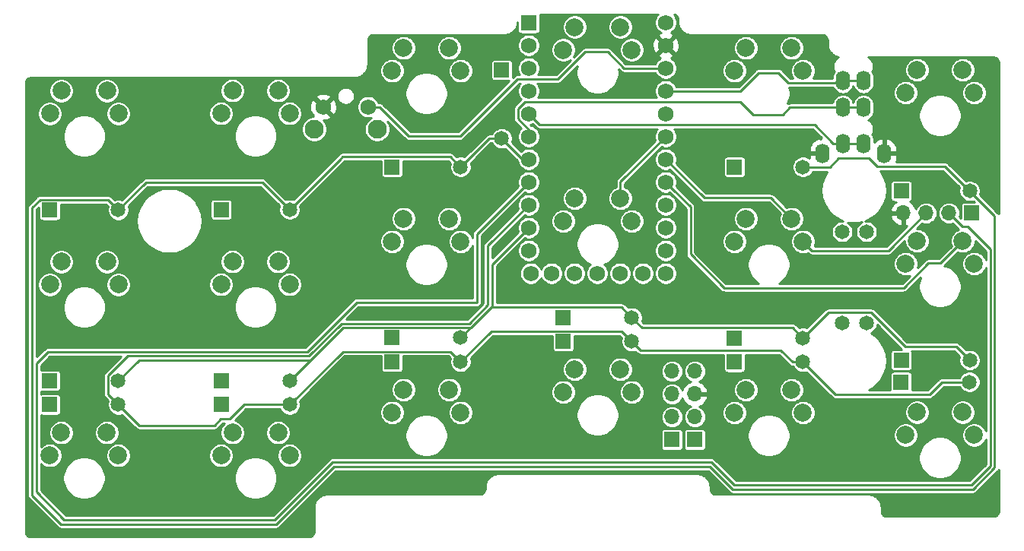
<source format=gbr>
G04 #@! TF.GenerationSoftware,KiCad,Pcbnew,(5.1.0)-1*
G04 #@! TF.CreationDate,2020-09-29T23:23:54+10:00*
G04 #@! TF.ProjectId,oddball,6f646462-616c-46c2-9e6b-696361645f70,rev?*
G04 #@! TF.SameCoordinates,Original*
G04 #@! TF.FileFunction,Copper,L1,Top*
G04 #@! TF.FilePolarity,Positive*
%FSLAX46Y46*%
G04 Gerber Fmt 4.6, Leading zero omitted, Abs format (unit mm)*
G04 Created by KiCad (PCBNEW (5.1.0)-1) date 2020-09-29 23:23:54*
%MOMM*%
%LPD*%
G04 APERTURE LIST*
%ADD10C,1.651000*%
%ADD11C,2.100000*%
%ADD12C,1.750000*%
%ADD13O,1.700000X1.700000*%
%ADD14R,1.700000X1.700000*%
%ADD15R,1.752600X1.752600*%
%ADD16C,1.752600*%
%ADD17C,2.000000*%
%ADD18R,1.651000X1.651000*%
%ADD19O,1.600000X2.200000*%
%ADD20C,0.250000*%
%ADD21C,0.254000*%
G04 APERTURE END LIST*
D10*
X167600000Y-92180000D03*
X167600000Y-82020000D03*
X164900000Y-82020000D03*
X164900000Y-92180000D03*
D11*
X106123903Y-70591653D03*
D12*
X107133903Y-68101653D03*
X112133903Y-68101653D03*
D11*
X113133903Y-70591653D03*
D13*
X148480000Y-97550000D03*
X148480000Y-100090000D03*
X148480000Y-102630000D03*
D14*
X148480000Y-105170000D03*
D15*
X130010000Y-58710000D03*
D16*
X130010000Y-61250000D03*
X130010000Y-63790000D03*
X130010000Y-66330000D03*
X130010000Y-68870000D03*
X130010000Y-71410000D03*
X130010000Y-73950000D03*
X130010000Y-76490000D03*
X130010000Y-79030000D03*
X130010000Y-81570000D03*
X130010000Y-84110000D03*
X145250000Y-86650000D03*
X145250000Y-84110000D03*
X145250000Y-81570000D03*
X145250000Y-79030000D03*
X145250000Y-76490000D03*
X145250000Y-73950000D03*
X145250000Y-71410000D03*
X145250000Y-68870000D03*
X145250000Y-66330000D03*
X145250000Y-63790000D03*
X145250000Y-61250000D03*
X130238600Y-86650000D03*
X145250000Y-58710000D03*
X142710000Y-86650000D03*
X140170000Y-86650000D03*
X137630000Y-86650000D03*
X135090000Y-86650000D03*
X132550000Y-86650000D03*
D17*
X135130000Y-59220000D03*
X141480000Y-61760000D03*
X133860000Y-61760000D03*
X140210000Y-59220000D03*
X77990000Y-66300000D03*
X84340000Y-68840000D03*
X76720000Y-68840000D03*
X83070000Y-66300000D03*
D13*
X145940000Y-97550000D03*
X145940000Y-100090000D03*
X145940000Y-102630000D03*
D14*
X145940000Y-105170000D03*
D17*
X116080000Y-80570000D03*
X122430000Y-83110000D03*
X114810000Y-83110000D03*
X121160000Y-80570000D03*
X154180000Y-61540000D03*
X160530000Y-64080000D03*
X152910000Y-64080000D03*
X159260000Y-61540000D03*
D14*
X179300000Y-79930000D03*
D13*
X176760000Y-79930000D03*
X174220000Y-79930000D03*
X171680000Y-79930000D03*
D17*
X97050000Y-85340000D03*
X103400000Y-87880000D03*
X95780000Y-87880000D03*
X102130000Y-85340000D03*
X97050000Y-66290000D03*
X103400000Y-68830000D03*
X95780000Y-68830000D03*
X102130000Y-66290000D03*
X116080000Y-61540000D03*
X122430000Y-64080000D03*
X114810000Y-64080000D03*
X121160000Y-61540000D03*
X173230000Y-63990000D03*
X179580000Y-66530000D03*
X171960000Y-66530000D03*
X178310000Y-63990000D03*
D18*
X171460000Y-77470000D03*
D10*
X179080000Y-77470000D03*
D18*
X133860000Y-91570000D03*
D10*
X141480000Y-91570000D03*
D18*
X152910000Y-93840000D03*
D10*
X160530000Y-93840000D03*
D18*
X171460000Y-96320000D03*
D10*
X179080000Y-96320000D03*
D18*
X114800000Y-93830000D03*
D10*
X122420000Y-93830000D03*
D18*
X114800000Y-74800000D03*
D10*
X122420000Y-74800000D03*
D18*
X76710000Y-98600000D03*
D10*
X84330000Y-98600000D03*
D18*
X95780000Y-98610000D03*
D10*
X103400000Y-98610000D03*
D18*
X76710000Y-79590000D03*
D10*
X84330000Y-79590000D03*
D18*
X152910000Y-74790000D03*
D10*
X160530000Y-74790000D03*
D19*
X167266000Y-68176000D03*
X167266000Y-65176000D03*
X167266000Y-72176000D03*
X162666000Y-73276000D03*
X169566000Y-73276000D03*
X164966000Y-72176000D03*
X164966000Y-68176000D03*
X164966000Y-65176000D03*
D18*
X127000000Y-64000000D03*
D10*
X127000000Y-71620000D03*
D18*
X95780000Y-79550000D03*
D10*
X103400000Y-79550000D03*
D17*
X173230000Y-102120000D03*
X179580000Y-104660000D03*
X171960000Y-104660000D03*
X178310000Y-102120000D03*
D18*
X95780000Y-101280000D03*
D10*
X103400000Y-101280000D03*
D18*
X76710000Y-101270000D03*
D10*
X84330000Y-101270000D03*
D18*
X114800000Y-96510000D03*
D10*
X122420000Y-96510000D03*
D17*
X135130000Y-97340000D03*
X141480000Y-99880000D03*
X133860000Y-99880000D03*
X140210000Y-97340000D03*
X116080000Y-99620000D03*
X122430000Y-102160000D03*
X114810000Y-102160000D03*
X121160000Y-99620000D03*
X97050000Y-104390000D03*
X103400000Y-106930000D03*
X95780000Y-106930000D03*
X102130000Y-104390000D03*
D18*
X133860000Y-94230000D03*
D10*
X141480000Y-94230000D03*
D17*
X77980000Y-104390000D03*
X84330000Y-106930000D03*
X76710000Y-106930000D03*
X83060000Y-104390000D03*
X154180000Y-80570000D03*
X160530000Y-83110000D03*
X152910000Y-83110000D03*
X159260000Y-80570000D03*
X135130000Y-78300000D03*
X141480000Y-80840000D03*
X133860000Y-80840000D03*
X140210000Y-78300000D03*
X77990000Y-85350000D03*
X84340000Y-87890000D03*
X76720000Y-87890000D03*
X83070000Y-85350000D03*
D18*
X152910000Y-96520000D03*
D10*
X160530000Y-96520000D03*
D17*
X173230000Y-83040000D03*
X179580000Y-85580000D03*
X171960000Y-85580000D03*
X178310000Y-83040000D03*
D18*
X171440000Y-98750000D03*
D10*
X179060000Y-98750000D03*
D17*
X154180000Y-99630000D03*
X160530000Y-102170000D03*
X152910000Y-102170000D03*
X159260000Y-99630000D03*
D20*
X164483999Y-73824999D02*
X167874999Y-73824999D01*
X167874999Y-73824999D02*
X168751010Y-74701010D01*
X74750000Y-79313998D02*
X75624499Y-78439499D01*
X160530000Y-74790000D02*
X163518998Y-74790000D01*
X150200000Y-108200000D02*
X108300000Y-108200000D01*
X83179499Y-78439499D02*
X84330000Y-79590000D01*
X152700000Y-110700000D02*
X150200000Y-108200000D01*
X179449990Y-110700000D02*
X152700000Y-110700000D01*
X77950000Y-114600000D02*
X74750000Y-111400000D01*
X181850000Y-108299990D02*
X179449990Y-110700000D01*
X181850000Y-80240000D02*
X181850000Y-108299990D01*
X176311010Y-74701010D02*
X181850000Y-80240000D01*
X163518998Y-74790000D02*
X164483999Y-73824999D01*
X168751010Y-74701010D02*
X176311010Y-74701010D01*
X101900000Y-114600000D02*
X77950000Y-114600000D01*
X84330000Y-79590000D02*
X87420000Y-76500000D01*
X75624499Y-78439499D02*
X83179499Y-78439499D01*
X127000000Y-71620000D02*
X129330000Y-73950000D01*
X129330000Y-73950000D02*
X130010000Y-73950000D01*
X109000000Y-73950000D02*
X103400000Y-79550000D01*
X122420000Y-74800000D02*
X121269499Y-73649499D01*
X121269499Y-73649499D02*
X109300501Y-73649499D01*
X123910000Y-73310000D02*
X125600000Y-71620000D01*
X122420000Y-74800000D02*
X123910000Y-73310000D01*
X123570501Y-73649499D02*
X123910000Y-73310000D01*
X109300501Y-73649499D02*
X109000000Y-73950000D01*
X87420000Y-76500000D02*
X100350000Y-76500000D01*
X100350000Y-76500000D02*
X102574501Y-78724501D01*
X102574501Y-78724501D02*
X103400000Y-79550000D01*
X125600000Y-71620000D02*
X127000000Y-71620000D01*
X108300000Y-108200000D02*
X101900000Y-114600000D01*
X74750000Y-111400000D02*
X74750000Y-79313998D01*
X125830501Y-90419499D02*
X124025000Y-92225000D01*
X123570501Y-92679499D02*
X109330501Y-92679499D01*
X179580000Y-96320000D02*
X178412567Y-96320000D01*
X124025000Y-92225000D02*
X122420000Y-93830000D01*
X141480000Y-91570000D02*
X142599499Y-92689499D01*
X168122241Y-91009499D02*
X163360501Y-91009499D01*
X140329499Y-90419499D02*
X125919499Y-90419499D01*
X123570501Y-92679499D02*
X124025000Y-92225000D01*
X177560000Y-94800000D02*
X179080000Y-96320000D01*
X175950000Y-94800000D02*
X171912742Y-94800000D01*
X175950000Y-94800000D02*
X177560000Y-94800000D01*
X141480000Y-91570000D02*
X140329499Y-90419499D01*
X125919499Y-85669499D02*
X125919499Y-90419499D01*
X105707313Y-96302687D02*
X86627313Y-96302687D01*
X125919499Y-85660501D02*
X130010000Y-81570000D01*
X86627313Y-96302687D02*
X84330000Y-98600000D01*
X142599499Y-92689499D02*
X159379499Y-92689499D01*
X105707313Y-96302687D02*
X106105000Y-95905000D01*
X106105000Y-95905000D02*
X103400000Y-98610000D01*
X125919499Y-85669499D02*
X125919499Y-85660501D01*
X125919499Y-90419499D02*
X125830501Y-90419499D01*
X109330501Y-92679499D02*
X106105000Y-95905000D01*
X176892567Y-94800000D02*
X175950000Y-94800000D01*
X171912742Y-94800000D02*
X168122241Y-91009499D01*
X160530000Y-93840000D02*
X159379499Y-92689499D01*
X163360501Y-91009499D02*
X160530000Y-93840000D01*
X159362567Y-96520000D02*
X158042567Y-95200000D01*
X142450000Y-95200000D02*
X141480000Y-94230000D01*
X83179499Y-98047759D02*
X85374580Y-95852678D01*
X109320501Y-95359499D02*
X103400000Y-101280000D01*
X109144101Y-92229489D02*
X123384101Y-92229489D01*
X123384101Y-92229489D02*
X125456795Y-90156795D01*
X158042567Y-95200000D02*
X142450000Y-95200000D01*
X141480000Y-94230000D02*
X140329499Y-93079499D01*
X125456795Y-83583205D02*
X125456795Y-84343205D01*
X96760000Y-102840000D02*
X98320000Y-101280000D01*
X85374580Y-95852678D02*
X105520912Y-95852678D01*
X160530000Y-96520000D02*
X159362567Y-96520000D01*
X125456795Y-90156795D02*
X125456795Y-84343205D01*
X130010000Y-79030000D02*
X125456795Y-83583205D01*
X84330000Y-101270000D02*
X83179499Y-100119499D01*
X105520912Y-95852678D02*
X109144101Y-92229489D01*
X174589499Y-100160501D02*
X176000000Y-98750000D01*
X140329499Y-93079499D02*
X125850501Y-93079499D01*
X86657313Y-103597313D02*
X95002687Y-103597313D01*
X95760000Y-102840000D02*
X96760000Y-102840000D01*
X84330000Y-101270000D02*
X86657313Y-103597313D01*
X95002687Y-103597313D02*
X95760000Y-102840000D01*
X98320000Y-101280000D02*
X103400000Y-101280000D01*
X83179499Y-100119499D02*
X83179499Y-98047759D01*
X125850501Y-93079499D02*
X122420000Y-96510000D01*
X164170501Y-100160501D02*
X174589499Y-100160501D01*
X122420000Y-96510000D02*
X121269499Y-95359499D01*
X160530000Y-96520000D02*
X164170501Y-100160501D01*
X176000000Y-98750000D02*
X179060000Y-98750000D01*
X121269499Y-95359499D02*
X109320501Y-95359499D01*
X124250000Y-89893215D02*
X124250000Y-82250000D01*
X76497333Y-95402667D02*
X105334513Y-95402667D01*
X101763590Y-114100000D02*
X78300000Y-114100000D01*
X75200011Y-111000011D02*
X75200011Y-96699989D01*
X178850000Y-81450000D02*
X181399989Y-83999989D01*
X108187221Y-107676369D02*
X101763590Y-114100000D01*
X178280000Y-81450000D02*
X178850000Y-81450000D01*
X78300000Y-114100000D02*
X75200011Y-111000011D01*
X124250000Y-82250000D02*
X130010000Y-76490000D01*
X150312779Y-107676369D02*
X108187221Y-107676369D01*
X179250011Y-110249989D02*
X152886399Y-110249989D01*
X75200011Y-96699989D02*
X76497333Y-95402667D01*
X176760000Y-79930000D02*
X178280000Y-81450000D01*
X152886399Y-110249989D02*
X150312779Y-107676369D01*
X181399989Y-83999989D02*
X181399989Y-108100011D01*
X181399989Y-108100011D02*
X179250011Y-110249989D01*
X110843965Y-89893215D02*
X124250000Y-89893215D01*
X105334513Y-95402667D02*
X110843965Y-89893215D01*
X146126299Y-77366299D02*
X145250000Y-76490000D01*
X178310000Y-83040000D02*
X175850000Y-85500000D01*
X148000000Y-84500000D02*
X148000000Y-79240000D01*
X174500000Y-85500000D02*
X171750000Y-88250000D01*
X151750000Y-88250000D02*
X148000000Y-84500000D01*
X175850000Y-85500000D02*
X174500000Y-85500000D01*
X171750000Y-88250000D02*
X151750000Y-88250000D01*
X148000000Y-79240000D02*
X146126299Y-77366299D01*
X161529999Y-84109999D02*
X160530000Y-83110000D01*
X159260000Y-80570000D02*
X156940000Y-78250000D01*
X174220000Y-79930000D02*
X170040001Y-84109999D01*
X149550000Y-78250000D02*
X145250000Y-73950000D01*
X170040001Y-84109999D02*
X161529999Y-84109999D01*
X156940000Y-78250000D02*
X149550000Y-78250000D01*
X153531301Y-67531301D02*
X155000000Y-69000000D01*
X129570773Y-67531301D02*
X153531301Y-67531301D01*
X158250000Y-69000000D02*
X159074000Y-68176000D01*
X128808699Y-68293375D02*
X129570773Y-67531301D01*
X128808699Y-69446625D02*
X128808699Y-68293375D01*
X130010000Y-71410000D02*
X130010000Y-70647926D01*
X130010000Y-70647926D02*
X128808699Y-69446625D01*
X159074000Y-68176000D02*
X164966000Y-68176000D01*
X155000000Y-69000000D02*
X158250000Y-69000000D01*
X164966000Y-68176000D02*
X167266000Y-68176000D01*
X164094999Y-65405001D02*
X164324000Y-65176000D01*
X158905001Y-65405001D02*
X164094999Y-65405001D01*
X157801099Y-64301099D02*
X158905001Y-65405001D01*
X145250000Y-66330000D02*
X153578026Y-66330000D01*
X164324000Y-65176000D02*
X164966000Y-65176000D01*
X155606927Y-64301099D02*
X157801099Y-64301099D01*
X153578026Y-66330000D02*
X155606927Y-64301099D01*
X164966000Y-65176000D02*
X167266000Y-65176000D01*
X161811301Y-70071301D02*
X163916000Y-72176000D01*
X130010000Y-68870000D02*
X131211301Y-70071301D01*
X131211301Y-70071301D02*
X161811301Y-70071301D01*
X164966000Y-72176000D02*
X167266000Y-72176000D01*
X163916000Y-72176000D02*
X164966000Y-72176000D01*
X140720000Y-58710000D02*
X140210000Y-59220000D01*
X140210000Y-78300000D02*
X140210000Y-76450000D01*
X140210000Y-76450000D02*
X145250000Y-71410000D01*
X116644686Y-71375000D02*
X122375000Y-71375000D01*
X133258699Y-64991301D02*
X128758699Y-64991301D01*
X138783073Y-61981099D02*
X136268901Y-61981099D01*
X136268901Y-61981099D02*
X133258699Y-64991301D01*
X145250000Y-63790000D02*
X140591974Y-63790000D01*
X128758699Y-64991301D02*
X122375000Y-71375000D01*
X112133903Y-68101653D02*
X113371339Y-68101653D01*
X113371339Y-68101653D02*
X116644686Y-71375000D01*
X140591974Y-63790000D02*
X138783073Y-61981099D01*
D21*
G36*
X144273391Y-57908518D02*
G01*
X144135795Y-58114445D01*
X144041017Y-58343259D01*
X143992700Y-58586167D01*
X143992700Y-58833833D01*
X144041017Y-59076741D01*
X144135795Y-59305555D01*
X144273391Y-59511482D01*
X144448518Y-59686609D01*
X144654445Y-59824205D01*
X144697859Y-59842188D01*
X144607073Y-59874198D01*
X144463254Y-59951071D01*
X144382437Y-60202831D01*
X145250000Y-61070395D01*
X146117563Y-60202831D01*
X146036746Y-59951071D01*
X145805959Y-59840606D01*
X145845555Y-59824205D01*
X146051482Y-59686609D01*
X146226609Y-59511482D01*
X146364205Y-59305555D01*
X146458983Y-59076741D01*
X146507300Y-58833833D01*
X146507300Y-58586167D01*
X146458983Y-58343259D01*
X146364205Y-58114445D01*
X146226609Y-57908518D01*
X146142268Y-57824177D01*
X146233507Y-57838645D01*
X146376580Y-57911516D01*
X146489985Y-58024921D01*
X146562855Y-58167992D01*
X146594000Y-58364396D01*
X146594000Y-58579370D01*
X146592049Y-58593463D01*
X146594000Y-58626620D01*
X146594000Y-58636125D01*
X146595389Y-58650231D01*
X146596220Y-58664348D01*
X146597702Y-58673714D01*
X146600960Y-58706791D01*
X146605093Y-58720415D01*
X146642162Y-58954656D01*
X146642068Y-58959482D01*
X146649560Y-59001404D01*
X146652506Y-59020019D01*
X146653716Y-59024659D01*
X146658737Y-59052753D01*
X146665645Y-59070396D01*
X146670426Y-59088728D01*
X146682874Y-59114401D01*
X146684625Y-59118873D01*
X146693197Y-59135692D01*
X146711764Y-59173984D01*
X146714674Y-59177830D01*
X146818092Y-59380734D01*
X146819465Y-59385261D01*
X146839578Y-59422890D01*
X146848183Y-59439773D01*
X146850719Y-59443734D01*
X146864129Y-59468822D01*
X146876207Y-59483539D01*
X146886473Y-59499572D01*
X146906191Y-59520075D01*
X146909176Y-59523712D01*
X146922578Y-59537114D01*
X146952151Y-59567864D01*
X146956033Y-59570569D01*
X147116931Y-59731467D01*
X147119636Y-59735349D01*
X147150386Y-59764922D01*
X147163788Y-59778324D01*
X147167425Y-59781309D01*
X147187928Y-59801027D01*
X147203961Y-59811293D01*
X147218678Y-59823371D01*
X147243768Y-59836782D01*
X147247727Y-59839317D01*
X147264600Y-59847917D01*
X147302238Y-59868035D01*
X147306767Y-59869409D01*
X147509672Y-59972827D01*
X147513516Y-59975736D01*
X147551789Y-59994293D01*
X147568626Y-60002875D01*
X147573104Y-60004628D01*
X147598772Y-60017074D01*
X147617095Y-60021853D01*
X147634746Y-60028764D01*
X147662852Y-60033787D01*
X147667481Y-60034994D01*
X147686066Y-60037935D01*
X147728017Y-60045432D01*
X147732844Y-60045338D01*
X147967084Y-60082407D01*
X147980708Y-60086540D01*
X148013785Y-60089798D01*
X148023151Y-60091280D01*
X148037268Y-60092111D01*
X148051374Y-60093500D01*
X148060879Y-60093500D01*
X148094036Y-60095451D01*
X148108129Y-60093500D01*
X162687103Y-60093500D01*
X162883509Y-60124646D01*
X163026578Y-60197514D01*
X163140035Y-60310972D01*
X163212931Y-60453992D01*
X163244001Y-60650324D01*
X163244000Y-61055947D01*
X163242043Y-61070116D01*
X163244000Y-61103200D01*
X163244000Y-61112625D01*
X163245396Y-61126799D01*
X163246236Y-61140999D01*
X163247710Y-61150296D01*
X163250960Y-61183291D01*
X163255114Y-61196986D01*
X163292250Y-61431165D01*
X163292157Y-61435845D01*
X163299665Y-61477926D01*
X163302637Y-61496668D01*
X163303811Y-61501163D01*
X163308799Y-61529121D01*
X163315756Y-61546905D01*
X163320579Y-61565372D01*
X163332973Y-61590912D01*
X163334669Y-61595248D01*
X163343302Y-61612197D01*
X163361944Y-61650614D01*
X163364767Y-61654342D01*
X163468072Y-61857169D01*
X163469465Y-61861761D01*
X163489540Y-61899318D01*
X163498114Y-61916153D01*
X163500687Y-61920175D01*
X163514129Y-61945322D01*
X163526166Y-61959989D01*
X163536388Y-61975963D01*
X163556143Y-61996516D01*
X163559176Y-62000212D01*
X163572546Y-62013582D01*
X163602046Y-62044274D01*
X163605983Y-62047019D01*
X163766931Y-62207967D01*
X163769636Y-62211849D01*
X163800386Y-62241422D01*
X163813788Y-62254824D01*
X163817425Y-62257809D01*
X163837928Y-62277527D01*
X163853961Y-62287793D01*
X163868678Y-62299871D01*
X163893768Y-62313282D01*
X163897727Y-62315817D01*
X163914600Y-62324417D01*
X163952238Y-62344535D01*
X163956767Y-62345909D01*
X164159672Y-62449327D01*
X164163516Y-62452236D01*
X164201789Y-62470793D01*
X164218626Y-62479375D01*
X164223104Y-62481128D01*
X164248772Y-62493574D01*
X164267095Y-62498353D01*
X164284746Y-62505264D01*
X164312852Y-62510287D01*
X164317481Y-62511494D01*
X164336066Y-62514435D01*
X164378017Y-62521932D01*
X164382844Y-62521838D01*
X164507791Y-62541611D01*
X164430271Y-62573721D01*
X164245030Y-62697495D01*
X164087495Y-62855030D01*
X163963721Y-63040271D01*
X163878464Y-63246100D01*
X163835000Y-63464606D01*
X163835000Y-63687394D01*
X163878464Y-63905900D01*
X163963721Y-64111729D01*
X164009366Y-64180042D01*
X163979283Y-64216698D01*
X163869619Y-64421865D01*
X163802088Y-64644485D01*
X163785000Y-64817985D01*
X163785000Y-64899001D01*
X161643676Y-64899001D01*
X161753826Y-64734149D01*
X161857929Y-64482823D01*
X161911000Y-64216017D01*
X161911000Y-63943983D01*
X161857929Y-63677177D01*
X161753826Y-63425851D01*
X161602693Y-63199664D01*
X161410336Y-63007307D01*
X161184149Y-62856174D01*
X160932823Y-62752071D01*
X160666017Y-62699000D01*
X160393983Y-62699000D01*
X160127177Y-62752071D01*
X159875851Y-62856174D01*
X159649664Y-63007307D01*
X159457307Y-63199664D01*
X159306174Y-63425851D01*
X159202071Y-63677177D01*
X159149000Y-63943983D01*
X159149000Y-64216017D01*
X159202071Y-64482823D01*
X159306174Y-64734149D01*
X159416324Y-64899001D01*
X159114593Y-64899001D01*
X158176475Y-63960884D01*
X158160626Y-63941572D01*
X158083578Y-63878340D01*
X157995674Y-63831354D01*
X157900292Y-63802421D01*
X157825953Y-63795099D01*
X157825945Y-63795099D01*
X157801099Y-63792652D01*
X157776253Y-63795099D01*
X155631772Y-63795099D01*
X155606926Y-63792652D01*
X155582080Y-63795099D01*
X155582073Y-63795099D01*
X155517621Y-63801447D01*
X155507733Y-63802421D01*
X155485534Y-63809155D01*
X155412352Y-63831354D01*
X155324448Y-63878340D01*
X155247400Y-63941572D01*
X155231555Y-63960879D01*
X153368435Y-65824000D01*
X146401300Y-65824000D01*
X146364205Y-65734445D01*
X146226609Y-65528518D01*
X146051482Y-65353391D01*
X145845555Y-65215795D01*
X145616741Y-65121017D01*
X145373833Y-65072700D01*
X145126167Y-65072700D01*
X144883259Y-65121017D01*
X144654445Y-65215795D01*
X144448518Y-65353391D01*
X144273391Y-65528518D01*
X144135795Y-65734445D01*
X144041017Y-65963259D01*
X143992700Y-66206167D01*
X143992700Y-66453833D01*
X144041017Y-66696741D01*
X144135795Y-66925555D01*
X144202443Y-67025301D01*
X131057557Y-67025301D01*
X131124205Y-66925555D01*
X131218983Y-66696741D01*
X131267300Y-66453833D01*
X131267300Y-66206167D01*
X131218983Y-65963259D01*
X131124205Y-65734445D01*
X130986609Y-65528518D01*
X130955392Y-65497301D01*
X133233853Y-65497301D01*
X133258699Y-65499748D01*
X133283545Y-65497301D01*
X133283553Y-65497301D01*
X133357892Y-65489979D01*
X133453274Y-65461046D01*
X133541178Y-65414060D01*
X133618226Y-65350828D01*
X133634075Y-65331516D01*
X135406194Y-63559397D01*
X135386366Y-63607267D01*
X135295100Y-64066093D01*
X135295100Y-64533907D01*
X135386366Y-64992733D01*
X135565391Y-65424937D01*
X135825295Y-65813910D01*
X136156090Y-66144705D01*
X136545063Y-66404609D01*
X136977267Y-66583634D01*
X137436093Y-66674900D01*
X137903907Y-66674900D01*
X138362733Y-66583634D01*
X138794937Y-66404609D01*
X139183910Y-66144705D01*
X139514705Y-65813910D01*
X139774609Y-65424937D01*
X139953634Y-64992733D01*
X140044900Y-64533907D01*
X140044900Y-64066093D01*
X140018189Y-63931807D01*
X140216602Y-64130220D01*
X140232447Y-64149527D01*
X140309495Y-64212759D01*
X140397399Y-64259745D01*
X140466507Y-64280708D01*
X140492780Y-64288678D01*
X140502668Y-64289652D01*
X140567120Y-64296000D01*
X140567127Y-64296000D01*
X140591973Y-64298447D01*
X140616819Y-64296000D01*
X144098700Y-64296000D01*
X144135795Y-64385555D01*
X144273391Y-64591482D01*
X144448518Y-64766609D01*
X144654445Y-64904205D01*
X144883259Y-64998983D01*
X145126167Y-65047300D01*
X145373833Y-65047300D01*
X145616741Y-64998983D01*
X145845555Y-64904205D01*
X146051482Y-64766609D01*
X146226609Y-64591482D01*
X146364205Y-64385555D01*
X146458983Y-64156741D01*
X146501302Y-63943983D01*
X151529000Y-63943983D01*
X151529000Y-64216017D01*
X151582071Y-64482823D01*
X151686174Y-64734149D01*
X151837307Y-64960336D01*
X152029664Y-65152693D01*
X152255851Y-65303826D01*
X152507177Y-65407929D01*
X152773983Y-65461000D01*
X153046017Y-65461000D01*
X153312823Y-65407929D01*
X153564149Y-65303826D01*
X153790336Y-65152693D01*
X153982693Y-64960336D01*
X154133826Y-64734149D01*
X154237929Y-64482823D01*
X154291000Y-64216017D01*
X154291000Y-63943983D01*
X154237929Y-63677177D01*
X154133826Y-63425851D01*
X153982693Y-63199664D01*
X153790336Y-63007307D01*
X153564149Y-62856174D01*
X153312823Y-62752071D01*
X153046017Y-62699000D01*
X152773983Y-62699000D01*
X152507177Y-62752071D01*
X152255851Y-62856174D01*
X152029664Y-63007307D01*
X151837307Y-63199664D01*
X151686174Y-63425851D01*
X151582071Y-63677177D01*
X151529000Y-63943983D01*
X146501302Y-63943983D01*
X146507300Y-63913833D01*
X146507300Y-63666167D01*
X146458983Y-63423259D01*
X146364205Y-63194445D01*
X146226609Y-62988518D01*
X146051482Y-62813391D01*
X145845555Y-62675795D01*
X145802141Y-62657812D01*
X145892927Y-62625802D01*
X146036746Y-62548929D01*
X146117563Y-62297169D01*
X145250000Y-61429605D01*
X144382437Y-62297169D01*
X144463254Y-62548929D01*
X144694041Y-62659394D01*
X144654445Y-62675795D01*
X144448518Y-62813391D01*
X144273391Y-62988518D01*
X144135795Y-63194445D01*
X144098700Y-63284000D01*
X140801566Y-63284000D01*
X139158449Y-61640884D01*
X139144579Y-61623983D01*
X140099000Y-61623983D01*
X140099000Y-61896017D01*
X140152071Y-62162823D01*
X140256174Y-62414149D01*
X140407307Y-62640336D01*
X140599664Y-62832693D01*
X140825851Y-62983826D01*
X141077177Y-63087929D01*
X141343983Y-63141000D01*
X141616017Y-63141000D01*
X141882823Y-63087929D01*
X142134149Y-62983826D01*
X142360336Y-62832693D01*
X142552693Y-62640336D01*
X142703826Y-62414149D01*
X142807929Y-62162823D01*
X142861000Y-61896017D01*
X142861000Y-61623983D01*
X142807929Y-61357177D01*
X142791491Y-61317491D01*
X143732887Y-61317491D01*
X143775204Y-61612167D01*
X143874198Y-61892927D01*
X143951071Y-62036746D01*
X144202831Y-62117563D01*
X145070395Y-61250000D01*
X145429605Y-61250000D01*
X146297169Y-62117563D01*
X146548929Y-62036746D01*
X146677457Y-61768221D01*
X146751129Y-61479781D01*
X146755204Y-61403983D01*
X152799000Y-61403983D01*
X152799000Y-61676017D01*
X152852071Y-61942823D01*
X152956174Y-62194149D01*
X153107307Y-62420336D01*
X153299664Y-62612693D01*
X153525851Y-62763826D01*
X153777177Y-62867929D01*
X154043983Y-62921000D01*
X154316017Y-62921000D01*
X154582823Y-62867929D01*
X154834149Y-62763826D01*
X155060336Y-62612693D01*
X155252693Y-62420336D01*
X155403826Y-62194149D01*
X155507929Y-61942823D01*
X155561000Y-61676017D01*
X155561000Y-61403983D01*
X157879000Y-61403983D01*
X157879000Y-61676017D01*
X157932071Y-61942823D01*
X158036174Y-62194149D01*
X158187307Y-62420336D01*
X158379664Y-62612693D01*
X158605851Y-62763826D01*
X158857177Y-62867929D01*
X159123983Y-62921000D01*
X159396017Y-62921000D01*
X159662823Y-62867929D01*
X159914149Y-62763826D01*
X160140336Y-62612693D01*
X160332693Y-62420336D01*
X160483826Y-62194149D01*
X160587929Y-61942823D01*
X160641000Y-61676017D01*
X160641000Y-61403983D01*
X160587929Y-61137177D01*
X160483826Y-60885851D01*
X160332693Y-60659664D01*
X160140336Y-60467307D01*
X159914149Y-60316174D01*
X159662823Y-60212071D01*
X159396017Y-60159000D01*
X159123983Y-60159000D01*
X158857177Y-60212071D01*
X158605851Y-60316174D01*
X158379664Y-60467307D01*
X158187307Y-60659664D01*
X158036174Y-60885851D01*
X157932071Y-61137177D01*
X157879000Y-61403983D01*
X155561000Y-61403983D01*
X155507929Y-61137177D01*
X155403826Y-60885851D01*
X155252693Y-60659664D01*
X155060336Y-60467307D01*
X154834149Y-60316174D01*
X154582823Y-60212071D01*
X154316017Y-60159000D01*
X154043983Y-60159000D01*
X153777177Y-60212071D01*
X153525851Y-60316174D01*
X153299664Y-60467307D01*
X153107307Y-60659664D01*
X152956174Y-60885851D01*
X152852071Y-61137177D01*
X152799000Y-61403983D01*
X146755204Y-61403983D01*
X146767113Y-61182509D01*
X146724796Y-60887833D01*
X146625802Y-60607073D01*
X146548929Y-60463254D01*
X146297169Y-60382437D01*
X145429605Y-61250000D01*
X145070395Y-61250000D01*
X144202831Y-60382437D01*
X143951071Y-60463254D01*
X143822543Y-60731779D01*
X143748871Y-61020219D01*
X143732887Y-61317491D01*
X142791491Y-61317491D01*
X142703826Y-61105851D01*
X142552693Y-60879664D01*
X142360336Y-60687307D01*
X142134149Y-60536174D01*
X141882823Y-60432071D01*
X141616017Y-60379000D01*
X141343983Y-60379000D01*
X141077177Y-60432071D01*
X140825851Y-60536174D01*
X140599664Y-60687307D01*
X140407307Y-60879664D01*
X140256174Y-61105851D01*
X140152071Y-61357177D01*
X140099000Y-61623983D01*
X139144579Y-61623983D01*
X139142600Y-61621572D01*
X139065552Y-61558340D01*
X138977648Y-61511354D01*
X138882266Y-61482421D01*
X138807927Y-61475099D01*
X138807919Y-61475099D01*
X138783073Y-61472652D01*
X138758227Y-61475099D01*
X136293746Y-61475099D01*
X136268900Y-61472652D01*
X136244054Y-61475099D01*
X136244047Y-61475099D01*
X136179595Y-61481447D01*
X136169707Y-61482421D01*
X136147508Y-61489155D01*
X136074326Y-61511354D01*
X135986422Y-61558340D01*
X135909374Y-61621572D01*
X135893529Y-61640879D01*
X135010462Y-62523946D01*
X135083826Y-62414149D01*
X135187929Y-62162823D01*
X135241000Y-61896017D01*
X135241000Y-61623983D01*
X135187929Y-61357177D01*
X135083826Y-61105851D01*
X134932693Y-60879664D01*
X134740336Y-60687307D01*
X134514149Y-60536174D01*
X134262823Y-60432071D01*
X133996017Y-60379000D01*
X133723983Y-60379000D01*
X133457177Y-60432071D01*
X133205851Y-60536174D01*
X132979664Y-60687307D01*
X132787307Y-60879664D01*
X132636174Y-61105851D01*
X132532071Y-61357177D01*
X132479000Y-61623983D01*
X132479000Y-61896017D01*
X132532071Y-62162823D01*
X132636174Y-62414149D01*
X132787307Y-62640336D01*
X132979664Y-62832693D01*
X133205851Y-62983826D01*
X133457177Y-63087929D01*
X133723983Y-63141000D01*
X133996017Y-63141000D01*
X134262823Y-63087929D01*
X134514149Y-62983826D01*
X134623947Y-62910462D01*
X133049108Y-64485301D01*
X131057557Y-64485301D01*
X131124205Y-64385555D01*
X131218983Y-64156741D01*
X131267300Y-63913833D01*
X131267300Y-63666167D01*
X131218983Y-63423259D01*
X131124205Y-63194445D01*
X130986609Y-62988518D01*
X130811482Y-62813391D01*
X130605555Y-62675795D01*
X130376741Y-62581017D01*
X130133833Y-62532700D01*
X129886167Y-62532700D01*
X129643259Y-62581017D01*
X129414445Y-62675795D01*
X129208518Y-62813391D01*
X129033391Y-62988518D01*
X128895795Y-63194445D01*
X128801017Y-63423259D01*
X128752700Y-63666167D01*
X128752700Y-63913833D01*
X128801017Y-64156741D01*
X128895795Y-64385555D01*
X128962443Y-64485301D01*
X128783553Y-64485301D01*
X128758699Y-64482853D01*
X128733845Y-64485301D01*
X128659506Y-64492623D01*
X128564124Y-64521556D01*
X128476220Y-64568542D01*
X128399172Y-64631774D01*
X128383328Y-64651080D01*
X128208281Y-64826127D01*
X128208343Y-64825500D01*
X128208343Y-63174500D01*
X128200987Y-63099811D01*
X128179201Y-63027992D01*
X128143822Y-62961804D01*
X128096211Y-62903789D01*
X128038196Y-62856178D01*
X127972008Y-62820799D01*
X127900189Y-62799013D01*
X127825500Y-62791657D01*
X126174500Y-62791657D01*
X126099811Y-62799013D01*
X126027992Y-62820799D01*
X125961804Y-62856178D01*
X125903789Y-62903789D01*
X125856178Y-62961804D01*
X125820799Y-63027992D01*
X125799013Y-63099811D01*
X125791657Y-63174500D01*
X125791657Y-64825500D01*
X125799013Y-64900189D01*
X125820799Y-64972008D01*
X125856178Y-65038196D01*
X125903789Y-65096211D01*
X125961804Y-65143822D01*
X126027992Y-65179201D01*
X126099811Y-65200987D01*
X126174500Y-65208343D01*
X127825500Y-65208343D01*
X127826127Y-65208281D01*
X122165409Y-70869000D01*
X116854278Y-70869000D01*
X113746715Y-67761438D01*
X113730866Y-67742126D01*
X113653818Y-67678894D01*
X113565914Y-67631908D01*
X113470532Y-67602975D01*
X113396193Y-67595653D01*
X113396185Y-67595653D01*
X113371339Y-67593206D01*
X113346493Y-67595653D01*
X113283795Y-67595653D01*
X113246956Y-67506714D01*
X113109502Y-67301000D01*
X112934556Y-67126054D01*
X112728842Y-66988600D01*
X112500265Y-66893921D01*
X112257608Y-66845653D01*
X112010198Y-66845653D01*
X111767541Y-66893921D01*
X111538964Y-66988600D01*
X111333250Y-67126054D01*
X111158304Y-67301000D01*
X111020850Y-67506714D01*
X110926171Y-67735291D01*
X110877903Y-67977948D01*
X110877903Y-68225358D01*
X110926171Y-68468015D01*
X111020850Y-68696592D01*
X111158304Y-68902306D01*
X111333250Y-69077252D01*
X111538964Y-69214706D01*
X111767541Y-69309385D01*
X112010198Y-69357653D01*
X112257608Y-69357653D01*
X112480878Y-69313241D01*
X112456070Y-69323517D01*
X112221694Y-69480123D01*
X112022373Y-69679444D01*
X111865767Y-69913820D01*
X111757896Y-70174246D01*
X111702903Y-70450712D01*
X111702903Y-70732594D01*
X111757896Y-71009060D01*
X111865767Y-71269486D01*
X112022373Y-71503862D01*
X112221694Y-71703183D01*
X112456070Y-71859789D01*
X112716496Y-71967660D01*
X112992962Y-72022653D01*
X113274844Y-72022653D01*
X113551310Y-71967660D01*
X113811736Y-71859789D01*
X114046112Y-71703183D01*
X114245433Y-71503862D01*
X114402039Y-71269486D01*
X114509910Y-71009060D01*
X114564903Y-70732594D01*
X114564903Y-70450712D01*
X114509910Y-70174246D01*
X114402039Y-69913820D01*
X114269385Y-69715290D01*
X116269314Y-71715220D01*
X116285159Y-71734527D01*
X116362207Y-71797759D01*
X116427687Y-71832759D01*
X116450111Y-71844745D01*
X116545493Y-71873678D01*
X116644686Y-71883448D01*
X116669540Y-71881000D01*
X122350154Y-71881000D01*
X122375000Y-71883447D01*
X122399846Y-71881000D01*
X122399854Y-71881000D01*
X122474193Y-71873678D01*
X122569575Y-71844745D01*
X122657479Y-71797759D01*
X122734527Y-71734527D01*
X122750376Y-71715215D01*
X128968291Y-65497301D01*
X129064608Y-65497301D01*
X129033391Y-65528518D01*
X128895795Y-65734445D01*
X128801017Y-65963259D01*
X128752700Y-66206167D01*
X128752700Y-66453833D01*
X128801017Y-66696741D01*
X128895795Y-66925555D01*
X129033391Y-67131482D01*
X129144196Y-67242287D01*
X128468479Y-67918004D01*
X128449173Y-67933848D01*
X128385941Y-68010896D01*
X128375741Y-68029979D01*
X128338954Y-68098801D01*
X128310021Y-68194183D01*
X128300252Y-68293375D01*
X128302700Y-68318231D01*
X128302699Y-69421778D01*
X128300252Y-69446625D01*
X128302699Y-69471471D01*
X128302699Y-69471478D01*
X128310021Y-69545817D01*
X128338954Y-69641199D01*
X128385940Y-69729104D01*
X128449172Y-69806152D01*
X128468484Y-69822001D01*
X129144196Y-70497713D01*
X129033391Y-70608518D01*
X128895795Y-70814445D01*
X128801017Y-71043259D01*
X128752700Y-71286167D01*
X128752700Y-71533833D01*
X128801017Y-71776741D01*
X128895795Y-72005555D01*
X129033391Y-72211482D01*
X129208518Y-72386609D01*
X129414445Y-72524205D01*
X129643259Y-72618983D01*
X129886167Y-72667300D01*
X130133833Y-72667300D01*
X130376741Y-72618983D01*
X130605555Y-72524205D01*
X130811482Y-72386609D01*
X130986609Y-72211482D01*
X131124205Y-72005555D01*
X131218983Y-71776741D01*
X131267300Y-71533833D01*
X131267300Y-71286167D01*
X131218983Y-71043259D01*
X131124205Y-70814445D01*
X130986609Y-70608518D01*
X130811482Y-70433391D01*
X130605555Y-70295795D01*
X130376741Y-70201017D01*
X130254335Y-70176669D01*
X130193164Y-70115498D01*
X130376741Y-70078983D01*
X130466296Y-70041888D01*
X130835929Y-70411521D01*
X130851774Y-70430828D01*
X130928822Y-70494060D01*
X131016726Y-70541046D01*
X131112107Y-70569979D01*
X131121995Y-70570953D01*
X131186447Y-70577301D01*
X131186454Y-70577301D01*
X131211300Y-70579748D01*
X131236146Y-70577301D01*
X144304608Y-70577301D01*
X144273391Y-70608518D01*
X144135795Y-70814445D01*
X144041017Y-71043259D01*
X143992700Y-71286167D01*
X143992700Y-71533833D01*
X144041017Y-71776741D01*
X144078112Y-71866296D01*
X139869781Y-76074628D01*
X139850474Y-76090473D01*
X139787242Y-76167521D01*
X139765861Y-76207522D01*
X139740255Y-76255426D01*
X139711322Y-76350808D01*
X139701553Y-76450000D01*
X139704001Y-76474856D01*
X139704001Y-77014808D01*
X139555851Y-77076174D01*
X139329664Y-77227307D01*
X139137307Y-77419664D01*
X138986174Y-77645851D01*
X138882071Y-77897177D01*
X138829000Y-78163983D01*
X138829000Y-78436017D01*
X138882071Y-78702823D01*
X138986174Y-78954149D01*
X139137307Y-79180336D01*
X139329664Y-79372693D01*
X139555851Y-79523826D01*
X139807177Y-79627929D01*
X140073983Y-79681000D01*
X140346017Y-79681000D01*
X140612823Y-79627929D01*
X140864149Y-79523826D01*
X141090336Y-79372693D01*
X141282693Y-79180336D01*
X141433826Y-78954149D01*
X141453700Y-78906167D01*
X143992700Y-78906167D01*
X143992700Y-79153833D01*
X144041017Y-79396741D01*
X144135795Y-79625555D01*
X144273391Y-79831482D01*
X144448518Y-80006609D01*
X144654445Y-80144205D01*
X144883259Y-80238983D01*
X145126167Y-80287300D01*
X145373833Y-80287300D01*
X145616741Y-80238983D01*
X145845555Y-80144205D01*
X146051482Y-80006609D01*
X146226609Y-79831482D01*
X146364205Y-79625555D01*
X146458983Y-79396741D01*
X146507300Y-79153833D01*
X146507300Y-78906167D01*
X146458983Y-78663259D01*
X146364205Y-78434445D01*
X146226609Y-78228518D01*
X146051482Y-78053391D01*
X145845555Y-77915795D01*
X145616741Y-77821017D01*
X145373833Y-77772700D01*
X145126167Y-77772700D01*
X144883259Y-77821017D01*
X144654445Y-77915795D01*
X144448518Y-78053391D01*
X144273391Y-78228518D01*
X144135795Y-78434445D01*
X144041017Y-78663259D01*
X143992700Y-78906167D01*
X141453700Y-78906167D01*
X141537929Y-78702823D01*
X141591000Y-78436017D01*
X141591000Y-78163983D01*
X141537929Y-77897177D01*
X141433826Y-77645851D01*
X141282693Y-77419664D01*
X141090336Y-77227307D01*
X140864149Y-77076174D01*
X140716000Y-77014808D01*
X140716000Y-76659591D01*
X143549424Y-73826167D01*
X143992700Y-73826167D01*
X143992700Y-74073833D01*
X144041017Y-74316741D01*
X144135795Y-74545555D01*
X144273391Y-74751482D01*
X144448518Y-74926609D01*
X144654445Y-75064205D01*
X144883259Y-75158983D01*
X145126167Y-75207300D01*
X145373833Y-75207300D01*
X145616741Y-75158983D01*
X145706297Y-75121888D01*
X149174628Y-78590220D01*
X149190473Y-78609527D01*
X149267521Y-78672759D01*
X149355425Y-78719745D01*
X149426557Y-78741322D01*
X149450806Y-78748678D01*
X149460694Y-78749652D01*
X149525146Y-78756000D01*
X149525153Y-78756000D01*
X149549999Y-78758447D01*
X149574845Y-78756000D01*
X156730409Y-78756000D01*
X157993436Y-80019028D01*
X157932071Y-80167177D01*
X157879000Y-80433983D01*
X157879000Y-80706017D01*
X157932071Y-80972823D01*
X158036174Y-81224149D01*
X158187307Y-81450336D01*
X158379664Y-81642693D01*
X158605851Y-81793826D01*
X158857177Y-81897929D01*
X159123983Y-81951000D01*
X159396017Y-81951000D01*
X159662823Y-81897929D01*
X159914149Y-81793826D01*
X160140336Y-81642693D01*
X160332693Y-81450336D01*
X160483826Y-81224149D01*
X160587929Y-80972823D01*
X160641000Y-80706017D01*
X160641000Y-80433983D01*
X160587929Y-80167177D01*
X160483826Y-79915851D01*
X160332693Y-79689664D01*
X160140336Y-79497307D01*
X159914149Y-79346174D01*
X159662823Y-79242071D01*
X159396017Y-79189000D01*
X159123983Y-79189000D01*
X158857177Y-79242071D01*
X158709028Y-79303436D01*
X157315376Y-77909785D01*
X157299527Y-77890473D01*
X157222479Y-77827241D01*
X157134575Y-77780255D01*
X157039193Y-77751322D01*
X156964854Y-77744000D01*
X156964846Y-77744000D01*
X156940000Y-77741553D01*
X156915154Y-77744000D01*
X149759592Y-77744000D01*
X146421888Y-74406297D01*
X146458983Y-74316741D01*
X146507300Y-74073833D01*
X146507300Y-73964500D01*
X151701657Y-73964500D01*
X151701657Y-75615500D01*
X151709013Y-75690189D01*
X151730799Y-75762008D01*
X151766178Y-75828196D01*
X151813789Y-75886211D01*
X151871804Y-75933822D01*
X151937992Y-75969201D01*
X152009811Y-75990987D01*
X152084500Y-75998343D01*
X153735500Y-75998343D01*
X153810189Y-75990987D01*
X153882008Y-75969201D01*
X153948196Y-75933822D01*
X154006211Y-75886211D01*
X154053822Y-75828196D01*
X154089201Y-75762008D01*
X154110987Y-75690189D01*
X154118343Y-75615500D01*
X154118343Y-73964500D01*
X154110987Y-73889811D01*
X154089201Y-73817992D01*
X154053822Y-73751804D01*
X154006211Y-73693789D01*
X153948196Y-73646178D01*
X153882008Y-73610799D01*
X153810189Y-73589013D01*
X153735500Y-73581657D01*
X152084500Y-73581657D01*
X152009811Y-73589013D01*
X151937992Y-73610799D01*
X151871804Y-73646178D01*
X151813789Y-73693789D01*
X151766178Y-73751804D01*
X151730799Y-73817992D01*
X151709013Y-73889811D01*
X151701657Y-73964500D01*
X146507300Y-73964500D01*
X146507300Y-73826167D01*
X146458983Y-73583259D01*
X146364205Y-73354445D01*
X146226609Y-73148518D01*
X146051482Y-72973391D01*
X145845555Y-72835795D01*
X145616741Y-72741017D01*
X145373833Y-72692700D01*
X145126167Y-72692700D01*
X144883259Y-72741017D01*
X144654445Y-72835795D01*
X144448518Y-72973391D01*
X144273391Y-73148518D01*
X144135795Y-73354445D01*
X144041017Y-73583259D01*
X143992700Y-73826167D01*
X143549424Y-73826167D01*
X144793704Y-72581888D01*
X144883259Y-72618983D01*
X145126167Y-72667300D01*
X145373833Y-72667300D01*
X145616741Y-72618983D01*
X145845555Y-72524205D01*
X146051482Y-72386609D01*
X146226609Y-72211482D01*
X146364205Y-72005555D01*
X146458983Y-71776741D01*
X146507300Y-71533833D01*
X146507300Y-71286167D01*
X146458983Y-71043259D01*
X146364205Y-70814445D01*
X146226609Y-70608518D01*
X146195392Y-70577301D01*
X161601710Y-70577301D01*
X162565408Y-71541000D01*
X162538998Y-71541000D01*
X162538998Y-71706084D01*
X162316961Y-71584096D01*
X162234182Y-71601633D01*
X161974354Y-71712285D01*
X161741105Y-71871500D01*
X161543399Y-72073161D01*
X161388834Y-72309517D01*
X161283350Y-72571486D01*
X161231000Y-72849000D01*
X161231000Y-73149000D01*
X162539000Y-73149000D01*
X162539000Y-73129000D01*
X162793000Y-73129000D01*
X162793000Y-73149000D01*
X162813000Y-73149000D01*
X162813000Y-73403000D01*
X162793000Y-73403000D01*
X162793000Y-73423000D01*
X162539000Y-73423000D01*
X162539000Y-73403000D01*
X161231000Y-73403000D01*
X161231000Y-73703000D01*
X161253523Y-73822397D01*
X161101492Y-73720813D01*
X160881923Y-73629865D01*
X160648830Y-73583500D01*
X160411170Y-73583500D01*
X160178077Y-73629865D01*
X159958508Y-73720813D01*
X159760901Y-73852850D01*
X159592850Y-74020901D01*
X159460813Y-74218508D01*
X159369865Y-74438077D01*
X159323500Y-74671170D01*
X159323500Y-74908830D01*
X159369865Y-75141923D01*
X159460813Y-75361492D01*
X159592850Y-75559099D01*
X159760901Y-75727150D01*
X159958508Y-75859187D01*
X160178077Y-75950135D01*
X160411170Y-75996500D01*
X160648830Y-75996500D01*
X160881923Y-75950135D01*
X161101492Y-75859187D01*
X161299099Y-75727150D01*
X161467150Y-75559099D01*
X161599187Y-75361492D01*
X161626315Y-75296000D01*
X163229490Y-75296000D01*
X163166327Y-75372964D01*
X162829163Y-76003753D01*
X162621538Y-76688200D01*
X162551432Y-77400000D01*
X162621538Y-78111800D01*
X162829163Y-78796247D01*
X163166327Y-79427036D01*
X163620073Y-79979927D01*
X164172964Y-80433673D01*
X164803753Y-80770837D01*
X164944394Y-80813500D01*
X164781170Y-80813500D01*
X164548077Y-80859865D01*
X164328508Y-80950813D01*
X164130901Y-81082850D01*
X163962850Y-81250901D01*
X163830813Y-81448508D01*
X163739865Y-81668077D01*
X163693500Y-81901170D01*
X163693500Y-82138830D01*
X163739865Y-82371923D01*
X163830813Y-82591492D01*
X163962850Y-82789099D01*
X164130901Y-82957150D01*
X164328508Y-83089187D01*
X164548077Y-83180135D01*
X164781170Y-83226500D01*
X165018830Y-83226500D01*
X165251923Y-83180135D01*
X165471492Y-83089187D01*
X165669099Y-82957150D01*
X165837150Y-82789099D01*
X165969187Y-82591492D01*
X166060135Y-82371923D01*
X166106500Y-82138830D01*
X166106500Y-81901170D01*
X166060135Y-81668077D01*
X165969187Y-81448508D01*
X165837150Y-81250901D01*
X165669099Y-81082850D01*
X165517137Y-80981312D01*
X166021629Y-81031000D01*
X166378371Y-81031000D01*
X166911800Y-80978462D01*
X167098450Y-80921842D01*
X167028508Y-80950813D01*
X166830901Y-81082850D01*
X166662850Y-81250901D01*
X166530813Y-81448508D01*
X166439865Y-81668077D01*
X166393500Y-81901170D01*
X166393500Y-82138830D01*
X166439865Y-82371923D01*
X166530813Y-82591492D01*
X166662850Y-82789099D01*
X166830901Y-82957150D01*
X167028508Y-83089187D01*
X167248077Y-83180135D01*
X167481170Y-83226500D01*
X167718830Y-83226500D01*
X167951923Y-83180135D01*
X168171492Y-83089187D01*
X168369099Y-82957150D01*
X168537150Y-82789099D01*
X168669187Y-82591492D01*
X168760135Y-82371923D01*
X168806500Y-82138830D01*
X168806500Y-81901170D01*
X168760135Y-81668077D01*
X168669187Y-81448508D01*
X168537150Y-81250901D01*
X168369099Y-81082850D01*
X168171492Y-80950813D01*
X167951923Y-80859865D01*
X167718830Y-80813500D01*
X167481170Y-80813500D01*
X167406916Y-80828270D01*
X167596247Y-80770837D01*
X168227036Y-80433673D01*
X168405890Y-80286891D01*
X170238519Y-80286891D01*
X170335843Y-80561252D01*
X170484822Y-80811355D01*
X170679731Y-81027588D01*
X170913080Y-81201641D01*
X171175901Y-81326825D01*
X171323110Y-81371476D01*
X171553000Y-81250155D01*
X171553000Y-80057000D01*
X170359186Y-80057000D01*
X170238519Y-80286891D01*
X168405890Y-80286891D01*
X168779927Y-79979927D01*
X169233673Y-79427036D01*
X169570837Y-78796247D01*
X169778462Y-78111800D01*
X169848568Y-77400000D01*
X169778462Y-76688200D01*
X169570837Y-76003753D01*
X169233673Y-75372964D01*
X169097478Y-75207010D01*
X176101419Y-75207010D01*
X177946993Y-77052584D01*
X177919865Y-77118077D01*
X177873500Y-77351170D01*
X177873500Y-77588830D01*
X177919865Y-77821923D01*
X178010813Y-78041492D01*
X178142850Y-78239099D01*
X178310901Y-78407150D01*
X178508508Y-78539187D01*
X178728077Y-78630135D01*
X178961170Y-78676500D01*
X179198830Y-78676500D01*
X179431923Y-78630135D01*
X179497416Y-78603007D01*
X179591565Y-78697157D01*
X178450000Y-78697157D01*
X178375311Y-78704513D01*
X178303492Y-78726299D01*
X178237304Y-78761678D01*
X178179289Y-78809289D01*
X178131678Y-78867304D01*
X178096299Y-78933492D01*
X178074513Y-79005311D01*
X178067157Y-79080000D01*
X178067157Y-80521565D01*
X177913541Y-80367949D01*
X177973188Y-80171318D01*
X177996956Y-79930000D01*
X177973188Y-79688682D01*
X177902798Y-79456637D01*
X177788491Y-79242784D01*
X177634660Y-79055340D01*
X177447216Y-78901509D01*
X177233363Y-78787202D01*
X177001318Y-78716812D01*
X176820472Y-78699000D01*
X176699528Y-78699000D01*
X176518682Y-78716812D01*
X176286637Y-78787202D01*
X176072784Y-78901509D01*
X175885340Y-79055340D01*
X175731509Y-79242784D01*
X175617202Y-79456637D01*
X175546812Y-79688682D01*
X175523044Y-79930000D01*
X175546812Y-80171318D01*
X175617202Y-80403363D01*
X175731509Y-80617216D01*
X175885340Y-80804660D01*
X176072784Y-80958491D01*
X176286637Y-81072798D01*
X176518682Y-81143188D01*
X176699528Y-81161000D01*
X176820472Y-81161000D01*
X177001318Y-81143188D01*
X177197949Y-81083541D01*
X177850115Y-81735707D01*
X177655851Y-81816174D01*
X177429664Y-81967307D01*
X177237307Y-82159664D01*
X177086174Y-82385851D01*
X176982071Y-82637177D01*
X176929000Y-82903983D01*
X176929000Y-83176017D01*
X176982071Y-83442823D01*
X177043436Y-83590972D01*
X175640409Y-84994000D01*
X174524845Y-84994000D01*
X174499999Y-84991553D01*
X174475153Y-84994000D01*
X174475146Y-84994000D01*
X174410694Y-85000348D01*
X174400806Y-85001322D01*
X174378607Y-85008056D01*
X174305425Y-85030255D01*
X174217521Y-85077241D01*
X174140473Y-85140473D01*
X174124629Y-85159779D01*
X173278272Y-86006136D01*
X173287929Y-85982823D01*
X173341000Y-85716017D01*
X173341000Y-85443983D01*
X173287929Y-85177177D01*
X173183826Y-84925851D01*
X173032693Y-84699664D01*
X172840336Y-84507307D01*
X172614149Y-84356174D01*
X172362823Y-84252071D01*
X172096017Y-84199000D01*
X171823983Y-84199000D01*
X171557177Y-84252071D01*
X171305851Y-84356174D01*
X171079664Y-84507307D01*
X170887307Y-84699664D01*
X170736174Y-84925851D01*
X170632071Y-85177177D01*
X170579000Y-85443983D01*
X170579000Y-85716017D01*
X170632071Y-85982823D01*
X170736174Y-86234149D01*
X170887307Y-86460336D01*
X171079664Y-86652693D01*
X171305851Y-86803826D01*
X171557177Y-86907929D01*
X171823983Y-86961000D01*
X172096017Y-86961000D01*
X172362823Y-86907929D01*
X172386136Y-86898272D01*
X171540409Y-87744000D01*
X157860814Y-87744000D01*
X158233910Y-87494705D01*
X158564705Y-87163910D01*
X158824609Y-86774937D01*
X159003634Y-86342733D01*
X159094900Y-85883907D01*
X159094900Y-85416093D01*
X159003634Y-84957267D01*
X158824609Y-84525063D01*
X158564705Y-84136090D01*
X158233910Y-83805295D01*
X157844937Y-83545391D01*
X157412733Y-83366366D01*
X156953907Y-83275100D01*
X156486093Y-83275100D01*
X156027267Y-83366366D01*
X155595063Y-83545391D01*
X155206090Y-83805295D01*
X154875295Y-84136090D01*
X154615391Y-84525063D01*
X154436366Y-84957267D01*
X154345100Y-85416093D01*
X154345100Y-85883907D01*
X154436366Y-86342733D01*
X154615391Y-86774937D01*
X154875295Y-87163910D01*
X155206090Y-87494705D01*
X155579186Y-87744000D01*
X151959592Y-87744000D01*
X148506000Y-84290409D01*
X148506000Y-82973983D01*
X151529000Y-82973983D01*
X151529000Y-83246017D01*
X151582071Y-83512823D01*
X151686174Y-83764149D01*
X151837307Y-83990336D01*
X152029664Y-84182693D01*
X152255851Y-84333826D01*
X152507177Y-84437929D01*
X152773983Y-84491000D01*
X153046017Y-84491000D01*
X153312823Y-84437929D01*
X153564149Y-84333826D01*
X153790336Y-84182693D01*
X153982693Y-83990336D01*
X154133826Y-83764149D01*
X154237929Y-83512823D01*
X154291000Y-83246017D01*
X154291000Y-82973983D01*
X159149000Y-82973983D01*
X159149000Y-83246017D01*
X159202071Y-83512823D01*
X159306174Y-83764149D01*
X159457307Y-83990336D01*
X159649664Y-84182693D01*
X159875851Y-84333826D01*
X160127177Y-84437929D01*
X160393983Y-84491000D01*
X160666017Y-84491000D01*
X160932823Y-84437929D01*
X161080972Y-84376564D01*
X161154627Y-84450219D01*
X161170472Y-84469526D01*
X161247520Y-84532758D01*
X161335424Y-84579744D01*
X161430805Y-84608677D01*
X161440693Y-84609651D01*
X161505145Y-84615999D01*
X161505152Y-84615999D01*
X161529998Y-84618446D01*
X161554844Y-84615999D01*
X170015155Y-84615999D01*
X170040001Y-84618446D01*
X170064847Y-84615999D01*
X170064855Y-84615999D01*
X170139194Y-84608677D01*
X170234576Y-84579744D01*
X170322480Y-84532758D01*
X170399528Y-84469526D01*
X170415377Y-84450214D01*
X171849000Y-83016591D01*
X171849000Y-83176017D01*
X171902071Y-83442823D01*
X172006174Y-83694149D01*
X172157307Y-83920336D01*
X172349664Y-84112693D01*
X172575851Y-84263826D01*
X172827177Y-84367929D01*
X173093983Y-84421000D01*
X173366017Y-84421000D01*
X173632823Y-84367929D01*
X173884149Y-84263826D01*
X174110336Y-84112693D01*
X174302693Y-83920336D01*
X174453826Y-83694149D01*
X174557929Y-83442823D01*
X174611000Y-83176017D01*
X174611000Y-82903983D01*
X174557929Y-82637177D01*
X174453826Y-82385851D01*
X174302693Y-82159664D01*
X174110336Y-81967307D01*
X173884149Y-81816174D01*
X173632823Y-81712071D01*
X173366017Y-81659000D01*
X173206592Y-81659000D01*
X173782051Y-81083541D01*
X173978682Y-81143188D01*
X174159528Y-81161000D01*
X174280472Y-81161000D01*
X174461318Y-81143188D01*
X174693363Y-81072798D01*
X174907216Y-80958491D01*
X175094660Y-80804660D01*
X175248491Y-80617216D01*
X175362798Y-80403363D01*
X175433188Y-80171318D01*
X175456956Y-79930000D01*
X175433188Y-79688682D01*
X175362798Y-79456637D01*
X175248491Y-79242784D01*
X175094660Y-79055340D01*
X174907216Y-78901509D01*
X174693363Y-78787202D01*
X174461318Y-78716812D01*
X174280472Y-78699000D01*
X174159528Y-78699000D01*
X173978682Y-78716812D01*
X173746637Y-78787202D01*
X173532784Y-78901509D01*
X173345340Y-79055340D01*
X173191509Y-79242784D01*
X173078983Y-79453305D01*
X173024157Y-79298748D01*
X172875178Y-79048645D01*
X172680269Y-78832412D01*
X172446920Y-78658359D01*
X172429372Y-78650001D01*
X172432008Y-78649201D01*
X172498196Y-78613822D01*
X172556211Y-78566211D01*
X172603822Y-78508196D01*
X172639201Y-78442008D01*
X172660987Y-78370189D01*
X172668343Y-78295500D01*
X172668343Y-76644500D01*
X172660987Y-76569811D01*
X172639201Y-76497992D01*
X172603822Y-76431804D01*
X172556211Y-76373789D01*
X172498196Y-76326178D01*
X172432008Y-76290799D01*
X172360189Y-76269013D01*
X172285500Y-76261657D01*
X170634500Y-76261657D01*
X170559811Y-76269013D01*
X170487992Y-76290799D01*
X170421804Y-76326178D01*
X170363789Y-76373789D01*
X170316178Y-76431804D01*
X170280799Y-76497992D01*
X170259013Y-76569811D01*
X170251657Y-76644500D01*
X170251657Y-78295500D01*
X170259013Y-78370189D01*
X170280799Y-78442008D01*
X170316178Y-78508196D01*
X170363789Y-78566211D01*
X170421804Y-78613822D01*
X170487992Y-78649201D01*
X170559811Y-78670987D01*
X170634500Y-78678343D01*
X170886288Y-78678343D01*
X170679731Y-78832412D01*
X170484822Y-79048645D01*
X170335843Y-79298748D01*
X170238519Y-79573109D01*
X170359186Y-79803000D01*
X171553000Y-79803000D01*
X171553000Y-79783000D01*
X171807000Y-79783000D01*
X171807000Y-79803000D01*
X171827000Y-79803000D01*
X171827000Y-80057000D01*
X171807000Y-80057000D01*
X171807000Y-81250155D01*
X172036890Y-81371476D01*
X172074271Y-81360138D01*
X169830410Y-83603999D01*
X161820163Y-83603999D01*
X161857929Y-83512823D01*
X161911000Y-83246017D01*
X161911000Y-82973983D01*
X161857929Y-82707177D01*
X161753826Y-82455851D01*
X161602693Y-82229664D01*
X161410336Y-82037307D01*
X161184149Y-81886174D01*
X160932823Y-81782071D01*
X160666017Y-81729000D01*
X160393983Y-81729000D01*
X160127177Y-81782071D01*
X159875851Y-81886174D01*
X159649664Y-82037307D01*
X159457307Y-82229664D01*
X159306174Y-82455851D01*
X159202071Y-82707177D01*
X159149000Y-82973983D01*
X154291000Y-82973983D01*
X154237929Y-82707177D01*
X154133826Y-82455851D01*
X153982693Y-82229664D01*
X153790336Y-82037307D01*
X153564149Y-81886174D01*
X153312823Y-81782071D01*
X153046017Y-81729000D01*
X152773983Y-81729000D01*
X152507177Y-81782071D01*
X152255851Y-81886174D01*
X152029664Y-82037307D01*
X151837307Y-82229664D01*
X151686174Y-82455851D01*
X151582071Y-82707177D01*
X151529000Y-82973983D01*
X148506000Y-82973983D01*
X148506000Y-80433983D01*
X152799000Y-80433983D01*
X152799000Y-80706017D01*
X152852071Y-80972823D01*
X152956174Y-81224149D01*
X153107307Y-81450336D01*
X153299664Y-81642693D01*
X153525851Y-81793826D01*
X153777177Y-81897929D01*
X154043983Y-81951000D01*
X154316017Y-81951000D01*
X154582823Y-81897929D01*
X154834149Y-81793826D01*
X155060336Y-81642693D01*
X155252693Y-81450336D01*
X155403826Y-81224149D01*
X155507929Y-80972823D01*
X155561000Y-80706017D01*
X155561000Y-80433983D01*
X155507929Y-80167177D01*
X155403826Y-79915851D01*
X155252693Y-79689664D01*
X155060336Y-79497307D01*
X154834149Y-79346174D01*
X154582823Y-79242071D01*
X154316017Y-79189000D01*
X154043983Y-79189000D01*
X153777177Y-79242071D01*
X153525851Y-79346174D01*
X153299664Y-79497307D01*
X153107307Y-79689664D01*
X152956174Y-79915851D01*
X152852071Y-80167177D01*
X152799000Y-80433983D01*
X148506000Y-80433983D01*
X148506000Y-79264845D01*
X148508447Y-79239999D01*
X148506000Y-79215153D01*
X148506000Y-79215146D01*
X148499652Y-79150694D01*
X148498678Y-79140806D01*
X148491944Y-79118607D01*
X148469745Y-79045425D01*
X148422759Y-78957521D01*
X148359527Y-78880473D01*
X148340220Y-78864628D01*
X146501673Y-77026082D01*
X146501669Y-77026077D01*
X146421888Y-76946296D01*
X146458983Y-76856741D01*
X146507300Y-76613833D01*
X146507300Y-76366167D01*
X146458983Y-76123259D01*
X146364205Y-75894445D01*
X146226609Y-75688518D01*
X146051482Y-75513391D01*
X145845555Y-75375795D01*
X145616741Y-75281017D01*
X145373833Y-75232700D01*
X145126167Y-75232700D01*
X144883259Y-75281017D01*
X144654445Y-75375795D01*
X144448518Y-75513391D01*
X144273391Y-75688518D01*
X144135795Y-75894445D01*
X144041017Y-76123259D01*
X143992700Y-76366167D01*
X143992700Y-76613833D01*
X144041017Y-76856741D01*
X144135795Y-77085555D01*
X144273391Y-77291482D01*
X144448518Y-77466609D01*
X144654445Y-77604205D01*
X144883259Y-77698983D01*
X145126167Y-77747300D01*
X145373833Y-77747300D01*
X145616741Y-77698983D01*
X145706296Y-77661888D01*
X145786077Y-77741669D01*
X145786082Y-77741673D01*
X147494001Y-79449593D01*
X147494000Y-84475154D01*
X147491553Y-84500000D01*
X147494000Y-84524846D01*
X147494000Y-84524853D01*
X147501322Y-84599192D01*
X147530255Y-84694574D01*
X147577241Y-84782479D01*
X147640473Y-84859527D01*
X147659785Y-84875376D01*
X151374628Y-88590220D01*
X151390473Y-88609527D01*
X151467521Y-88672759D01*
X151555425Y-88719745D01*
X151650807Y-88748678D01*
X151750000Y-88758448D01*
X151774854Y-88756000D01*
X171725154Y-88756000D01*
X171750000Y-88758447D01*
X171774846Y-88756000D01*
X171774854Y-88756000D01*
X171849193Y-88748678D01*
X171944575Y-88719745D01*
X172032479Y-88672759D01*
X172109527Y-88609527D01*
X172125376Y-88590215D01*
X173626403Y-87089189D01*
X173486366Y-87427267D01*
X173395100Y-87886093D01*
X173395100Y-88353907D01*
X173486366Y-88812733D01*
X173665391Y-89244937D01*
X173925295Y-89633910D01*
X174256090Y-89964705D01*
X174645063Y-90224609D01*
X175077267Y-90403634D01*
X175536093Y-90494900D01*
X176003907Y-90494900D01*
X176462733Y-90403634D01*
X176894937Y-90224609D01*
X177283910Y-89964705D01*
X177614705Y-89633910D01*
X177874609Y-89244937D01*
X178053634Y-88812733D01*
X178144900Y-88353907D01*
X178144900Y-87886093D01*
X178053634Y-87427267D01*
X177874609Y-86995063D01*
X177614705Y-86606090D01*
X177283910Y-86275295D01*
X176894937Y-86015391D01*
X176462733Y-85836366D01*
X176267966Y-85797625D01*
X177759028Y-84306564D01*
X177907177Y-84367929D01*
X178173983Y-84421000D01*
X178446017Y-84421000D01*
X178712823Y-84367929D01*
X178964149Y-84263826D01*
X179190336Y-84112693D01*
X179382693Y-83920336D01*
X179533826Y-83694149D01*
X179637929Y-83442823D01*
X179691000Y-83176017D01*
X179691000Y-83006591D01*
X180893989Y-84209581D01*
X180893989Y-85143523D01*
X180803826Y-84925851D01*
X180652693Y-84699664D01*
X180460336Y-84507307D01*
X180234149Y-84356174D01*
X179982823Y-84252071D01*
X179716017Y-84199000D01*
X179443983Y-84199000D01*
X179177177Y-84252071D01*
X178925851Y-84356174D01*
X178699664Y-84507307D01*
X178507307Y-84699664D01*
X178356174Y-84925851D01*
X178252071Y-85177177D01*
X178199000Y-85443983D01*
X178199000Y-85716017D01*
X178252071Y-85982823D01*
X178356174Y-86234149D01*
X178507307Y-86460336D01*
X178699664Y-86652693D01*
X178925851Y-86803826D01*
X179177177Y-86907929D01*
X179443983Y-86961000D01*
X179716017Y-86961000D01*
X179982823Y-86907929D01*
X180234149Y-86803826D01*
X180460336Y-86652693D01*
X180652693Y-86460336D01*
X180803826Y-86234149D01*
X180893989Y-86016477D01*
X180893990Y-104223525D01*
X180803826Y-104005851D01*
X180652693Y-103779664D01*
X180460336Y-103587307D01*
X180234149Y-103436174D01*
X179982823Y-103332071D01*
X179716017Y-103279000D01*
X179443983Y-103279000D01*
X179177177Y-103332071D01*
X178925851Y-103436174D01*
X178699664Y-103587307D01*
X178507307Y-103779664D01*
X178356174Y-104005851D01*
X178252071Y-104257177D01*
X178199000Y-104523983D01*
X178199000Y-104796017D01*
X178252071Y-105062823D01*
X178356174Y-105314149D01*
X178507307Y-105540336D01*
X178699664Y-105732693D01*
X178925851Y-105883826D01*
X179177177Y-105987929D01*
X179443983Y-106041000D01*
X179716017Y-106041000D01*
X179982823Y-105987929D01*
X180234149Y-105883826D01*
X180460336Y-105732693D01*
X180652693Y-105540336D01*
X180803826Y-105314149D01*
X180893990Y-105096475D01*
X180893990Y-107890418D01*
X179040420Y-109743989D01*
X153095991Y-109743989D01*
X150688155Y-107336154D01*
X150672306Y-107316842D01*
X150595258Y-107253610D01*
X150507354Y-107206624D01*
X150411972Y-107177691D01*
X150337633Y-107170369D01*
X150337625Y-107170369D01*
X150312779Y-107167922D01*
X150287933Y-107170369D01*
X108212066Y-107170369D01*
X108187220Y-107167922D01*
X108162374Y-107170369D01*
X108162367Y-107170369D01*
X108088028Y-107177691D01*
X107992646Y-107206624D01*
X107904742Y-107253610D01*
X107827694Y-107316842D01*
X107811849Y-107336149D01*
X101553999Y-113594000D01*
X78509592Y-113594000D01*
X75706011Y-110790420D01*
X75706011Y-109236093D01*
X78145100Y-109236093D01*
X78145100Y-109703907D01*
X78236366Y-110162733D01*
X78415391Y-110594937D01*
X78675295Y-110983910D01*
X79006090Y-111314705D01*
X79395063Y-111574609D01*
X79827267Y-111753634D01*
X80286093Y-111844900D01*
X80753907Y-111844900D01*
X81212733Y-111753634D01*
X81644937Y-111574609D01*
X82033910Y-111314705D01*
X82364705Y-110983910D01*
X82624609Y-110594937D01*
X82803634Y-110162733D01*
X82894900Y-109703907D01*
X82894900Y-109236093D01*
X97215100Y-109236093D01*
X97215100Y-109703907D01*
X97306366Y-110162733D01*
X97485391Y-110594937D01*
X97745295Y-110983910D01*
X98076090Y-111314705D01*
X98465063Y-111574609D01*
X98897267Y-111753634D01*
X99356093Y-111844900D01*
X99823907Y-111844900D01*
X100282733Y-111753634D01*
X100714937Y-111574609D01*
X101103910Y-111314705D01*
X101434705Y-110983910D01*
X101694609Y-110594937D01*
X101873634Y-110162733D01*
X101964900Y-109703907D01*
X101964900Y-109236093D01*
X101873634Y-108777267D01*
X101694609Y-108345063D01*
X101434705Y-107956090D01*
X101103910Y-107625295D01*
X100714937Y-107365391D01*
X100282733Y-107186366D01*
X99823907Y-107095100D01*
X99356093Y-107095100D01*
X98897267Y-107186366D01*
X98465063Y-107365391D01*
X98076090Y-107625295D01*
X97745295Y-107956090D01*
X97485391Y-108345063D01*
X97306366Y-108777267D01*
X97215100Y-109236093D01*
X82894900Y-109236093D01*
X82803634Y-108777267D01*
X82624609Y-108345063D01*
X82364705Y-107956090D01*
X82033910Y-107625295D01*
X81644937Y-107365391D01*
X81212733Y-107186366D01*
X80753907Y-107095100D01*
X80286093Y-107095100D01*
X79827267Y-107186366D01*
X79395063Y-107365391D01*
X79006090Y-107625295D01*
X78675295Y-107956090D01*
X78415391Y-108345063D01*
X78236366Y-108777267D01*
X78145100Y-109236093D01*
X75706011Y-109236093D01*
X75706011Y-107879040D01*
X75829664Y-108002693D01*
X76055851Y-108153826D01*
X76307177Y-108257929D01*
X76573983Y-108311000D01*
X76846017Y-108311000D01*
X77112823Y-108257929D01*
X77364149Y-108153826D01*
X77590336Y-108002693D01*
X77782693Y-107810336D01*
X77933826Y-107584149D01*
X78037929Y-107332823D01*
X78091000Y-107066017D01*
X78091000Y-106793983D01*
X82949000Y-106793983D01*
X82949000Y-107066017D01*
X83002071Y-107332823D01*
X83106174Y-107584149D01*
X83257307Y-107810336D01*
X83449664Y-108002693D01*
X83675851Y-108153826D01*
X83927177Y-108257929D01*
X84193983Y-108311000D01*
X84466017Y-108311000D01*
X84732823Y-108257929D01*
X84984149Y-108153826D01*
X85210336Y-108002693D01*
X85402693Y-107810336D01*
X85553826Y-107584149D01*
X85657929Y-107332823D01*
X85711000Y-107066017D01*
X85711000Y-106793983D01*
X94399000Y-106793983D01*
X94399000Y-107066017D01*
X94452071Y-107332823D01*
X94556174Y-107584149D01*
X94707307Y-107810336D01*
X94899664Y-108002693D01*
X95125851Y-108153826D01*
X95377177Y-108257929D01*
X95643983Y-108311000D01*
X95916017Y-108311000D01*
X96182823Y-108257929D01*
X96434149Y-108153826D01*
X96660336Y-108002693D01*
X96852693Y-107810336D01*
X97003826Y-107584149D01*
X97107929Y-107332823D01*
X97161000Y-107066017D01*
X97161000Y-106793983D01*
X102019000Y-106793983D01*
X102019000Y-107066017D01*
X102072071Y-107332823D01*
X102176174Y-107584149D01*
X102327307Y-107810336D01*
X102519664Y-108002693D01*
X102745851Y-108153826D01*
X102997177Y-108257929D01*
X103263983Y-108311000D01*
X103536017Y-108311000D01*
X103802823Y-108257929D01*
X104054149Y-108153826D01*
X104280336Y-108002693D01*
X104472693Y-107810336D01*
X104623826Y-107584149D01*
X104727929Y-107332823D01*
X104781000Y-107066017D01*
X104781000Y-106793983D01*
X104727929Y-106527177D01*
X104623826Y-106275851D01*
X104472693Y-106049664D01*
X104280336Y-105857307D01*
X104054149Y-105706174D01*
X103802823Y-105602071D01*
X103536017Y-105549000D01*
X103263983Y-105549000D01*
X102997177Y-105602071D01*
X102745851Y-105706174D01*
X102519664Y-105857307D01*
X102327307Y-106049664D01*
X102176174Y-106275851D01*
X102072071Y-106527177D01*
X102019000Y-106793983D01*
X97161000Y-106793983D01*
X97107929Y-106527177D01*
X97003826Y-106275851D01*
X96852693Y-106049664D01*
X96660336Y-105857307D01*
X96434149Y-105706174D01*
X96182823Y-105602071D01*
X95916017Y-105549000D01*
X95643983Y-105549000D01*
X95377177Y-105602071D01*
X95125851Y-105706174D01*
X94899664Y-105857307D01*
X94707307Y-106049664D01*
X94556174Y-106275851D01*
X94452071Y-106527177D01*
X94399000Y-106793983D01*
X85711000Y-106793983D01*
X85657929Y-106527177D01*
X85553826Y-106275851D01*
X85402693Y-106049664D01*
X85210336Y-105857307D01*
X84984149Y-105706174D01*
X84732823Y-105602071D01*
X84466017Y-105549000D01*
X84193983Y-105549000D01*
X83927177Y-105602071D01*
X83675851Y-105706174D01*
X83449664Y-105857307D01*
X83257307Y-106049664D01*
X83106174Y-106275851D01*
X83002071Y-106527177D01*
X82949000Y-106793983D01*
X78091000Y-106793983D01*
X78037929Y-106527177D01*
X77933826Y-106275851D01*
X77782693Y-106049664D01*
X77590336Y-105857307D01*
X77364149Y-105706174D01*
X77112823Y-105602071D01*
X76846017Y-105549000D01*
X76573983Y-105549000D01*
X76307177Y-105602071D01*
X76055851Y-105706174D01*
X75829664Y-105857307D01*
X75706011Y-105980960D01*
X75706011Y-104253983D01*
X76599000Y-104253983D01*
X76599000Y-104526017D01*
X76652071Y-104792823D01*
X76756174Y-105044149D01*
X76907307Y-105270336D01*
X77099664Y-105462693D01*
X77325851Y-105613826D01*
X77577177Y-105717929D01*
X77843983Y-105771000D01*
X78116017Y-105771000D01*
X78382823Y-105717929D01*
X78634149Y-105613826D01*
X78860336Y-105462693D01*
X79052693Y-105270336D01*
X79203826Y-105044149D01*
X79307929Y-104792823D01*
X79361000Y-104526017D01*
X79361000Y-104253983D01*
X81679000Y-104253983D01*
X81679000Y-104526017D01*
X81732071Y-104792823D01*
X81836174Y-105044149D01*
X81987307Y-105270336D01*
X82179664Y-105462693D01*
X82405851Y-105613826D01*
X82657177Y-105717929D01*
X82923983Y-105771000D01*
X83196017Y-105771000D01*
X83462823Y-105717929D01*
X83714149Y-105613826D01*
X83940336Y-105462693D01*
X84132693Y-105270336D01*
X84283826Y-105044149D01*
X84387929Y-104792823D01*
X84441000Y-104526017D01*
X84441000Y-104253983D01*
X84387929Y-103987177D01*
X84283826Y-103735851D01*
X84132693Y-103509664D01*
X83940336Y-103317307D01*
X83714149Y-103166174D01*
X83462823Y-103062071D01*
X83196017Y-103009000D01*
X82923983Y-103009000D01*
X82657177Y-103062071D01*
X82405851Y-103166174D01*
X82179664Y-103317307D01*
X81987307Y-103509664D01*
X81836174Y-103735851D01*
X81732071Y-103987177D01*
X81679000Y-104253983D01*
X79361000Y-104253983D01*
X79307929Y-103987177D01*
X79203826Y-103735851D01*
X79052693Y-103509664D01*
X78860336Y-103317307D01*
X78634149Y-103166174D01*
X78382823Y-103062071D01*
X78116017Y-103009000D01*
X77843983Y-103009000D01*
X77577177Y-103062071D01*
X77325851Y-103166174D01*
X77099664Y-103317307D01*
X76907307Y-103509664D01*
X76756174Y-103735851D01*
X76652071Y-103987177D01*
X76599000Y-104253983D01*
X75706011Y-104253983D01*
X75706011Y-102432106D01*
X75737992Y-102449201D01*
X75809811Y-102470987D01*
X75884500Y-102478343D01*
X77535500Y-102478343D01*
X77610189Y-102470987D01*
X77682008Y-102449201D01*
X77748196Y-102413822D01*
X77806211Y-102366211D01*
X77853822Y-102308196D01*
X77889201Y-102242008D01*
X77910987Y-102170189D01*
X77918343Y-102095500D01*
X77918343Y-100444500D01*
X77910987Y-100369811D01*
X77889201Y-100297992D01*
X77853822Y-100231804D01*
X77806211Y-100173789D01*
X77748196Y-100126178D01*
X77682008Y-100090799D01*
X77610189Y-100069013D01*
X77535500Y-100061657D01*
X75884500Y-100061657D01*
X75809811Y-100069013D01*
X75737992Y-100090799D01*
X75706011Y-100107894D01*
X75706011Y-99762106D01*
X75737992Y-99779201D01*
X75809811Y-99800987D01*
X75884500Y-99808343D01*
X77535500Y-99808343D01*
X77610189Y-99800987D01*
X77682008Y-99779201D01*
X77748196Y-99743822D01*
X77806211Y-99696211D01*
X77853822Y-99638196D01*
X77889201Y-99572008D01*
X77910987Y-99500189D01*
X77918343Y-99425500D01*
X77918343Y-97774500D01*
X77910987Y-97699811D01*
X77889201Y-97627992D01*
X77853822Y-97561804D01*
X77806211Y-97503789D01*
X77748196Y-97456178D01*
X77682008Y-97420799D01*
X77610189Y-97399013D01*
X77535500Y-97391657D01*
X75884500Y-97391657D01*
X75809811Y-97399013D01*
X75737992Y-97420799D01*
X75706011Y-97437894D01*
X75706011Y-96909580D01*
X76706925Y-95908667D01*
X84602999Y-95908667D01*
X82839280Y-97672387D01*
X82819973Y-97688232D01*
X82756741Y-97765280D01*
X82740189Y-97796247D01*
X82709754Y-97853185D01*
X82680821Y-97948567D01*
X82671052Y-98047759D01*
X82673500Y-98072615D01*
X82673499Y-100094653D01*
X82671052Y-100119499D01*
X82673499Y-100144345D01*
X82673499Y-100144352D01*
X82680821Y-100218691D01*
X82709754Y-100314073D01*
X82756740Y-100401978D01*
X82819972Y-100479026D01*
X82839284Y-100494875D01*
X83196993Y-100852584D01*
X83169865Y-100918077D01*
X83123500Y-101151170D01*
X83123500Y-101388830D01*
X83169865Y-101621923D01*
X83260813Y-101841492D01*
X83392850Y-102039099D01*
X83560901Y-102207150D01*
X83758508Y-102339187D01*
X83978077Y-102430135D01*
X84211170Y-102476500D01*
X84448830Y-102476500D01*
X84681923Y-102430135D01*
X84747416Y-102403007D01*
X86281941Y-103937533D01*
X86297786Y-103956840D01*
X86374834Y-104020072D01*
X86429495Y-104049289D01*
X86462738Y-104067058D01*
X86558120Y-104095991D01*
X86657313Y-104105761D01*
X86682167Y-104103313D01*
X94977841Y-104103313D01*
X95002687Y-104105760D01*
X95027533Y-104103313D01*
X95027541Y-104103313D01*
X95101880Y-104095991D01*
X95197262Y-104067058D01*
X95285166Y-104020072D01*
X95362214Y-103956840D01*
X95378063Y-103937528D01*
X95969592Y-103346000D01*
X96140971Y-103346000D01*
X95977307Y-103509664D01*
X95826174Y-103735851D01*
X95722071Y-103987177D01*
X95669000Y-104253983D01*
X95669000Y-104526017D01*
X95722071Y-104792823D01*
X95826174Y-105044149D01*
X95977307Y-105270336D01*
X96169664Y-105462693D01*
X96395851Y-105613826D01*
X96647177Y-105717929D01*
X96913983Y-105771000D01*
X97186017Y-105771000D01*
X97452823Y-105717929D01*
X97704149Y-105613826D01*
X97930336Y-105462693D01*
X98122693Y-105270336D01*
X98273826Y-105044149D01*
X98377929Y-104792823D01*
X98431000Y-104526017D01*
X98431000Y-104253983D01*
X100749000Y-104253983D01*
X100749000Y-104526017D01*
X100802071Y-104792823D01*
X100906174Y-105044149D01*
X101057307Y-105270336D01*
X101249664Y-105462693D01*
X101475851Y-105613826D01*
X101727177Y-105717929D01*
X101993983Y-105771000D01*
X102266017Y-105771000D01*
X102532823Y-105717929D01*
X102784149Y-105613826D01*
X103010336Y-105462693D01*
X103202693Y-105270336D01*
X103353826Y-105044149D01*
X103457929Y-104792823D01*
X103511000Y-104526017D01*
X103511000Y-104466093D01*
X116245100Y-104466093D01*
X116245100Y-104933907D01*
X116336366Y-105392733D01*
X116515391Y-105824937D01*
X116775295Y-106213910D01*
X117106090Y-106544705D01*
X117495063Y-106804609D01*
X117927267Y-106983634D01*
X118386093Y-107074900D01*
X118853907Y-107074900D01*
X119312733Y-106983634D01*
X119744937Y-106804609D01*
X120133910Y-106544705D01*
X120464705Y-106213910D01*
X120724609Y-105824937D01*
X120903634Y-105392733D01*
X120994900Y-104933907D01*
X120994900Y-104466093D01*
X120903634Y-104007267D01*
X120724609Y-103575063D01*
X120464705Y-103186090D01*
X120133910Y-102855295D01*
X119744937Y-102595391D01*
X119312733Y-102416366D01*
X118853907Y-102325100D01*
X118386093Y-102325100D01*
X117927267Y-102416366D01*
X117495063Y-102595391D01*
X117106090Y-102855295D01*
X116775295Y-103186090D01*
X116515391Y-103575063D01*
X116336366Y-104007267D01*
X116245100Y-104466093D01*
X103511000Y-104466093D01*
X103511000Y-104253983D01*
X103457929Y-103987177D01*
X103353826Y-103735851D01*
X103202693Y-103509664D01*
X103010336Y-103317307D01*
X102784149Y-103166174D01*
X102532823Y-103062071D01*
X102266017Y-103009000D01*
X101993983Y-103009000D01*
X101727177Y-103062071D01*
X101475851Y-103166174D01*
X101249664Y-103317307D01*
X101057307Y-103509664D01*
X100906174Y-103735851D01*
X100802071Y-103987177D01*
X100749000Y-104253983D01*
X98431000Y-104253983D01*
X98377929Y-103987177D01*
X98273826Y-103735851D01*
X98122693Y-103509664D01*
X97930336Y-103317307D01*
X97704149Y-103166174D01*
X97452823Y-103062071D01*
X97286587Y-103029005D01*
X98529592Y-101786000D01*
X102303685Y-101786000D01*
X102330813Y-101851492D01*
X102462850Y-102049099D01*
X102630901Y-102217150D01*
X102828508Y-102349187D01*
X103048077Y-102440135D01*
X103281170Y-102486500D01*
X103518830Y-102486500D01*
X103751923Y-102440135D01*
X103971492Y-102349187D01*
X104169099Y-102217150D01*
X104337150Y-102049099D01*
X104353932Y-102023983D01*
X113429000Y-102023983D01*
X113429000Y-102296017D01*
X113482071Y-102562823D01*
X113586174Y-102814149D01*
X113737307Y-103040336D01*
X113929664Y-103232693D01*
X114155851Y-103383826D01*
X114407177Y-103487929D01*
X114673983Y-103541000D01*
X114946017Y-103541000D01*
X115212823Y-103487929D01*
X115464149Y-103383826D01*
X115690336Y-103232693D01*
X115882693Y-103040336D01*
X116033826Y-102814149D01*
X116137929Y-102562823D01*
X116191000Y-102296017D01*
X116191000Y-102023983D01*
X121049000Y-102023983D01*
X121049000Y-102296017D01*
X121102071Y-102562823D01*
X121206174Y-102814149D01*
X121357307Y-103040336D01*
X121549664Y-103232693D01*
X121775851Y-103383826D01*
X122027177Y-103487929D01*
X122293983Y-103541000D01*
X122566017Y-103541000D01*
X122832823Y-103487929D01*
X123084149Y-103383826D01*
X123310336Y-103232693D01*
X123502693Y-103040336D01*
X123653826Y-102814149D01*
X123757929Y-102562823D01*
X123811000Y-102296017D01*
X123811000Y-102186093D01*
X135295100Y-102186093D01*
X135295100Y-102653907D01*
X135386366Y-103112733D01*
X135565391Y-103544937D01*
X135825295Y-103933910D01*
X136156090Y-104264705D01*
X136545063Y-104524609D01*
X136977267Y-104703634D01*
X137436093Y-104794900D01*
X137903907Y-104794900D01*
X138362733Y-104703634D01*
X138794937Y-104524609D01*
X139101155Y-104320000D01*
X144707157Y-104320000D01*
X144707157Y-106020000D01*
X144714513Y-106094689D01*
X144736299Y-106166508D01*
X144771678Y-106232696D01*
X144819289Y-106290711D01*
X144877304Y-106338322D01*
X144943492Y-106373701D01*
X145015311Y-106395487D01*
X145090000Y-106402843D01*
X146790000Y-106402843D01*
X146864689Y-106395487D01*
X146936508Y-106373701D01*
X147002696Y-106338322D01*
X147060711Y-106290711D01*
X147108322Y-106232696D01*
X147143701Y-106166508D01*
X147165487Y-106094689D01*
X147172843Y-106020000D01*
X147172843Y-104320000D01*
X147247157Y-104320000D01*
X147247157Y-106020000D01*
X147254513Y-106094689D01*
X147276299Y-106166508D01*
X147311678Y-106232696D01*
X147359289Y-106290711D01*
X147417304Y-106338322D01*
X147483492Y-106373701D01*
X147555311Y-106395487D01*
X147630000Y-106402843D01*
X149330000Y-106402843D01*
X149404689Y-106395487D01*
X149476508Y-106373701D01*
X149542696Y-106338322D01*
X149600711Y-106290711D01*
X149648322Y-106232696D01*
X149683701Y-106166508D01*
X149705487Y-106094689D01*
X149712843Y-106020000D01*
X149712843Y-104476093D01*
X154345100Y-104476093D01*
X154345100Y-104943907D01*
X154436366Y-105402733D01*
X154615391Y-105834937D01*
X154875295Y-106223910D01*
X155206090Y-106554705D01*
X155595063Y-106814609D01*
X156027267Y-106993634D01*
X156486093Y-107084900D01*
X156953907Y-107084900D01*
X157412733Y-106993634D01*
X157479222Y-106966093D01*
X173395100Y-106966093D01*
X173395100Y-107433907D01*
X173486366Y-107892733D01*
X173665391Y-108324937D01*
X173925295Y-108713910D01*
X174256090Y-109044705D01*
X174645063Y-109304609D01*
X175077267Y-109483634D01*
X175536093Y-109574900D01*
X176003907Y-109574900D01*
X176462733Y-109483634D01*
X176894937Y-109304609D01*
X177283910Y-109044705D01*
X177614705Y-108713910D01*
X177874609Y-108324937D01*
X178053634Y-107892733D01*
X178144900Y-107433907D01*
X178144900Y-106966093D01*
X178053634Y-106507267D01*
X177874609Y-106075063D01*
X177614705Y-105686090D01*
X177283910Y-105355295D01*
X176894937Y-105095391D01*
X176462733Y-104916366D01*
X176003907Y-104825100D01*
X175536093Y-104825100D01*
X175077267Y-104916366D01*
X174645063Y-105095391D01*
X174256090Y-105355295D01*
X173925295Y-105686090D01*
X173665391Y-106075063D01*
X173486366Y-106507267D01*
X173395100Y-106966093D01*
X157479222Y-106966093D01*
X157844937Y-106814609D01*
X158233910Y-106554705D01*
X158564705Y-106223910D01*
X158824609Y-105834937D01*
X159003634Y-105402733D01*
X159094900Y-104943907D01*
X159094900Y-104523983D01*
X170579000Y-104523983D01*
X170579000Y-104796017D01*
X170632071Y-105062823D01*
X170736174Y-105314149D01*
X170887307Y-105540336D01*
X171079664Y-105732693D01*
X171305851Y-105883826D01*
X171557177Y-105987929D01*
X171823983Y-106041000D01*
X172096017Y-106041000D01*
X172362823Y-105987929D01*
X172614149Y-105883826D01*
X172840336Y-105732693D01*
X173032693Y-105540336D01*
X173183826Y-105314149D01*
X173287929Y-105062823D01*
X173341000Y-104796017D01*
X173341000Y-104523983D01*
X173287929Y-104257177D01*
X173183826Y-104005851D01*
X173032693Y-103779664D01*
X172840336Y-103587307D01*
X172614149Y-103436174D01*
X172362823Y-103332071D01*
X172096017Y-103279000D01*
X171823983Y-103279000D01*
X171557177Y-103332071D01*
X171305851Y-103436174D01*
X171079664Y-103587307D01*
X170887307Y-103779664D01*
X170736174Y-104005851D01*
X170632071Y-104257177D01*
X170579000Y-104523983D01*
X159094900Y-104523983D01*
X159094900Y-104476093D01*
X159003634Y-104017267D01*
X158824609Y-103585063D01*
X158564705Y-103196090D01*
X158233910Y-102865295D01*
X157844937Y-102605391D01*
X157412733Y-102426366D01*
X156953907Y-102335100D01*
X156486093Y-102335100D01*
X156027267Y-102426366D01*
X155595063Y-102605391D01*
X155206090Y-102865295D01*
X154875295Y-103196090D01*
X154615391Y-103585063D01*
X154436366Y-104017267D01*
X154345100Y-104476093D01*
X149712843Y-104476093D01*
X149712843Y-104320000D01*
X149705487Y-104245311D01*
X149683701Y-104173492D01*
X149648322Y-104107304D01*
X149600711Y-104049289D01*
X149542696Y-104001678D01*
X149476508Y-103966299D01*
X149404689Y-103944513D01*
X149330000Y-103937157D01*
X147630000Y-103937157D01*
X147555311Y-103944513D01*
X147483492Y-103966299D01*
X147417304Y-104001678D01*
X147359289Y-104049289D01*
X147311678Y-104107304D01*
X147276299Y-104173492D01*
X147254513Y-104245311D01*
X147247157Y-104320000D01*
X147172843Y-104320000D01*
X147165487Y-104245311D01*
X147143701Y-104173492D01*
X147108322Y-104107304D01*
X147060711Y-104049289D01*
X147002696Y-104001678D01*
X146936508Y-103966299D01*
X146864689Y-103944513D01*
X146790000Y-103937157D01*
X145090000Y-103937157D01*
X145015311Y-103944513D01*
X144943492Y-103966299D01*
X144877304Y-104001678D01*
X144819289Y-104049289D01*
X144771678Y-104107304D01*
X144736299Y-104173492D01*
X144714513Y-104245311D01*
X144707157Y-104320000D01*
X139101155Y-104320000D01*
X139183910Y-104264705D01*
X139514705Y-103933910D01*
X139774609Y-103544937D01*
X139953634Y-103112733D01*
X140044900Y-102653907D01*
X140044900Y-102630000D01*
X144703044Y-102630000D01*
X144726812Y-102871318D01*
X144797202Y-103103363D01*
X144911509Y-103317216D01*
X145065340Y-103504660D01*
X145252784Y-103658491D01*
X145466637Y-103772798D01*
X145698682Y-103843188D01*
X145879528Y-103861000D01*
X146000472Y-103861000D01*
X146181318Y-103843188D01*
X146413363Y-103772798D01*
X146627216Y-103658491D01*
X146814660Y-103504660D01*
X146968491Y-103317216D01*
X147082798Y-103103363D01*
X147153188Y-102871318D01*
X147176956Y-102630000D01*
X147153188Y-102388682D01*
X147082798Y-102156637D01*
X146968491Y-101942784D01*
X146814660Y-101755340D01*
X146627216Y-101601509D01*
X146413363Y-101487202D01*
X146181318Y-101416812D01*
X146000472Y-101399000D01*
X145879528Y-101399000D01*
X145698682Y-101416812D01*
X145466637Y-101487202D01*
X145252784Y-101601509D01*
X145065340Y-101755340D01*
X144911509Y-101942784D01*
X144797202Y-102156637D01*
X144726812Y-102388682D01*
X144703044Y-102630000D01*
X140044900Y-102630000D01*
X140044900Y-102186093D01*
X139953634Y-101727267D01*
X139774609Y-101295063D01*
X139514705Y-100906090D01*
X139183910Y-100575295D01*
X138794937Y-100315391D01*
X138362733Y-100136366D01*
X137903907Y-100045100D01*
X137436093Y-100045100D01*
X136977267Y-100136366D01*
X136545063Y-100315391D01*
X136156090Y-100575295D01*
X135825295Y-100906090D01*
X135565391Y-101295063D01*
X135386366Y-101727267D01*
X135295100Y-102186093D01*
X123811000Y-102186093D01*
X123811000Y-102023983D01*
X123757929Y-101757177D01*
X123653826Y-101505851D01*
X123502693Y-101279664D01*
X123310336Y-101087307D01*
X123084149Y-100936174D01*
X122832823Y-100832071D01*
X122566017Y-100779000D01*
X122293983Y-100779000D01*
X122027177Y-100832071D01*
X121775851Y-100936174D01*
X121549664Y-101087307D01*
X121357307Y-101279664D01*
X121206174Y-101505851D01*
X121102071Y-101757177D01*
X121049000Y-102023983D01*
X116191000Y-102023983D01*
X116137929Y-101757177D01*
X116033826Y-101505851D01*
X115882693Y-101279664D01*
X115690336Y-101087307D01*
X115464149Y-100936174D01*
X115212823Y-100832071D01*
X114946017Y-100779000D01*
X114673983Y-100779000D01*
X114407177Y-100832071D01*
X114155851Y-100936174D01*
X113929664Y-101087307D01*
X113737307Y-101279664D01*
X113586174Y-101505851D01*
X113482071Y-101757177D01*
X113429000Y-102023983D01*
X104353932Y-102023983D01*
X104469187Y-101851492D01*
X104560135Y-101631923D01*
X104606500Y-101398830D01*
X104606500Y-101161170D01*
X104560135Y-100928077D01*
X104533007Y-100862584D01*
X105911608Y-99483983D01*
X114699000Y-99483983D01*
X114699000Y-99756017D01*
X114752071Y-100022823D01*
X114856174Y-100274149D01*
X115007307Y-100500336D01*
X115199664Y-100692693D01*
X115425851Y-100843826D01*
X115677177Y-100947929D01*
X115943983Y-101001000D01*
X116216017Y-101001000D01*
X116482823Y-100947929D01*
X116734149Y-100843826D01*
X116960336Y-100692693D01*
X117152693Y-100500336D01*
X117303826Y-100274149D01*
X117407929Y-100022823D01*
X117461000Y-99756017D01*
X117461000Y-99483983D01*
X119779000Y-99483983D01*
X119779000Y-99756017D01*
X119832071Y-100022823D01*
X119936174Y-100274149D01*
X120087307Y-100500336D01*
X120279664Y-100692693D01*
X120505851Y-100843826D01*
X120757177Y-100947929D01*
X121023983Y-101001000D01*
X121296017Y-101001000D01*
X121562823Y-100947929D01*
X121814149Y-100843826D01*
X122040336Y-100692693D01*
X122232693Y-100500336D01*
X122383826Y-100274149D01*
X122487929Y-100022823D01*
X122541000Y-99756017D01*
X122541000Y-99743983D01*
X132479000Y-99743983D01*
X132479000Y-100016017D01*
X132532071Y-100282823D01*
X132636174Y-100534149D01*
X132787307Y-100760336D01*
X132979664Y-100952693D01*
X133205851Y-101103826D01*
X133457177Y-101207929D01*
X133723983Y-101261000D01*
X133996017Y-101261000D01*
X134262823Y-101207929D01*
X134514149Y-101103826D01*
X134740336Y-100952693D01*
X134932693Y-100760336D01*
X135083826Y-100534149D01*
X135187929Y-100282823D01*
X135241000Y-100016017D01*
X135241000Y-99743983D01*
X140099000Y-99743983D01*
X140099000Y-100016017D01*
X140152071Y-100282823D01*
X140256174Y-100534149D01*
X140407307Y-100760336D01*
X140599664Y-100952693D01*
X140825851Y-101103826D01*
X141077177Y-101207929D01*
X141343983Y-101261000D01*
X141616017Y-101261000D01*
X141882823Y-101207929D01*
X142134149Y-101103826D01*
X142360336Y-100952693D01*
X142552693Y-100760336D01*
X142703826Y-100534149D01*
X142807929Y-100282823D01*
X142846283Y-100090000D01*
X144703044Y-100090000D01*
X144726812Y-100331318D01*
X144797202Y-100563363D01*
X144911509Y-100777216D01*
X145065340Y-100964660D01*
X145252784Y-101118491D01*
X145466637Y-101232798D01*
X145698682Y-101303188D01*
X145879528Y-101321000D01*
X146000472Y-101321000D01*
X146181318Y-101303188D01*
X146413363Y-101232798D01*
X146627216Y-101118491D01*
X146814660Y-100964660D01*
X146968491Y-100777216D01*
X147077091Y-100574040D01*
X147083175Y-100594099D01*
X147208359Y-100856920D01*
X147382412Y-101090269D01*
X147598645Y-101285178D01*
X147848748Y-101434157D01*
X148003305Y-101488983D01*
X147792784Y-101601509D01*
X147605340Y-101755340D01*
X147451509Y-101942784D01*
X147337202Y-102156637D01*
X147266812Y-102388682D01*
X147243044Y-102630000D01*
X147266812Y-102871318D01*
X147337202Y-103103363D01*
X147451509Y-103317216D01*
X147605340Y-103504660D01*
X147792784Y-103658491D01*
X148006637Y-103772798D01*
X148238682Y-103843188D01*
X148419528Y-103861000D01*
X148540472Y-103861000D01*
X148721318Y-103843188D01*
X148953363Y-103772798D01*
X149167216Y-103658491D01*
X149354660Y-103504660D01*
X149508491Y-103317216D01*
X149622798Y-103103363D01*
X149693188Y-102871318D01*
X149716956Y-102630000D01*
X149693188Y-102388682D01*
X149622798Y-102156637D01*
X149557238Y-102033983D01*
X151529000Y-102033983D01*
X151529000Y-102306017D01*
X151582071Y-102572823D01*
X151686174Y-102824149D01*
X151837307Y-103050336D01*
X152029664Y-103242693D01*
X152255851Y-103393826D01*
X152507177Y-103497929D01*
X152773983Y-103551000D01*
X153046017Y-103551000D01*
X153312823Y-103497929D01*
X153564149Y-103393826D01*
X153790336Y-103242693D01*
X153982693Y-103050336D01*
X154133826Y-102824149D01*
X154237929Y-102572823D01*
X154291000Y-102306017D01*
X154291000Y-102033983D01*
X159149000Y-102033983D01*
X159149000Y-102306017D01*
X159202071Y-102572823D01*
X159306174Y-102824149D01*
X159457307Y-103050336D01*
X159649664Y-103242693D01*
X159875851Y-103393826D01*
X160127177Y-103497929D01*
X160393983Y-103551000D01*
X160666017Y-103551000D01*
X160932823Y-103497929D01*
X161184149Y-103393826D01*
X161410336Y-103242693D01*
X161602693Y-103050336D01*
X161753826Y-102824149D01*
X161857929Y-102572823D01*
X161911000Y-102306017D01*
X161911000Y-102033983D01*
X161901055Y-101983983D01*
X171849000Y-101983983D01*
X171849000Y-102256017D01*
X171902071Y-102522823D01*
X172006174Y-102774149D01*
X172157307Y-103000336D01*
X172349664Y-103192693D01*
X172575851Y-103343826D01*
X172827177Y-103447929D01*
X173093983Y-103501000D01*
X173366017Y-103501000D01*
X173632823Y-103447929D01*
X173884149Y-103343826D01*
X174110336Y-103192693D01*
X174302693Y-103000336D01*
X174453826Y-102774149D01*
X174557929Y-102522823D01*
X174611000Y-102256017D01*
X174611000Y-101983983D01*
X176929000Y-101983983D01*
X176929000Y-102256017D01*
X176982071Y-102522823D01*
X177086174Y-102774149D01*
X177237307Y-103000336D01*
X177429664Y-103192693D01*
X177655851Y-103343826D01*
X177907177Y-103447929D01*
X178173983Y-103501000D01*
X178446017Y-103501000D01*
X178712823Y-103447929D01*
X178964149Y-103343826D01*
X179190336Y-103192693D01*
X179382693Y-103000336D01*
X179533826Y-102774149D01*
X179637929Y-102522823D01*
X179691000Y-102256017D01*
X179691000Y-101983983D01*
X179637929Y-101717177D01*
X179533826Y-101465851D01*
X179382693Y-101239664D01*
X179190336Y-101047307D01*
X178964149Y-100896174D01*
X178712823Y-100792071D01*
X178446017Y-100739000D01*
X178173983Y-100739000D01*
X177907177Y-100792071D01*
X177655851Y-100896174D01*
X177429664Y-101047307D01*
X177237307Y-101239664D01*
X177086174Y-101465851D01*
X176982071Y-101717177D01*
X176929000Y-101983983D01*
X174611000Y-101983983D01*
X174557929Y-101717177D01*
X174453826Y-101465851D01*
X174302693Y-101239664D01*
X174110336Y-101047307D01*
X173884149Y-100896174D01*
X173632823Y-100792071D01*
X173366017Y-100739000D01*
X173093983Y-100739000D01*
X172827177Y-100792071D01*
X172575851Y-100896174D01*
X172349664Y-101047307D01*
X172157307Y-101239664D01*
X172006174Y-101465851D01*
X171902071Y-101717177D01*
X171849000Y-101983983D01*
X161901055Y-101983983D01*
X161857929Y-101767177D01*
X161753826Y-101515851D01*
X161602693Y-101289664D01*
X161410336Y-101097307D01*
X161184149Y-100946174D01*
X160932823Y-100842071D01*
X160666017Y-100789000D01*
X160393983Y-100789000D01*
X160127177Y-100842071D01*
X159875851Y-100946174D01*
X159649664Y-101097307D01*
X159457307Y-101289664D01*
X159306174Y-101515851D01*
X159202071Y-101767177D01*
X159149000Y-102033983D01*
X154291000Y-102033983D01*
X154237929Y-101767177D01*
X154133826Y-101515851D01*
X153982693Y-101289664D01*
X153790336Y-101097307D01*
X153564149Y-100946174D01*
X153312823Y-100842071D01*
X153046017Y-100789000D01*
X152773983Y-100789000D01*
X152507177Y-100842071D01*
X152255851Y-100946174D01*
X152029664Y-101097307D01*
X151837307Y-101289664D01*
X151686174Y-101515851D01*
X151582071Y-101767177D01*
X151529000Y-102033983D01*
X149557238Y-102033983D01*
X149508491Y-101942784D01*
X149354660Y-101755340D01*
X149167216Y-101601509D01*
X148956695Y-101488983D01*
X149111252Y-101434157D01*
X149361355Y-101285178D01*
X149577588Y-101090269D01*
X149751641Y-100856920D01*
X149876825Y-100594099D01*
X149921476Y-100446890D01*
X149800155Y-100217000D01*
X148607000Y-100217000D01*
X148607000Y-100237000D01*
X148353000Y-100237000D01*
X148353000Y-100217000D01*
X148333000Y-100217000D01*
X148333000Y-99963000D01*
X148353000Y-99963000D01*
X148353000Y-99943000D01*
X148607000Y-99943000D01*
X148607000Y-99963000D01*
X149800155Y-99963000D01*
X149921476Y-99733110D01*
X149876825Y-99585901D01*
X149833044Y-99493983D01*
X152799000Y-99493983D01*
X152799000Y-99766017D01*
X152852071Y-100032823D01*
X152956174Y-100284149D01*
X153107307Y-100510336D01*
X153299664Y-100702693D01*
X153525851Y-100853826D01*
X153777177Y-100957929D01*
X154043983Y-101011000D01*
X154316017Y-101011000D01*
X154582823Y-100957929D01*
X154834149Y-100853826D01*
X155060336Y-100702693D01*
X155252693Y-100510336D01*
X155403826Y-100284149D01*
X155507929Y-100032823D01*
X155561000Y-99766017D01*
X155561000Y-99493983D01*
X157879000Y-99493983D01*
X157879000Y-99766017D01*
X157932071Y-100032823D01*
X158036174Y-100284149D01*
X158187307Y-100510336D01*
X158379664Y-100702693D01*
X158605851Y-100853826D01*
X158857177Y-100957929D01*
X159123983Y-101011000D01*
X159396017Y-101011000D01*
X159662823Y-100957929D01*
X159914149Y-100853826D01*
X160140336Y-100702693D01*
X160332693Y-100510336D01*
X160483826Y-100284149D01*
X160587929Y-100032823D01*
X160641000Y-99766017D01*
X160641000Y-99493983D01*
X160587929Y-99227177D01*
X160483826Y-98975851D01*
X160332693Y-98749664D01*
X160140336Y-98557307D01*
X159914149Y-98406174D01*
X159662823Y-98302071D01*
X159396017Y-98249000D01*
X159123983Y-98249000D01*
X158857177Y-98302071D01*
X158605851Y-98406174D01*
X158379664Y-98557307D01*
X158187307Y-98749664D01*
X158036174Y-98975851D01*
X157932071Y-99227177D01*
X157879000Y-99493983D01*
X155561000Y-99493983D01*
X155507929Y-99227177D01*
X155403826Y-98975851D01*
X155252693Y-98749664D01*
X155060336Y-98557307D01*
X154834149Y-98406174D01*
X154582823Y-98302071D01*
X154316017Y-98249000D01*
X154043983Y-98249000D01*
X153777177Y-98302071D01*
X153525851Y-98406174D01*
X153299664Y-98557307D01*
X153107307Y-98749664D01*
X152956174Y-98975851D01*
X152852071Y-99227177D01*
X152799000Y-99493983D01*
X149833044Y-99493983D01*
X149751641Y-99323080D01*
X149577588Y-99089731D01*
X149361355Y-98894822D01*
X149111252Y-98745843D01*
X148956695Y-98691017D01*
X149167216Y-98578491D01*
X149354660Y-98424660D01*
X149508491Y-98237216D01*
X149622798Y-98023363D01*
X149693188Y-97791318D01*
X149716956Y-97550000D01*
X149693188Y-97308682D01*
X149622798Y-97076637D01*
X149508491Y-96862784D01*
X149354660Y-96675340D01*
X149167216Y-96521509D01*
X148953363Y-96407202D01*
X148721318Y-96336812D01*
X148540472Y-96319000D01*
X148419528Y-96319000D01*
X148238682Y-96336812D01*
X148006637Y-96407202D01*
X147792784Y-96521509D01*
X147605340Y-96675340D01*
X147451509Y-96862784D01*
X147337202Y-97076637D01*
X147266812Y-97308682D01*
X147243044Y-97550000D01*
X147266812Y-97791318D01*
X147337202Y-98023363D01*
X147451509Y-98237216D01*
X147605340Y-98424660D01*
X147792784Y-98578491D01*
X148003305Y-98691017D01*
X147848748Y-98745843D01*
X147598645Y-98894822D01*
X147382412Y-99089731D01*
X147208359Y-99323080D01*
X147083175Y-99585901D01*
X147077091Y-99605960D01*
X146968491Y-99402784D01*
X146814660Y-99215340D01*
X146627216Y-99061509D01*
X146413363Y-98947202D01*
X146181318Y-98876812D01*
X146000472Y-98859000D01*
X145879528Y-98859000D01*
X145698682Y-98876812D01*
X145466637Y-98947202D01*
X145252784Y-99061509D01*
X145065340Y-99215340D01*
X144911509Y-99402784D01*
X144797202Y-99616637D01*
X144726812Y-99848682D01*
X144703044Y-100090000D01*
X142846283Y-100090000D01*
X142861000Y-100016017D01*
X142861000Y-99743983D01*
X142807929Y-99477177D01*
X142703826Y-99225851D01*
X142552693Y-98999664D01*
X142360336Y-98807307D01*
X142134149Y-98656174D01*
X141882823Y-98552071D01*
X141616017Y-98499000D01*
X141343983Y-98499000D01*
X141077177Y-98552071D01*
X140825851Y-98656174D01*
X140599664Y-98807307D01*
X140407307Y-98999664D01*
X140256174Y-99225851D01*
X140152071Y-99477177D01*
X140099000Y-99743983D01*
X135241000Y-99743983D01*
X135187929Y-99477177D01*
X135083826Y-99225851D01*
X134932693Y-98999664D01*
X134740336Y-98807307D01*
X134514149Y-98656174D01*
X134262823Y-98552071D01*
X133996017Y-98499000D01*
X133723983Y-98499000D01*
X133457177Y-98552071D01*
X133205851Y-98656174D01*
X132979664Y-98807307D01*
X132787307Y-98999664D01*
X132636174Y-99225851D01*
X132532071Y-99477177D01*
X132479000Y-99743983D01*
X122541000Y-99743983D01*
X122541000Y-99483983D01*
X122487929Y-99217177D01*
X122383826Y-98965851D01*
X122232693Y-98739664D01*
X122040336Y-98547307D01*
X121814149Y-98396174D01*
X121562823Y-98292071D01*
X121296017Y-98239000D01*
X121023983Y-98239000D01*
X120757177Y-98292071D01*
X120505851Y-98396174D01*
X120279664Y-98547307D01*
X120087307Y-98739664D01*
X119936174Y-98965851D01*
X119832071Y-99217177D01*
X119779000Y-99483983D01*
X117461000Y-99483983D01*
X117407929Y-99217177D01*
X117303826Y-98965851D01*
X117152693Y-98739664D01*
X116960336Y-98547307D01*
X116734149Y-98396174D01*
X116482823Y-98292071D01*
X116216017Y-98239000D01*
X115943983Y-98239000D01*
X115677177Y-98292071D01*
X115425851Y-98396174D01*
X115199664Y-98547307D01*
X115007307Y-98739664D01*
X114856174Y-98965851D01*
X114752071Y-99217177D01*
X114699000Y-99483983D01*
X105911608Y-99483983D01*
X109530093Y-95865499D01*
X113591657Y-95865499D01*
X113591657Y-97335500D01*
X113599013Y-97410189D01*
X113620799Y-97482008D01*
X113656178Y-97548196D01*
X113703789Y-97606211D01*
X113761804Y-97653822D01*
X113827992Y-97689201D01*
X113899811Y-97710987D01*
X113974500Y-97718343D01*
X115625500Y-97718343D01*
X115700189Y-97710987D01*
X115772008Y-97689201D01*
X115838196Y-97653822D01*
X115896211Y-97606211D01*
X115943822Y-97548196D01*
X115979201Y-97482008D01*
X116000987Y-97410189D01*
X116008343Y-97335500D01*
X116008343Y-95865499D01*
X121059908Y-95865499D01*
X121286993Y-96092584D01*
X121259865Y-96158077D01*
X121213500Y-96391170D01*
X121213500Y-96628830D01*
X121259865Y-96861923D01*
X121350813Y-97081492D01*
X121482850Y-97279099D01*
X121650901Y-97447150D01*
X121848508Y-97579187D01*
X122068077Y-97670135D01*
X122301170Y-97716500D01*
X122538830Y-97716500D01*
X122771923Y-97670135D01*
X122991492Y-97579187D01*
X123189099Y-97447150D01*
X123357150Y-97279099D01*
X123407340Y-97203983D01*
X133749000Y-97203983D01*
X133749000Y-97476017D01*
X133802071Y-97742823D01*
X133906174Y-97994149D01*
X134057307Y-98220336D01*
X134249664Y-98412693D01*
X134475851Y-98563826D01*
X134727177Y-98667929D01*
X134993983Y-98721000D01*
X135266017Y-98721000D01*
X135532823Y-98667929D01*
X135784149Y-98563826D01*
X136010336Y-98412693D01*
X136202693Y-98220336D01*
X136353826Y-97994149D01*
X136457929Y-97742823D01*
X136511000Y-97476017D01*
X136511000Y-97203983D01*
X138829000Y-97203983D01*
X138829000Y-97476017D01*
X138882071Y-97742823D01*
X138986174Y-97994149D01*
X139137307Y-98220336D01*
X139329664Y-98412693D01*
X139555851Y-98563826D01*
X139807177Y-98667929D01*
X140073983Y-98721000D01*
X140346017Y-98721000D01*
X140612823Y-98667929D01*
X140864149Y-98563826D01*
X141090336Y-98412693D01*
X141282693Y-98220336D01*
X141433826Y-97994149D01*
X141537929Y-97742823D01*
X141576283Y-97550000D01*
X144703044Y-97550000D01*
X144726812Y-97791318D01*
X144797202Y-98023363D01*
X144911509Y-98237216D01*
X145065340Y-98424660D01*
X145252784Y-98578491D01*
X145466637Y-98692798D01*
X145698682Y-98763188D01*
X145879528Y-98781000D01*
X146000472Y-98781000D01*
X146181318Y-98763188D01*
X146413363Y-98692798D01*
X146627216Y-98578491D01*
X146814660Y-98424660D01*
X146968491Y-98237216D01*
X147082798Y-98023363D01*
X147153188Y-97791318D01*
X147176956Y-97550000D01*
X147153188Y-97308682D01*
X147082798Y-97076637D01*
X146968491Y-96862784D01*
X146814660Y-96675340D01*
X146627216Y-96521509D01*
X146413363Y-96407202D01*
X146181318Y-96336812D01*
X146000472Y-96319000D01*
X145879528Y-96319000D01*
X145698682Y-96336812D01*
X145466637Y-96407202D01*
X145252784Y-96521509D01*
X145065340Y-96675340D01*
X144911509Y-96862784D01*
X144797202Y-97076637D01*
X144726812Y-97308682D01*
X144703044Y-97550000D01*
X141576283Y-97550000D01*
X141591000Y-97476017D01*
X141591000Y-97203983D01*
X141537929Y-96937177D01*
X141433826Y-96685851D01*
X141282693Y-96459664D01*
X141090336Y-96267307D01*
X140864149Y-96116174D01*
X140612823Y-96012071D01*
X140346017Y-95959000D01*
X140073983Y-95959000D01*
X139807177Y-96012071D01*
X139555851Y-96116174D01*
X139329664Y-96267307D01*
X139137307Y-96459664D01*
X138986174Y-96685851D01*
X138882071Y-96937177D01*
X138829000Y-97203983D01*
X136511000Y-97203983D01*
X136457929Y-96937177D01*
X136353826Y-96685851D01*
X136202693Y-96459664D01*
X136010336Y-96267307D01*
X135784149Y-96116174D01*
X135532823Y-96012071D01*
X135266017Y-95959000D01*
X134993983Y-95959000D01*
X134727177Y-96012071D01*
X134475851Y-96116174D01*
X134249664Y-96267307D01*
X134057307Y-96459664D01*
X133906174Y-96685851D01*
X133802071Y-96937177D01*
X133749000Y-97203983D01*
X123407340Y-97203983D01*
X123489187Y-97081492D01*
X123580135Y-96861923D01*
X123626500Y-96628830D01*
X123626500Y-96391170D01*
X123580135Y-96158077D01*
X123553007Y-96092584D01*
X126060093Y-93585499D01*
X132651657Y-93585499D01*
X132651657Y-95055500D01*
X132659013Y-95130189D01*
X132680799Y-95202008D01*
X132716178Y-95268196D01*
X132763789Y-95326211D01*
X132821804Y-95373822D01*
X132887992Y-95409201D01*
X132959811Y-95430987D01*
X133034500Y-95438343D01*
X134685500Y-95438343D01*
X134760189Y-95430987D01*
X134832008Y-95409201D01*
X134898196Y-95373822D01*
X134956211Y-95326211D01*
X135003822Y-95268196D01*
X135039201Y-95202008D01*
X135060987Y-95130189D01*
X135068343Y-95055500D01*
X135068343Y-93585499D01*
X140119908Y-93585499D01*
X140346993Y-93812584D01*
X140319865Y-93878077D01*
X140273500Y-94111170D01*
X140273500Y-94348830D01*
X140319865Y-94581923D01*
X140410813Y-94801492D01*
X140542850Y-94999099D01*
X140710901Y-95167150D01*
X140908508Y-95299187D01*
X141128077Y-95390135D01*
X141361170Y-95436500D01*
X141598830Y-95436500D01*
X141831923Y-95390135D01*
X141897415Y-95363007D01*
X142074628Y-95540220D01*
X142090473Y-95559527D01*
X142167521Y-95622759D01*
X142255425Y-95669745D01*
X142350806Y-95698678D01*
X142360694Y-95699652D01*
X142425146Y-95706000D01*
X142425153Y-95706000D01*
X142449999Y-95708447D01*
X142474845Y-95706000D01*
X151701657Y-95706000D01*
X151701657Y-97345500D01*
X151709013Y-97420189D01*
X151730799Y-97492008D01*
X151766178Y-97558196D01*
X151813789Y-97616211D01*
X151871804Y-97663822D01*
X151937992Y-97699201D01*
X152009811Y-97720987D01*
X152084500Y-97728343D01*
X153735500Y-97728343D01*
X153810189Y-97720987D01*
X153882008Y-97699201D01*
X153948196Y-97663822D01*
X154006211Y-97616211D01*
X154053822Y-97558196D01*
X154089201Y-97492008D01*
X154110987Y-97420189D01*
X154118343Y-97345500D01*
X154118343Y-95706000D01*
X157832976Y-95706000D01*
X158987195Y-96860220D01*
X159003040Y-96879527D01*
X159080088Y-96942759D01*
X159154376Y-96982467D01*
X159167992Y-96989745D01*
X159263374Y-97018678D01*
X159362567Y-97028448D01*
X159387421Y-97026000D01*
X159433685Y-97026000D01*
X159460813Y-97091492D01*
X159592850Y-97289099D01*
X159760901Y-97457150D01*
X159958508Y-97589187D01*
X160178077Y-97680135D01*
X160411170Y-97726500D01*
X160648830Y-97726500D01*
X160881923Y-97680135D01*
X160947416Y-97653007D01*
X163795129Y-100500721D01*
X163810974Y-100520028D01*
X163888022Y-100583260D01*
X163953347Y-100618177D01*
X163975926Y-100630246D01*
X164071308Y-100659179D01*
X164170501Y-100668949D01*
X164195355Y-100666501D01*
X174564653Y-100666501D01*
X174589499Y-100668948D01*
X174614345Y-100666501D01*
X174614353Y-100666501D01*
X174688692Y-100659179D01*
X174784074Y-100630246D01*
X174871978Y-100583260D01*
X174949026Y-100520028D01*
X174964875Y-100500716D01*
X176209592Y-99256000D01*
X177963685Y-99256000D01*
X177990813Y-99321492D01*
X178122850Y-99519099D01*
X178290901Y-99687150D01*
X178488508Y-99819187D01*
X178708077Y-99910135D01*
X178941170Y-99956500D01*
X179178830Y-99956500D01*
X179411923Y-99910135D01*
X179631492Y-99819187D01*
X179829099Y-99687150D01*
X179997150Y-99519099D01*
X180129187Y-99321492D01*
X180220135Y-99101923D01*
X180266500Y-98868830D01*
X180266500Y-98631170D01*
X180220135Y-98398077D01*
X180129187Y-98178508D01*
X179997150Y-97980901D01*
X179829099Y-97812850D01*
X179631492Y-97680813D01*
X179411923Y-97589865D01*
X179178830Y-97543500D01*
X178941170Y-97543500D01*
X178708077Y-97589865D01*
X178488508Y-97680813D01*
X178290901Y-97812850D01*
X178122850Y-97980901D01*
X177990813Y-98178508D01*
X177963685Y-98244000D01*
X176024854Y-98244000D01*
X176000000Y-98241552D01*
X175975146Y-98244000D01*
X175900807Y-98251322D01*
X175805425Y-98280255D01*
X175717521Y-98327241D01*
X175640473Y-98390473D01*
X175624628Y-98409780D01*
X174379908Y-99654501D01*
X172639679Y-99654501D01*
X172640987Y-99650189D01*
X172648343Y-99575500D01*
X172648343Y-97924500D01*
X172640987Y-97849811D01*
X172619201Y-97777992D01*
X172583822Y-97711804D01*
X172536211Y-97653789D01*
X172478196Y-97606178D01*
X172412008Y-97570799D01*
X172340189Y-97549013D01*
X172265500Y-97541657D01*
X170614500Y-97541657D01*
X170539811Y-97549013D01*
X170467992Y-97570799D01*
X170401804Y-97606178D01*
X170343789Y-97653789D01*
X170296178Y-97711804D01*
X170260799Y-97777992D01*
X170239013Y-97849811D01*
X170231657Y-97924500D01*
X170231657Y-99575500D01*
X170239013Y-99650189D01*
X170240321Y-99654501D01*
X167813896Y-99654501D01*
X168227036Y-99433673D01*
X168779927Y-98979927D01*
X169233673Y-98427036D01*
X169570837Y-97796247D01*
X169778462Y-97111800D01*
X169848568Y-96400000D01*
X169778462Y-95688200D01*
X169570837Y-95003753D01*
X169233673Y-94372964D01*
X168779927Y-93820073D01*
X168227036Y-93366327D01*
X168079314Y-93287368D01*
X168171492Y-93249187D01*
X168369099Y-93117150D01*
X168537150Y-92949099D01*
X168669187Y-92751492D01*
X168760135Y-92531923D01*
X168788164Y-92391013D01*
X171508807Y-95111657D01*
X170634500Y-95111657D01*
X170559811Y-95119013D01*
X170487992Y-95140799D01*
X170421804Y-95176178D01*
X170363789Y-95223789D01*
X170316178Y-95281804D01*
X170280799Y-95347992D01*
X170259013Y-95419811D01*
X170251657Y-95494500D01*
X170251657Y-97145500D01*
X170259013Y-97220189D01*
X170280799Y-97292008D01*
X170316178Y-97358196D01*
X170363789Y-97416211D01*
X170421804Y-97463822D01*
X170487992Y-97499201D01*
X170559811Y-97520987D01*
X170634500Y-97528343D01*
X172285500Y-97528343D01*
X172360189Y-97520987D01*
X172432008Y-97499201D01*
X172498196Y-97463822D01*
X172556211Y-97416211D01*
X172603822Y-97358196D01*
X172639201Y-97292008D01*
X172660987Y-97220189D01*
X172668343Y-97145500D01*
X172668343Y-95494500D01*
X172660987Y-95419811D01*
X172639201Y-95347992D01*
X172616755Y-95306000D01*
X177350409Y-95306000D01*
X177946993Y-95902584D01*
X177919865Y-95968077D01*
X177873500Y-96201170D01*
X177873500Y-96438830D01*
X177919865Y-96671923D01*
X178010813Y-96891492D01*
X178142850Y-97089099D01*
X178310901Y-97257150D01*
X178508508Y-97389187D01*
X178728077Y-97480135D01*
X178961170Y-97526500D01*
X179198830Y-97526500D01*
X179431923Y-97480135D01*
X179651492Y-97389187D01*
X179849099Y-97257150D01*
X180017150Y-97089099D01*
X180149187Y-96891492D01*
X180240135Y-96671923D01*
X180286500Y-96438830D01*
X180286500Y-96201170D01*
X180240135Y-95968077D01*
X180149187Y-95748508D01*
X180017150Y-95550901D01*
X179849099Y-95382850D01*
X179651492Y-95250813D01*
X179431923Y-95159865D01*
X179198830Y-95113500D01*
X178961170Y-95113500D01*
X178728077Y-95159865D01*
X178662584Y-95186993D01*
X177935376Y-94459785D01*
X177919527Y-94440473D01*
X177842479Y-94377241D01*
X177754575Y-94330255D01*
X177659193Y-94301322D01*
X177584854Y-94294000D01*
X177584846Y-94294000D01*
X177560000Y-94291553D01*
X177535154Y-94294000D01*
X172122334Y-94294000D01*
X168497617Y-90669284D01*
X168481768Y-90649972D01*
X168404720Y-90586740D01*
X168316816Y-90539754D01*
X168221434Y-90510821D01*
X168147095Y-90503499D01*
X168147087Y-90503499D01*
X168122241Y-90501052D01*
X168097395Y-90503499D01*
X163385355Y-90503499D01*
X163360501Y-90501051D01*
X163335647Y-90503499D01*
X163261308Y-90510821D01*
X163165926Y-90539754D01*
X163078022Y-90586740D01*
X163000974Y-90649972D01*
X162985129Y-90669279D01*
X160947416Y-92706993D01*
X160881923Y-92679865D01*
X160648830Y-92633500D01*
X160411170Y-92633500D01*
X160178077Y-92679865D01*
X160112584Y-92706993D01*
X159754875Y-92349284D01*
X159739026Y-92329972D01*
X159661978Y-92266740D01*
X159574074Y-92219754D01*
X159478692Y-92190821D01*
X159404353Y-92183499D01*
X159404345Y-92183499D01*
X159379499Y-92181052D01*
X159354653Y-92183499D01*
X142809091Y-92183499D01*
X142613007Y-91987416D01*
X142640135Y-91921923D01*
X142686500Y-91688830D01*
X142686500Y-91451170D01*
X142640135Y-91218077D01*
X142549187Y-90998508D01*
X142417150Y-90800901D01*
X142249099Y-90632850D01*
X142051492Y-90500813D01*
X141831923Y-90409865D01*
X141598830Y-90363500D01*
X141361170Y-90363500D01*
X141128077Y-90409865D01*
X141062584Y-90436993D01*
X140704875Y-90079284D01*
X140689026Y-90059972D01*
X140611978Y-89996740D01*
X140524074Y-89949754D01*
X140428692Y-89920821D01*
X140354353Y-89913499D01*
X140354345Y-89913499D01*
X140329499Y-89911052D01*
X140304653Y-89913499D01*
X126425499Y-89913499D01*
X126425499Y-86526167D01*
X128981300Y-86526167D01*
X128981300Y-86773833D01*
X129029617Y-87016741D01*
X129124395Y-87245555D01*
X129261991Y-87451482D01*
X129437118Y-87626609D01*
X129643045Y-87764205D01*
X129871859Y-87858983D01*
X130114767Y-87907300D01*
X130362433Y-87907300D01*
X130605341Y-87858983D01*
X130834155Y-87764205D01*
X131040082Y-87626609D01*
X131215209Y-87451482D01*
X131352805Y-87245555D01*
X131394300Y-87145377D01*
X131435795Y-87245555D01*
X131573391Y-87451482D01*
X131748518Y-87626609D01*
X131954445Y-87764205D01*
X132183259Y-87858983D01*
X132426167Y-87907300D01*
X132673833Y-87907300D01*
X132916741Y-87858983D01*
X133145555Y-87764205D01*
X133351482Y-87626609D01*
X133526609Y-87451482D01*
X133664205Y-87245555D01*
X133758983Y-87016741D01*
X133807300Y-86773833D01*
X133807300Y-86526167D01*
X133832700Y-86526167D01*
X133832700Y-86773833D01*
X133881017Y-87016741D01*
X133975795Y-87245555D01*
X134113391Y-87451482D01*
X134288518Y-87626609D01*
X134494445Y-87764205D01*
X134723259Y-87858983D01*
X134966167Y-87907300D01*
X135213833Y-87907300D01*
X135456741Y-87858983D01*
X135685555Y-87764205D01*
X135891482Y-87626609D01*
X136066609Y-87451482D01*
X136204205Y-87245555D01*
X136298983Y-87016741D01*
X136347300Y-86773833D01*
X136347300Y-86526167D01*
X136298983Y-86283259D01*
X136204205Y-86054445D01*
X136066609Y-85848518D01*
X135891482Y-85673391D01*
X135685555Y-85535795D01*
X135456741Y-85441017D01*
X135213833Y-85392700D01*
X134966167Y-85392700D01*
X134723259Y-85441017D01*
X134494445Y-85535795D01*
X134288518Y-85673391D01*
X134113391Y-85848518D01*
X133975795Y-86054445D01*
X133881017Y-86283259D01*
X133832700Y-86526167D01*
X133807300Y-86526167D01*
X133758983Y-86283259D01*
X133664205Y-86054445D01*
X133526609Y-85848518D01*
X133351482Y-85673391D01*
X133145555Y-85535795D01*
X132916741Y-85441017D01*
X132673833Y-85392700D01*
X132426167Y-85392700D01*
X132183259Y-85441017D01*
X131954445Y-85535795D01*
X131748518Y-85673391D01*
X131573391Y-85848518D01*
X131435795Y-86054445D01*
X131394300Y-86154623D01*
X131352805Y-86054445D01*
X131215209Y-85848518D01*
X131040082Y-85673391D01*
X130834155Y-85535795D01*
X130605341Y-85441017D01*
X130362433Y-85392700D01*
X130114767Y-85392700D01*
X129871859Y-85441017D01*
X129643045Y-85535795D01*
X129437118Y-85673391D01*
X129261991Y-85848518D01*
X129124395Y-86054445D01*
X129029617Y-86283259D01*
X128981300Y-86526167D01*
X126425499Y-86526167D01*
X126425499Y-85870092D01*
X128309424Y-83986167D01*
X128752700Y-83986167D01*
X128752700Y-84233833D01*
X128801017Y-84476741D01*
X128895795Y-84705555D01*
X129033391Y-84911482D01*
X129208518Y-85086609D01*
X129414445Y-85224205D01*
X129643259Y-85318983D01*
X129886167Y-85367300D01*
X130133833Y-85367300D01*
X130376741Y-85318983D01*
X130605555Y-85224205D01*
X130811482Y-85086609D01*
X130986609Y-84911482D01*
X131124205Y-84705555D01*
X131218983Y-84476741D01*
X131267300Y-84233833D01*
X131267300Y-83986167D01*
X131218983Y-83743259D01*
X131124205Y-83514445D01*
X130986609Y-83308518D01*
X130824184Y-83146093D01*
X135295100Y-83146093D01*
X135295100Y-83613907D01*
X135386366Y-84072733D01*
X135565391Y-84504937D01*
X135825295Y-84893910D01*
X136156090Y-85224705D01*
X136545063Y-85484609D01*
X136894456Y-85629333D01*
X136828518Y-85673391D01*
X136653391Y-85848518D01*
X136515795Y-86054445D01*
X136421017Y-86283259D01*
X136372700Y-86526167D01*
X136372700Y-86773833D01*
X136421017Y-87016741D01*
X136515795Y-87245555D01*
X136653391Y-87451482D01*
X136828518Y-87626609D01*
X137034445Y-87764205D01*
X137263259Y-87858983D01*
X137506167Y-87907300D01*
X137753833Y-87907300D01*
X137996741Y-87858983D01*
X138225555Y-87764205D01*
X138431482Y-87626609D01*
X138606609Y-87451482D01*
X138744205Y-87245555D01*
X138838983Y-87016741D01*
X138887300Y-86773833D01*
X138887300Y-86526167D01*
X138912700Y-86526167D01*
X138912700Y-86773833D01*
X138961017Y-87016741D01*
X139055795Y-87245555D01*
X139193391Y-87451482D01*
X139368518Y-87626609D01*
X139574445Y-87764205D01*
X139803259Y-87858983D01*
X140046167Y-87907300D01*
X140293833Y-87907300D01*
X140536741Y-87858983D01*
X140765555Y-87764205D01*
X140971482Y-87626609D01*
X141146609Y-87451482D01*
X141284205Y-87245555D01*
X141378983Y-87016741D01*
X141427300Y-86773833D01*
X141427300Y-86526167D01*
X141452700Y-86526167D01*
X141452700Y-86773833D01*
X141501017Y-87016741D01*
X141595795Y-87245555D01*
X141733391Y-87451482D01*
X141908518Y-87626609D01*
X142114445Y-87764205D01*
X142343259Y-87858983D01*
X142586167Y-87907300D01*
X142833833Y-87907300D01*
X143076741Y-87858983D01*
X143305555Y-87764205D01*
X143511482Y-87626609D01*
X143686609Y-87451482D01*
X143824205Y-87245555D01*
X143918983Y-87016741D01*
X143967300Y-86773833D01*
X143967300Y-86526167D01*
X143992700Y-86526167D01*
X143992700Y-86773833D01*
X144041017Y-87016741D01*
X144135795Y-87245555D01*
X144273391Y-87451482D01*
X144448518Y-87626609D01*
X144654445Y-87764205D01*
X144883259Y-87858983D01*
X145126167Y-87907300D01*
X145373833Y-87907300D01*
X145616741Y-87858983D01*
X145845555Y-87764205D01*
X146051482Y-87626609D01*
X146226609Y-87451482D01*
X146364205Y-87245555D01*
X146458983Y-87016741D01*
X146507300Y-86773833D01*
X146507300Y-86526167D01*
X146458983Y-86283259D01*
X146364205Y-86054445D01*
X146226609Y-85848518D01*
X146051482Y-85673391D01*
X145845555Y-85535795D01*
X145616741Y-85441017D01*
X145373833Y-85392700D01*
X145126167Y-85392700D01*
X144883259Y-85441017D01*
X144654445Y-85535795D01*
X144448518Y-85673391D01*
X144273391Y-85848518D01*
X144135795Y-86054445D01*
X144041017Y-86283259D01*
X143992700Y-86526167D01*
X143967300Y-86526167D01*
X143918983Y-86283259D01*
X143824205Y-86054445D01*
X143686609Y-85848518D01*
X143511482Y-85673391D01*
X143305555Y-85535795D01*
X143076741Y-85441017D01*
X142833833Y-85392700D01*
X142586167Y-85392700D01*
X142343259Y-85441017D01*
X142114445Y-85535795D01*
X141908518Y-85673391D01*
X141733391Y-85848518D01*
X141595795Y-86054445D01*
X141501017Y-86283259D01*
X141452700Y-86526167D01*
X141427300Y-86526167D01*
X141378983Y-86283259D01*
X141284205Y-86054445D01*
X141146609Y-85848518D01*
X140971482Y-85673391D01*
X140765555Y-85535795D01*
X140536741Y-85441017D01*
X140293833Y-85392700D01*
X140046167Y-85392700D01*
X139803259Y-85441017D01*
X139574445Y-85535795D01*
X139368518Y-85673391D01*
X139193391Y-85848518D01*
X139055795Y-86054445D01*
X138961017Y-86283259D01*
X138912700Y-86526167D01*
X138887300Y-86526167D01*
X138838983Y-86283259D01*
X138744205Y-86054445D01*
X138606609Y-85848518D01*
X138431482Y-85673391D01*
X138396159Y-85649789D01*
X138794937Y-85484609D01*
X139183910Y-85224705D01*
X139514705Y-84893910D01*
X139774609Y-84504937D01*
X139953634Y-84072733D01*
X139970853Y-83986167D01*
X143992700Y-83986167D01*
X143992700Y-84233833D01*
X144041017Y-84476741D01*
X144135795Y-84705555D01*
X144273391Y-84911482D01*
X144448518Y-85086609D01*
X144654445Y-85224205D01*
X144883259Y-85318983D01*
X145126167Y-85367300D01*
X145373833Y-85367300D01*
X145616741Y-85318983D01*
X145845555Y-85224205D01*
X146051482Y-85086609D01*
X146226609Y-84911482D01*
X146364205Y-84705555D01*
X146458983Y-84476741D01*
X146507300Y-84233833D01*
X146507300Y-83986167D01*
X146458983Y-83743259D01*
X146364205Y-83514445D01*
X146226609Y-83308518D01*
X146051482Y-83133391D01*
X145845555Y-82995795D01*
X145616741Y-82901017D01*
X145373833Y-82852700D01*
X145126167Y-82852700D01*
X144883259Y-82901017D01*
X144654445Y-82995795D01*
X144448518Y-83133391D01*
X144273391Y-83308518D01*
X144135795Y-83514445D01*
X144041017Y-83743259D01*
X143992700Y-83986167D01*
X139970853Y-83986167D01*
X140044900Y-83613907D01*
X140044900Y-83146093D01*
X139953634Y-82687267D01*
X139774609Y-82255063D01*
X139514705Y-81866090D01*
X139183910Y-81535295D01*
X138794937Y-81275391D01*
X138362733Y-81096366D01*
X137903907Y-81005100D01*
X137436093Y-81005100D01*
X136977267Y-81096366D01*
X136545063Y-81275391D01*
X136156090Y-81535295D01*
X135825295Y-81866090D01*
X135565391Y-82255063D01*
X135386366Y-82687267D01*
X135295100Y-83146093D01*
X130824184Y-83146093D01*
X130811482Y-83133391D01*
X130605555Y-82995795D01*
X130376741Y-82901017D01*
X130133833Y-82852700D01*
X129886167Y-82852700D01*
X129643259Y-82901017D01*
X129414445Y-82995795D01*
X129208518Y-83133391D01*
X129033391Y-83308518D01*
X128895795Y-83514445D01*
X128801017Y-83743259D01*
X128752700Y-83986167D01*
X128309424Y-83986167D01*
X129553704Y-82741888D01*
X129643259Y-82778983D01*
X129886167Y-82827300D01*
X130133833Y-82827300D01*
X130376741Y-82778983D01*
X130605555Y-82684205D01*
X130811482Y-82546609D01*
X130986609Y-82371482D01*
X131124205Y-82165555D01*
X131218983Y-81936741D01*
X131267300Y-81693833D01*
X131267300Y-81446167D01*
X131218983Y-81203259D01*
X131124205Y-80974445D01*
X130986609Y-80768518D01*
X130922074Y-80703983D01*
X132479000Y-80703983D01*
X132479000Y-80976017D01*
X132532071Y-81242823D01*
X132636174Y-81494149D01*
X132787307Y-81720336D01*
X132979664Y-81912693D01*
X133205851Y-82063826D01*
X133457177Y-82167929D01*
X133723983Y-82221000D01*
X133996017Y-82221000D01*
X134262823Y-82167929D01*
X134514149Y-82063826D01*
X134740336Y-81912693D01*
X134932693Y-81720336D01*
X135083826Y-81494149D01*
X135187929Y-81242823D01*
X135241000Y-80976017D01*
X135241000Y-80703983D01*
X140099000Y-80703983D01*
X140099000Y-80976017D01*
X140152071Y-81242823D01*
X140256174Y-81494149D01*
X140407307Y-81720336D01*
X140599664Y-81912693D01*
X140825851Y-82063826D01*
X141077177Y-82167929D01*
X141343983Y-82221000D01*
X141616017Y-82221000D01*
X141882823Y-82167929D01*
X142134149Y-82063826D01*
X142360336Y-81912693D01*
X142552693Y-81720336D01*
X142703826Y-81494149D01*
X142723700Y-81446167D01*
X143992700Y-81446167D01*
X143992700Y-81693833D01*
X144041017Y-81936741D01*
X144135795Y-82165555D01*
X144273391Y-82371482D01*
X144448518Y-82546609D01*
X144654445Y-82684205D01*
X144883259Y-82778983D01*
X145126167Y-82827300D01*
X145373833Y-82827300D01*
X145616741Y-82778983D01*
X145845555Y-82684205D01*
X146051482Y-82546609D01*
X146226609Y-82371482D01*
X146364205Y-82165555D01*
X146458983Y-81936741D01*
X146507300Y-81693833D01*
X146507300Y-81446167D01*
X146458983Y-81203259D01*
X146364205Y-80974445D01*
X146226609Y-80768518D01*
X146051482Y-80593391D01*
X145845555Y-80455795D01*
X145616741Y-80361017D01*
X145373833Y-80312700D01*
X145126167Y-80312700D01*
X144883259Y-80361017D01*
X144654445Y-80455795D01*
X144448518Y-80593391D01*
X144273391Y-80768518D01*
X144135795Y-80974445D01*
X144041017Y-81203259D01*
X143992700Y-81446167D01*
X142723700Y-81446167D01*
X142807929Y-81242823D01*
X142861000Y-80976017D01*
X142861000Y-80703983D01*
X142807929Y-80437177D01*
X142703826Y-80185851D01*
X142552693Y-79959664D01*
X142360336Y-79767307D01*
X142134149Y-79616174D01*
X141882823Y-79512071D01*
X141616017Y-79459000D01*
X141343983Y-79459000D01*
X141077177Y-79512071D01*
X140825851Y-79616174D01*
X140599664Y-79767307D01*
X140407307Y-79959664D01*
X140256174Y-80185851D01*
X140152071Y-80437177D01*
X140099000Y-80703983D01*
X135241000Y-80703983D01*
X135187929Y-80437177D01*
X135083826Y-80185851D01*
X134932693Y-79959664D01*
X134740336Y-79767307D01*
X134514149Y-79616174D01*
X134262823Y-79512071D01*
X133996017Y-79459000D01*
X133723983Y-79459000D01*
X133457177Y-79512071D01*
X133205851Y-79616174D01*
X132979664Y-79767307D01*
X132787307Y-79959664D01*
X132636174Y-80185851D01*
X132532071Y-80437177D01*
X132479000Y-80703983D01*
X130922074Y-80703983D01*
X130811482Y-80593391D01*
X130605555Y-80455795D01*
X130376741Y-80361017D01*
X130133833Y-80312700D01*
X129886167Y-80312700D01*
X129643259Y-80361017D01*
X129414445Y-80455795D01*
X129208518Y-80593391D01*
X129033391Y-80768518D01*
X128895795Y-80974445D01*
X128801017Y-81203259D01*
X128752700Y-81446167D01*
X128752700Y-81693833D01*
X128801017Y-81936741D01*
X128838112Y-82026296D01*
X125962795Y-84901614D01*
X125962795Y-83792796D01*
X129553704Y-80201888D01*
X129643259Y-80238983D01*
X129886167Y-80287300D01*
X130133833Y-80287300D01*
X130376741Y-80238983D01*
X130605555Y-80144205D01*
X130811482Y-80006609D01*
X130986609Y-79831482D01*
X131124205Y-79625555D01*
X131218983Y-79396741D01*
X131267300Y-79153833D01*
X131267300Y-78906167D01*
X131218983Y-78663259D01*
X131124205Y-78434445D01*
X130986609Y-78228518D01*
X130922074Y-78163983D01*
X133749000Y-78163983D01*
X133749000Y-78436017D01*
X133802071Y-78702823D01*
X133906174Y-78954149D01*
X134057307Y-79180336D01*
X134249664Y-79372693D01*
X134475851Y-79523826D01*
X134727177Y-79627929D01*
X134993983Y-79681000D01*
X135266017Y-79681000D01*
X135532823Y-79627929D01*
X135784149Y-79523826D01*
X136010336Y-79372693D01*
X136202693Y-79180336D01*
X136353826Y-78954149D01*
X136457929Y-78702823D01*
X136511000Y-78436017D01*
X136511000Y-78163983D01*
X136457929Y-77897177D01*
X136353826Y-77645851D01*
X136202693Y-77419664D01*
X136010336Y-77227307D01*
X135784149Y-77076174D01*
X135532823Y-76972071D01*
X135266017Y-76919000D01*
X134993983Y-76919000D01*
X134727177Y-76972071D01*
X134475851Y-77076174D01*
X134249664Y-77227307D01*
X134057307Y-77419664D01*
X133906174Y-77645851D01*
X133802071Y-77897177D01*
X133749000Y-78163983D01*
X130922074Y-78163983D01*
X130811482Y-78053391D01*
X130605555Y-77915795D01*
X130376741Y-77821017D01*
X130133833Y-77772700D01*
X129886167Y-77772700D01*
X129643259Y-77821017D01*
X129414445Y-77915795D01*
X129208518Y-78053391D01*
X129033391Y-78228518D01*
X128895795Y-78434445D01*
X128801017Y-78663259D01*
X128752700Y-78906167D01*
X128752700Y-79153833D01*
X128801017Y-79396741D01*
X128838112Y-79486296D01*
X125116580Y-83207829D01*
X125097268Y-83223678D01*
X125034036Y-83300726D01*
X124987050Y-83388631D01*
X124958117Y-83484013D01*
X124950795Y-83558352D01*
X124950795Y-83558359D01*
X124948348Y-83583205D01*
X124950795Y-83608052D01*
X124950796Y-84318351D01*
X124950795Y-89947203D01*
X123174510Y-91723489D01*
X109729283Y-91723489D01*
X111053557Y-90399215D01*
X124225146Y-90399215D01*
X124250000Y-90401663D01*
X124274854Y-90399215D01*
X124349193Y-90391893D01*
X124444575Y-90362960D01*
X124532479Y-90315974D01*
X124609527Y-90252742D01*
X124672759Y-90175694D01*
X124719745Y-90087790D01*
X124748678Y-89992408D01*
X124758448Y-89893215D01*
X124756000Y-89868361D01*
X124756000Y-82459591D01*
X129553704Y-77661888D01*
X129643259Y-77698983D01*
X129886167Y-77747300D01*
X130133833Y-77747300D01*
X130376741Y-77698983D01*
X130605555Y-77604205D01*
X130811482Y-77466609D01*
X130986609Y-77291482D01*
X131124205Y-77085555D01*
X131218983Y-76856741D01*
X131267300Y-76613833D01*
X131267300Y-76366167D01*
X131218983Y-76123259D01*
X131124205Y-75894445D01*
X130986609Y-75688518D01*
X130811482Y-75513391D01*
X130605555Y-75375795D01*
X130376741Y-75281017D01*
X130133833Y-75232700D01*
X129886167Y-75232700D01*
X129643259Y-75281017D01*
X129414445Y-75375795D01*
X129208518Y-75513391D01*
X129033391Y-75688518D01*
X128895795Y-75894445D01*
X128801017Y-76123259D01*
X128752700Y-76366167D01*
X128752700Y-76613833D01*
X128801017Y-76856741D01*
X128838112Y-76946296D01*
X123909781Y-81874628D01*
X123890474Y-81890473D01*
X123827242Y-81967521D01*
X123802127Y-82014508D01*
X123780255Y-82055426D01*
X123751322Y-82150808D01*
X123741553Y-82250000D01*
X123744001Y-82274856D01*
X123744001Y-82673552D01*
X123653826Y-82455851D01*
X123502693Y-82229664D01*
X123310336Y-82037307D01*
X123084149Y-81886174D01*
X122832823Y-81782071D01*
X122566017Y-81729000D01*
X122293983Y-81729000D01*
X122027177Y-81782071D01*
X121775851Y-81886174D01*
X121549664Y-82037307D01*
X121357307Y-82229664D01*
X121206174Y-82455851D01*
X121102071Y-82707177D01*
X121049000Y-82973983D01*
X121049000Y-83246017D01*
X121102071Y-83512823D01*
X121206174Y-83764149D01*
X121357307Y-83990336D01*
X121549664Y-84182693D01*
X121775851Y-84333826D01*
X122027177Y-84437929D01*
X122293983Y-84491000D01*
X122566017Y-84491000D01*
X122832823Y-84437929D01*
X123084149Y-84333826D01*
X123310336Y-84182693D01*
X123502693Y-83990336D01*
X123653826Y-83764149D01*
X123744001Y-83546448D01*
X123744000Y-89387215D01*
X110868819Y-89387215D01*
X110843965Y-89384767D01*
X110819111Y-89387215D01*
X110744772Y-89394537D01*
X110649390Y-89423470D01*
X110561486Y-89470456D01*
X110484438Y-89533688D01*
X110468593Y-89552995D01*
X105124922Y-94896667D01*
X76522178Y-94896667D01*
X76497332Y-94894220D01*
X76472486Y-94896667D01*
X76472479Y-94896667D01*
X76408027Y-94903015D01*
X76398139Y-94903989D01*
X76381004Y-94909187D01*
X76302758Y-94932922D01*
X76214854Y-94979908D01*
X76137806Y-95043140D01*
X76121962Y-95062446D01*
X75256000Y-95928409D01*
X75256000Y-90196093D01*
X78155100Y-90196093D01*
X78155100Y-90663907D01*
X78246366Y-91122733D01*
X78425391Y-91554937D01*
X78685295Y-91943910D01*
X79016090Y-92274705D01*
X79405063Y-92534609D01*
X79837267Y-92713634D01*
X80296093Y-92804900D01*
X80763907Y-92804900D01*
X81222733Y-92713634D01*
X81654937Y-92534609D01*
X82043910Y-92274705D01*
X82374705Y-91943910D01*
X82634609Y-91554937D01*
X82813634Y-91122733D01*
X82904900Y-90663907D01*
X82904900Y-90196093D01*
X82902911Y-90186093D01*
X97215100Y-90186093D01*
X97215100Y-90653907D01*
X97306366Y-91112733D01*
X97485391Y-91544937D01*
X97745295Y-91933910D01*
X98076090Y-92264705D01*
X98465063Y-92524609D01*
X98897267Y-92703634D01*
X99356093Y-92794900D01*
X99823907Y-92794900D01*
X100282733Y-92703634D01*
X100714937Y-92524609D01*
X101103910Y-92264705D01*
X101434705Y-91933910D01*
X101694609Y-91544937D01*
X101873634Y-91112733D01*
X101964900Y-90653907D01*
X101964900Y-90186093D01*
X101873634Y-89727267D01*
X101694609Y-89295063D01*
X101434705Y-88906090D01*
X101103910Y-88575295D01*
X100714937Y-88315391D01*
X100282733Y-88136366D01*
X99823907Y-88045100D01*
X99356093Y-88045100D01*
X98897267Y-88136366D01*
X98465063Y-88315391D01*
X98076090Y-88575295D01*
X97745295Y-88906090D01*
X97485391Y-89295063D01*
X97306366Y-89727267D01*
X97215100Y-90186093D01*
X82902911Y-90186093D01*
X82813634Y-89737267D01*
X82634609Y-89305063D01*
X82374705Y-88916090D01*
X82043910Y-88585295D01*
X81654937Y-88325391D01*
X81222733Y-88146366D01*
X80763907Y-88055100D01*
X80296093Y-88055100D01*
X79837267Y-88146366D01*
X79405063Y-88325391D01*
X79016090Y-88585295D01*
X78685295Y-88916090D01*
X78425391Y-89305063D01*
X78246366Y-89737267D01*
X78155100Y-90196093D01*
X75256000Y-90196093D01*
X75256000Y-87753983D01*
X75339000Y-87753983D01*
X75339000Y-88026017D01*
X75392071Y-88292823D01*
X75496174Y-88544149D01*
X75647307Y-88770336D01*
X75839664Y-88962693D01*
X76065851Y-89113826D01*
X76317177Y-89217929D01*
X76583983Y-89271000D01*
X76856017Y-89271000D01*
X77122823Y-89217929D01*
X77374149Y-89113826D01*
X77600336Y-88962693D01*
X77792693Y-88770336D01*
X77943826Y-88544149D01*
X78047929Y-88292823D01*
X78101000Y-88026017D01*
X78101000Y-87753983D01*
X82959000Y-87753983D01*
X82959000Y-88026017D01*
X83012071Y-88292823D01*
X83116174Y-88544149D01*
X83267307Y-88770336D01*
X83459664Y-88962693D01*
X83685851Y-89113826D01*
X83937177Y-89217929D01*
X84203983Y-89271000D01*
X84476017Y-89271000D01*
X84742823Y-89217929D01*
X84994149Y-89113826D01*
X85220336Y-88962693D01*
X85412693Y-88770336D01*
X85563826Y-88544149D01*
X85667929Y-88292823D01*
X85721000Y-88026017D01*
X85721000Y-87753983D01*
X85719011Y-87743983D01*
X94399000Y-87743983D01*
X94399000Y-88016017D01*
X94452071Y-88282823D01*
X94556174Y-88534149D01*
X94707307Y-88760336D01*
X94899664Y-88952693D01*
X95125851Y-89103826D01*
X95377177Y-89207929D01*
X95643983Y-89261000D01*
X95916017Y-89261000D01*
X96182823Y-89207929D01*
X96434149Y-89103826D01*
X96660336Y-88952693D01*
X96852693Y-88760336D01*
X97003826Y-88534149D01*
X97107929Y-88282823D01*
X97161000Y-88016017D01*
X97161000Y-87743983D01*
X102019000Y-87743983D01*
X102019000Y-88016017D01*
X102072071Y-88282823D01*
X102176174Y-88534149D01*
X102327307Y-88760336D01*
X102519664Y-88952693D01*
X102745851Y-89103826D01*
X102997177Y-89207929D01*
X103263983Y-89261000D01*
X103536017Y-89261000D01*
X103802823Y-89207929D01*
X104054149Y-89103826D01*
X104280336Y-88952693D01*
X104472693Y-88760336D01*
X104623826Y-88534149D01*
X104727929Y-88282823D01*
X104781000Y-88016017D01*
X104781000Y-87743983D01*
X104727929Y-87477177D01*
X104623826Y-87225851D01*
X104472693Y-86999664D01*
X104280336Y-86807307D01*
X104054149Y-86656174D01*
X103802823Y-86552071D01*
X103536017Y-86499000D01*
X103263983Y-86499000D01*
X102997177Y-86552071D01*
X102745851Y-86656174D01*
X102519664Y-86807307D01*
X102327307Y-86999664D01*
X102176174Y-87225851D01*
X102072071Y-87477177D01*
X102019000Y-87743983D01*
X97161000Y-87743983D01*
X97107929Y-87477177D01*
X97003826Y-87225851D01*
X96852693Y-86999664D01*
X96660336Y-86807307D01*
X96434149Y-86656174D01*
X96182823Y-86552071D01*
X95916017Y-86499000D01*
X95643983Y-86499000D01*
X95377177Y-86552071D01*
X95125851Y-86656174D01*
X94899664Y-86807307D01*
X94707307Y-86999664D01*
X94556174Y-87225851D01*
X94452071Y-87477177D01*
X94399000Y-87743983D01*
X85719011Y-87743983D01*
X85667929Y-87487177D01*
X85563826Y-87235851D01*
X85412693Y-87009664D01*
X85220336Y-86817307D01*
X84994149Y-86666174D01*
X84742823Y-86562071D01*
X84476017Y-86509000D01*
X84203983Y-86509000D01*
X83937177Y-86562071D01*
X83685851Y-86666174D01*
X83459664Y-86817307D01*
X83267307Y-87009664D01*
X83116174Y-87235851D01*
X83012071Y-87487177D01*
X82959000Y-87753983D01*
X78101000Y-87753983D01*
X78047929Y-87487177D01*
X77943826Y-87235851D01*
X77792693Y-87009664D01*
X77600336Y-86817307D01*
X77374149Y-86666174D01*
X77122823Y-86562071D01*
X76856017Y-86509000D01*
X76583983Y-86509000D01*
X76317177Y-86562071D01*
X76065851Y-86666174D01*
X75839664Y-86817307D01*
X75647307Y-87009664D01*
X75496174Y-87235851D01*
X75392071Y-87487177D01*
X75339000Y-87753983D01*
X75256000Y-87753983D01*
X75256000Y-85213983D01*
X76609000Y-85213983D01*
X76609000Y-85486017D01*
X76662071Y-85752823D01*
X76766174Y-86004149D01*
X76917307Y-86230336D01*
X77109664Y-86422693D01*
X77335851Y-86573826D01*
X77587177Y-86677929D01*
X77853983Y-86731000D01*
X78126017Y-86731000D01*
X78392823Y-86677929D01*
X78644149Y-86573826D01*
X78870336Y-86422693D01*
X79062693Y-86230336D01*
X79213826Y-86004149D01*
X79317929Y-85752823D01*
X79371000Y-85486017D01*
X79371000Y-85213983D01*
X81689000Y-85213983D01*
X81689000Y-85486017D01*
X81742071Y-85752823D01*
X81846174Y-86004149D01*
X81997307Y-86230336D01*
X82189664Y-86422693D01*
X82415851Y-86573826D01*
X82667177Y-86677929D01*
X82933983Y-86731000D01*
X83206017Y-86731000D01*
X83472823Y-86677929D01*
X83724149Y-86573826D01*
X83950336Y-86422693D01*
X84142693Y-86230336D01*
X84293826Y-86004149D01*
X84397929Y-85752823D01*
X84451000Y-85486017D01*
X84451000Y-85213983D01*
X84449011Y-85203983D01*
X95669000Y-85203983D01*
X95669000Y-85476017D01*
X95722071Y-85742823D01*
X95826174Y-85994149D01*
X95977307Y-86220336D01*
X96169664Y-86412693D01*
X96395851Y-86563826D01*
X96647177Y-86667929D01*
X96913983Y-86721000D01*
X97186017Y-86721000D01*
X97452823Y-86667929D01*
X97704149Y-86563826D01*
X97930336Y-86412693D01*
X98122693Y-86220336D01*
X98273826Y-85994149D01*
X98377929Y-85742823D01*
X98431000Y-85476017D01*
X98431000Y-85203983D01*
X100749000Y-85203983D01*
X100749000Y-85476017D01*
X100802071Y-85742823D01*
X100906174Y-85994149D01*
X101057307Y-86220336D01*
X101249664Y-86412693D01*
X101475851Y-86563826D01*
X101727177Y-86667929D01*
X101993983Y-86721000D01*
X102266017Y-86721000D01*
X102532823Y-86667929D01*
X102784149Y-86563826D01*
X103010336Y-86412693D01*
X103202693Y-86220336D01*
X103353826Y-85994149D01*
X103457929Y-85742823D01*
X103511000Y-85476017D01*
X103511000Y-85416093D01*
X116245100Y-85416093D01*
X116245100Y-85883907D01*
X116336366Y-86342733D01*
X116515391Y-86774937D01*
X116775295Y-87163910D01*
X117106090Y-87494705D01*
X117495063Y-87754609D01*
X117927267Y-87933634D01*
X118386093Y-88024900D01*
X118853907Y-88024900D01*
X119312733Y-87933634D01*
X119744937Y-87754609D01*
X120133910Y-87494705D01*
X120464705Y-87163910D01*
X120724609Y-86774937D01*
X120903634Y-86342733D01*
X120994900Y-85883907D01*
X120994900Y-85416093D01*
X120903634Y-84957267D01*
X120724609Y-84525063D01*
X120464705Y-84136090D01*
X120133910Y-83805295D01*
X119744937Y-83545391D01*
X119312733Y-83366366D01*
X118853907Y-83275100D01*
X118386093Y-83275100D01*
X117927267Y-83366366D01*
X117495063Y-83545391D01*
X117106090Y-83805295D01*
X116775295Y-84136090D01*
X116515391Y-84525063D01*
X116336366Y-84957267D01*
X116245100Y-85416093D01*
X103511000Y-85416093D01*
X103511000Y-85203983D01*
X103457929Y-84937177D01*
X103353826Y-84685851D01*
X103202693Y-84459664D01*
X103010336Y-84267307D01*
X102784149Y-84116174D01*
X102532823Y-84012071D01*
X102266017Y-83959000D01*
X101993983Y-83959000D01*
X101727177Y-84012071D01*
X101475851Y-84116174D01*
X101249664Y-84267307D01*
X101057307Y-84459664D01*
X100906174Y-84685851D01*
X100802071Y-84937177D01*
X100749000Y-85203983D01*
X98431000Y-85203983D01*
X98377929Y-84937177D01*
X98273826Y-84685851D01*
X98122693Y-84459664D01*
X97930336Y-84267307D01*
X97704149Y-84116174D01*
X97452823Y-84012071D01*
X97186017Y-83959000D01*
X96913983Y-83959000D01*
X96647177Y-84012071D01*
X96395851Y-84116174D01*
X96169664Y-84267307D01*
X95977307Y-84459664D01*
X95826174Y-84685851D01*
X95722071Y-84937177D01*
X95669000Y-85203983D01*
X84449011Y-85203983D01*
X84397929Y-84947177D01*
X84293826Y-84695851D01*
X84142693Y-84469664D01*
X83950336Y-84277307D01*
X83724149Y-84126174D01*
X83472823Y-84022071D01*
X83206017Y-83969000D01*
X82933983Y-83969000D01*
X82667177Y-84022071D01*
X82415851Y-84126174D01*
X82189664Y-84277307D01*
X81997307Y-84469664D01*
X81846174Y-84695851D01*
X81742071Y-84947177D01*
X81689000Y-85213983D01*
X79371000Y-85213983D01*
X79317929Y-84947177D01*
X79213826Y-84695851D01*
X79062693Y-84469664D01*
X78870336Y-84277307D01*
X78644149Y-84126174D01*
X78392823Y-84022071D01*
X78126017Y-83969000D01*
X77853983Y-83969000D01*
X77587177Y-84022071D01*
X77335851Y-84126174D01*
X77109664Y-84277307D01*
X76917307Y-84469664D01*
X76766174Y-84695851D01*
X76662071Y-84947177D01*
X76609000Y-85213983D01*
X75256000Y-85213983D01*
X75256000Y-80800000D01*
X86351432Y-80800000D01*
X86421538Y-81511800D01*
X86629163Y-82196247D01*
X86966327Y-82827036D01*
X87420073Y-83379927D01*
X87972964Y-83833673D01*
X88603753Y-84170837D01*
X89288200Y-84378462D01*
X89821629Y-84431000D01*
X90178371Y-84431000D01*
X90711800Y-84378462D01*
X91396247Y-84170837D01*
X92027036Y-83833673D01*
X92579927Y-83379927D01*
X92913076Y-82973983D01*
X113429000Y-82973983D01*
X113429000Y-83246017D01*
X113482071Y-83512823D01*
X113586174Y-83764149D01*
X113737307Y-83990336D01*
X113929664Y-84182693D01*
X114155851Y-84333826D01*
X114407177Y-84437929D01*
X114673983Y-84491000D01*
X114946017Y-84491000D01*
X115212823Y-84437929D01*
X115464149Y-84333826D01*
X115690336Y-84182693D01*
X115882693Y-83990336D01*
X116033826Y-83764149D01*
X116137929Y-83512823D01*
X116191000Y-83246017D01*
X116191000Y-82973983D01*
X116137929Y-82707177D01*
X116033826Y-82455851D01*
X115882693Y-82229664D01*
X115690336Y-82037307D01*
X115464149Y-81886174D01*
X115212823Y-81782071D01*
X114946017Y-81729000D01*
X114673983Y-81729000D01*
X114407177Y-81782071D01*
X114155851Y-81886174D01*
X113929664Y-82037307D01*
X113737307Y-82229664D01*
X113586174Y-82455851D01*
X113482071Y-82707177D01*
X113429000Y-82973983D01*
X92913076Y-82973983D01*
X93033673Y-82827036D01*
X93370837Y-82196247D01*
X93578462Y-81511800D01*
X93648568Y-80800000D01*
X93578462Y-80088200D01*
X93370837Y-79403753D01*
X93033673Y-78772964D01*
X92993900Y-78724500D01*
X94571657Y-78724500D01*
X94571657Y-80375500D01*
X94579013Y-80450189D01*
X94600799Y-80522008D01*
X94636178Y-80588196D01*
X94683789Y-80646211D01*
X94741804Y-80693822D01*
X94807992Y-80729201D01*
X94879811Y-80750987D01*
X94954500Y-80758343D01*
X96605500Y-80758343D01*
X96680189Y-80750987D01*
X96752008Y-80729201D01*
X96818196Y-80693822D01*
X96876211Y-80646211D01*
X96923822Y-80588196D01*
X96959201Y-80522008D01*
X96980987Y-80450189D01*
X96988343Y-80375500D01*
X96988343Y-78724500D01*
X96980987Y-78649811D01*
X96959201Y-78577992D01*
X96923822Y-78511804D01*
X96876211Y-78453789D01*
X96818196Y-78406178D01*
X96752008Y-78370799D01*
X96680189Y-78349013D01*
X96605500Y-78341657D01*
X94954500Y-78341657D01*
X94879811Y-78349013D01*
X94807992Y-78370799D01*
X94741804Y-78406178D01*
X94683789Y-78453789D01*
X94636178Y-78511804D01*
X94600799Y-78577992D01*
X94579013Y-78649811D01*
X94571657Y-78724500D01*
X92993900Y-78724500D01*
X92579927Y-78220073D01*
X92027036Y-77766327D01*
X91396247Y-77429163D01*
X90711800Y-77221538D01*
X90178371Y-77169000D01*
X89821629Y-77169000D01*
X89288200Y-77221538D01*
X88603753Y-77429163D01*
X87972964Y-77766327D01*
X87420073Y-78220073D01*
X86966327Y-78772964D01*
X86629163Y-79403753D01*
X86421538Y-80088200D01*
X86351432Y-80800000D01*
X75256000Y-80800000D01*
X75256000Y-79523589D01*
X75501657Y-79277932D01*
X75501657Y-80415500D01*
X75509013Y-80490189D01*
X75530799Y-80562008D01*
X75566178Y-80628196D01*
X75613789Y-80686211D01*
X75671804Y-80733822D01*
X75737992Y-80769201D01*
X75809811Y-80790987D01*
X75884500Y-80798343D01*
X77535500Y-80798343D01*
X77610189Y-80790987D01*
X77682008Y-80769201D01*
X77748196Y-80733822D01*
X77806211Y-80686211D01*
X77853822Y-80628196D01*
X77889201Y-80562008D01*
X77910987Y-80490189D01*
X77918343Y-80415500D01*
X77918343Y-78945499D01*
X82969908Y-78945499D01*
X83196993Y-79172584D01*
X83169865Y-79238077D01*
X83123500Y-79471170D01*
X83123500Y-79708830D01*
X83169865Y-79941923D01*
X83260813Y-80161492D01*
X83392850Y-80359099D01*
X83560901Y-80527150D01*
X83758508Y-80659187D01*
X83978077Y-80750135D01*
X84211170Y-80796500D01*
X84448830Y-80796500D01*
X84681923Y-80750135D01*
X84901492Y-80659187D01*
X85099099Y-80527150D01*
X85267150Y-80359099D01*
X85399187Y-80161492D01*
X85490135Y-79941923D01*
X85536500Y-79708830D01*
X85536500Y-79471170D01*
X85490135Y-79238077D01*
X85463007Y-79172584D01*
X87629592Y-77006000D01*
X100140409Y-77006000D01*
X102234279Y-79099871D01*
X102234284Y-79099875D01*
X102266993Y-79132584D01*
X102239865Y-79198077D01*
X102193500Y-79431170D01*
X102193500Y-79668830D01*
X102239865Y-79901923D01*
X102330813Y-80121492D01*
X102462850Y-80319099D01*
X102630901Y-80487150D01*
X102828508Y-80619187D01*
X103048077Y-80710135D01*
X103281170Y-80756500D01*
X103518830Y-80756500D01*
X103751923Y-80710135D01*
X103971492Y-80619187D01*
X104169099Y-80487150D01*
X104222266Y-80433983D01*
X114699000Y-80433983D01*
X114699000Y-80706017D01*
X114752071Y-80972823D01*
X114856174Y-81224149D01*
X115007307Y-81450336D01*
X115199664Y-81642693D01*
X115425851Y-81793826D01*
X115677177Y-81897929D01*
X115943983Y-81951000D01*
X116216017Y-81951000D01*
X116482823Y-81897929D01*
X116734149Y-81793826D01*
X116960336Y-81642693D01*
X117152693Y-81450336D01*
X117303826Y-81224149D01*
X117407929Y-80972823D01*
X117461000Y-80706017D01*
X117461000Y-80433983D01*
X119779000Y-80433983D01*
X119779000Y-80706017D01*
X119832071Y-80972823D01*
X119936174Y-81224149D01*
X120087307Y-81450336D01*
X120279664Y-81642693D01*
X120505851Y-81793826D01*
X120757177Y-81897929D01*
X121023983Y-81951000D01*
X121296017Y-81951000D01*
X121562823Y-81897929D01*
X121814149Y-81793826D01*
X122040336Y-81642693D01*
X122232693Y-81450336D01*
X122383826Y-81224149D01*
X122487929Y-80972823D01*
X122541000Y-80706017D01*
X122541000Y-80433983D01*
X122487929Y-80167177D01*
X122383826Y-79915851D01*
X122232693Y-79689664D01*
X122040336Y-79497307D01*
X121814149Y-79346174D01*
X121562823Y-79242071D01*
X121296017Y-79189000D01*
X121023983Y-79189000D01*
X120757177Y-79242071D01*
X120505851Y-79346174D01*
X120279664Y-79497307D01*
X120087307Y-79689664D01*
X119936174Y-79915851D01*
X119832071Y-80167177D01*
X119779000Y-80433983D01*
X117461000Y-80433983D01*
X117407929Y-80167177D01*
X117303826Y-79915851D01*
X117152693Y-79689664D01*
X116960336Y-79497307D01*
X116734149Y-79346174D01*
X116482823Y-79242071D01*
X116216017Y-79189000D01*
X115943983Y-79189000D01*
X115677177Y-79242071D01*
X115425851Y-79346174D01*
X115199664Y-79497307D01*
X115007307Y-79689664D01*
X114856174Y-79915851D01*
X114752071Y-80167177D01*
X114699000Y-80433983D01*
X104222266Y-80433983D01*
X104337150Y-80319099D01*
X104469187Y-80121492D01*
X104560135Y-79901923D01*
X104606500Y-79668830D01*
X104606500Y-79431170D01*
X104560135Y-79198077D01*
X104533007Y-79132584D01*
X109375370Y-74290222D01*
X109375375Y-74290216D01*
X109510092Y-74155499D01*
X113591657Y-74155499D01*
X113591657Y-75625500D01*
X113599013Y-75700189D01*
X113620799Y-75772008D01*
X113656178Y-75838196D01*
X113703789Y-75896211D01*
X113761804Y-75943822D01*
X113827992Y-75979201D01*
X113899811Y-76000987D01*
X113974500Y-76008343D01*
X115625500Y-76008343D01*
X115700189Y-76000987D01*
X115772008Y-75979201D01*
X115838196Y-75943822D01*
X115896211Y-75896211D01*
X115943822Y-75838196D01*
X115979201Y-75772008D01*
X116000987Y-75700189D01*
X116008343Y-75625500D01*
X116008343Y-74155499D01*
X121059908Y-74155499D01*
X121286993Y-74382584D01*
X121259865Y-74448077D01*
X121213500Y-74681170D01*
X121213500Y-74918830D01*
X121259865Y-75151923D01*
X121350813Y-75371492D01*
X121482850Y-75569099D01*
X121650901Y-75737150D01*
X121848508Y-75869187D01*
X122068077Y-75960135D01*
X122301170Y-76006500D01*
X122538830Y-76006500D01*
X122771923Y-75960135D01*
X122991492Y-75869187D01*
X123189099Y-75737150D01*
X123357150Y-75569099D01*
X123489187Y-75371492D01*
X123580135Y-75151923D01*
X123626500Y-74918830D01*
X123626500Y-74681170D01*
X123580135Y-74448077D01*
X123553007Y-74382584D01*
X124285370Y-73650222D01*
X124285374Y-73650217D01*
X125809592Y-72126000D01*
X125903685Y-72126000D01*
X125930813Y-72191492D01*
X126062850Y-72389099D01*
X126230901Y-72557150D01*
X126428508Y-72689187D01*
X126648077Y-72780135D01*
X126881170Y-72826500D01*
X127118830Y-72826500D01*
X127351923Y-72780135D01*
X127417416Y-72753007D01*
X128756290Y-74091882D01*
X128801017Y-74316741D01*
X128895795Y-74545555D01*
X129033391Y-74751482D01*
X129208518Y-74926609D01*
X129414445Y-75064205D01*
X129643259Y-75158983D01*
X129886167Y-75207300D01*
X130133833Y-75207300D01*
X130376741Y-75158983D01*
X130605555Y-75064205D01*
X130811482Y-74926609D01*
X130986609Y-74751482D01*
X131124205Y-74545555D01*
X131218983Y-74316741D01*
X131267300Y-74073833D01*
X131267300Y-73826167D01*
X131218983Y-73583259D01*
X131124205Y-73354445D01*
X130986609Y-73148518D01*
X130811482Y-72973391D01*
X130605555Y-72835795D01*
X130376741Y-72741017D01*
X130133833Y-72692700D01*
X129886167Y-72692700D01*
X129643259Y-72741017D01*
X129414445Y-72835795D01*
X129208518Y-72973391D01*
X129138750Y-73043159D01*
X128133007Y-72037416D01*
X128160135Y-71971923D01*
X128206500Y-71738830D01*
X128206500Y-71501170D01*
X128160135Y-71268077D01*
X128069187Y-71048508D01*
X127937150Y-70850901D01*
X127769099Y-70682850D01*
X127571492Y-70550813D01*
X127351923Y-70459865D01*
X127118830Y-70413500D01*
X126881170Y-70413500D01*
X126648077Y-70459865D01*
X126428508Y-70550813D01*
X126230901Y-70682850D01*
X126062850Y-70850901D01*
X125930813Y-71048508D01*
X125903685Y-71114000D01*
X125624854Y-71114000D01*
X125600000Y-71111552D01*
X125575146Y-71114000D01*
X125500807Y-71121322D01*
X125405425Y-71150255D01*
X125317521Y-71197241D01*
X125240473Y-71260473D01*
X125224628Y-71279780D01*
X123569783Y-72934626D01*
X123569778Y-72934630D01*
X122837416Y-73666993D01*
X122771923Y-73639865D01*
X122538830Y-73593500D01*
X122301170Y-73593500D01*
X122068077Y-73639865D01*
X122002584Y-73666993D01*
X121644875Y-73309284D01*
X121629026Y-73289972D01*
X121551978Y-73226740D01*
X121464074Y-73179754D01*
X121368692Y-73150821D01*
X121294353Y-73143499D01*
X121294345Y-73143499D01*
X121269499Y-73141052D01*
X121244653Y-73143499D01*
X109325355Y-73143499D01*
X109300501Y-73141051D01*
X109275647Y-73143499D01*
X109201308Y-73150821D01*
X109105926Y-73179754D01*
X109018022Y-73226740D01*
X108940974Y-73289972D01*
X108925125Y-73309284D01*
X108659784Y-73574625D01*
X108659778Y-73574630D01*
X103817416Y-78416993D01*
X103751923Y-78389865D01*
X103518830Y-78343500D01*
X103281170Y-78343500D01*
X103048077Y-78389865D01*
X102982584Y-78416993D01*
X102949875Y-78384284D01*
X102949871Y-78384279D01*
X100725376Y-76159785D01*
X100709527Y-76140473D01*
X100632479Y-76077241D01*
X100544575Y-76030255D01*
X100449193Y-76001322D01*
X100374854Y-75994000D01*
X100374846Y-75994000D01*
X100350000Y-75991553D01*
X100325154Y-75994000D01*
X87444854Y-75994000D01*
X87420000Y-75991552D01*
X87395146Y-75994000D01*
X87320807Y-76001322D01*
X87225425Y-76030255D01*
X87137521Y-76077241D01*
X87060473Y-76140473D01*
X87044628Y-76159780D01*
X84747416Y-78456993D01*
X84681923Y-78429865D01*
X84448830Y-78383500D01*
X84211170Y-78383500D01*
X83978077Y-78429865D01*
X83912584Y-78456993D01*
X83554875Y-78099284D01*
X83539026Y-78079972D01*
X83461978Y-78016740D01*
X83374074Y-77969754D01*
X83278692Y-77940821D01*
X83204353Y-77933499D01*
X83204345Y-77933499D01*
X83179499Y-77931052D01*
X83154653Y-77933499D01*
X75649344Y-77933499D01*
X75624498Y-77931052D01*
X75599652Y-77933499D01*
X75599645Y-77933499D01*
X75535193Y-77939847D01*
X75525305Y-77940821D01*
X75503106Y-77947555D01*
X75429924Y-77969754D01*
X75342020Y-78016740D01*
X75264972Y-78079972D01*
X75249127Y-78099279D01*
X74409780Y-78938627D01*
X74390474Y-78954471D01*
X74327242Y-79031519D01*
X74309495Y-79064722D01*
X74280255Y-79119424D01*
X74251322Y-79214806D01*
X74241553Y-79313998D01*
X74244001Y-79338854D01*
X74244000Y-111375154D01*
X74241553Y-111400000D01*
X74244000Y-111424846D01*
X74244000Y-111424853D01*
X74251322Y-111499192D01*
X74280255Y-111594574D01*
X74327241Y-111682479D01*
X74390473Y-111759527D01*
X74409785Y-111775376D01*
X77574628Y-114940220D01*
X77590473Y-114959527D01*
X77667521Y-115022759D01*
X77755425Y-115069745D01*
X77828607Y-115091944D01*
X77850806Y-115098678D01*
X77860694Y-115099652D01*
X77925146Y-115106000D01*
X77925153Y-115106000D01*
X77949999Y-115108447D01*
X77974845Y-115106000D01*
X101875154Y-115106000D01*
X101900000Y-115108447D01*
X101924846Y-115106000D01*
X101924854Y-115106000D01*
X101999193Y-115098678D01*
X102094575Y-115069745D01*
X102182479Y-115022759D01*
X102259527Y-114959527D01*
X102275376Y-114940215D01*
X108509592Y-108706000D01*
X149990409Y-108706000D01*
X152324628Y-111040220D01*
X152340473Y-111059527D01*
X152417521Y-111122759D01*
X152475952Y-111153991D01*
X152505425Y-111169745D01*
X152600807Y-111198678D01*
X152700000Y-111208448D01*
X152724854Y-111206000D01*
X179425144Y-111206000D01*
X179449990Y-111208447D01*
X179474836Y-111206000D01*
X179474844Y-111206000D01*
X179549183Y-111198678D01*
X179644565Y-111169745D01*
X179732469Y-111122759D01*
X179809517Y-111059527D01*
X179825366Y-111040215D01*
X182190220Y-108675362D01*
X182209527Y-108659517D01*
X182272759Y-108582469D01*
X182294000Y-108542730D01*
X182294000Y-113151113D01*
X182262856Y-113347519D01*
X182189935Y-113490675D01*
X182076697Y-113604031D01*
X181933585Y-113676890D01*
X181737140Y-113708010D01*
X169812860Y-113708010D01*
X169616486Y-113676902D01*
X169473457Y-113604034D01*
X169359965Y-113490526D01*
X169287068Y-113347520D01*
X169256000Y-113151192D01*
X169256000Y-112745566D01*
X169257957Y-112731399D01*
X169256000Y-112698315D01*
X169256000Y-112688884D01*
X169254603Y-112674702D01*
X169253764Y-112660515D01*
X169252291Y-112651225D01*
X169249040Y-112618218D01*
X169244885Y-112604522D01*
X169207748Y-112370316D01*
X169207841Y-112365617D01*
X169200333Y-112323554D01*
X169197364Y-112304827D01*
X169196186Y-112300314D01*
X169191193Y-112272342D01*
X169184242Y-112254576D01*
X169179423Y-112236123D01*
X169167024Y-112210571D01*
X169165320Y-112206216D01*
X169156687Y-112189268D01*
X169138059Y-112150880D01*
X169135226Y-112147139D01*
X169031935Y-111944368D01*
X169030552Y-111939808D01*
X169010460Y-111902210D01*
X169001872Y-111885352D01*
X168999317Y-111881360D01*
X168985895Y-111856244D01*
X168973841Y-111841553D01*
X168963595Y-111825544D01*
X168943860Y-111805014D01*
X168940853Y-111801350D01*
X168927461Y-111787956D01*
X168897932Y-111757238D01*
X168894028Y-111754516D01*
X168733045Y-111593504D01*
X168730301Y-111589568D01*
X168699616Y-111560070D01*
X168686244Y-111546695D01*
X168682547Y-111543660D01*
X168661996Y-111523904D01*
X168646024Y-111513681D01*
X168631358Y-111501643D01*
X168606206Y-111488196D01*
X168602189Y-111485625D01*
X168585384Y-111477064D01*
X168547801Y-111456971D01*
X168543204Y-111455576D01*
X168340325Y-111352222D01*
X168336549Y-111349364D01*
X168298174Y-111330749D01*
X168281286Y-111322146D01*
X168276898Y-111320429D01*
X168251300Y-111308012D01*
X168232885Y-111303206D01*
X168215160Y-111296270D01*
X168187151Y-111291270D01*
X168182593Y-111290081D01*
X168163873Y-111287115D01*
X168121886Y-111279621D01*
X168117152Y-111279714D01*
X167882952Y-111242614D01*
X167869292Y-111238470D01*
X167836252Y-111235216D01*
X167826923Y-111233738D01*
X167812768Y-111232903D01*
X167798626Y-111231510D01*
X167789159Y-111231510D01*
X167756040Y-111229556D01*
X167741910Y-111231510D01*
X150762860Y-111231510D01*
X150566493Y-111200403D01*
X150423454Y-111127524D01*
X150309967Y-111014026D01*
X150237068Y-110871009D01*
X150206000Y-110674691D01*
X150206000Y-110459566D01*
X150207957Y-110445399D01*
X150206000Y-110412315D01*
X150206000Y-110402884D01*
X150204603Y-110388702D01*
X150203764Y-110374515D01*
X150202291Y-110365225D01*
X150199040Y-110332218D01*
X150194885Y-110318522D01*
X150157749Y-110084322D01*
X150157842Y-110079637D01*
X150150335Y-110037565D01*
X150147364Y-110018827D01*
X150146189Y-110014327D01*
X150141199Y-109986361D01*
X150134243Y-109968582D01*
X150129423Y-109950123D01*
X150117028Y-109924580D01*
X150115328Y-109920234D01*
X150106692Y-109903279D01*
X150088059Y-109864880D01*
X150085233Y-109861147D01*
X149981928Y-109658330D01*
X149980535Y-109653737D01*
X149960451Y-109616163D01*
X149951882Y-109599340D01*
X149949310Y-109595321D01*
X149935870Y-109570177D01*
X149923836Y-109555514D01*
X149913608Y-109539531D01*
X149893846Y-109518971D01*
X149890823Y-109515288D01*
X149877483Y-109501948D01*
X149847948Y-109471221D01*
X149844012Y-109468477D01*
X149683015Y-109307480D01*
X149680273Y-109303547D01*
X149649584Y-109274049D01*
X149636210Y-109260675D01*
X149632516Y-109257644D01*
X149611963Y-109237888D01*
X149595987Y-109227665D01*
X149581320Y-109215628D01*
X149556166Y-109202183D01*
X149552153Y-109199615D01*
X149535352Y-109191058D01*
X149497759Y-109170964D01*
X149493164Y-109169570D01*
X149290341Y-109066266D01*
X149286614Y-109063444D01*
X149248215Y-109044810D01*
X149231249Y-109036169D01*
X149226908Y-109034471D01*
X149201372Y-109022079D01*
X149182905Y-109017256D01*
X149165121Y-109010299D01*
X149137166Y-109005312D01*
X149132668Y-109004137D01*
X149113898Y-109001160D01*
X149071845Y-108993658D01*
X149067170Y-108993750D01*
X148832988Y-108956615D01*
X148819292Y-108952460D01*
X148786294Y-108949210D01*
X148776999Y-108947736D01*
X148762801Y-108946896D01*
X148748626Y-108945500D01*
X148739199Y-108945500D01*
X148706116Y-108943543D01*
X148691948Y-108945500D01*
X126658052Y-108945500D01*
X126643884Y-108943543D01*
X126610800Y-108945500D01*
X126601374Y-108945500D01*
X126587200Y-108946896D01*
X126573000Y-108947736D01*
X126563703Y-108949210D01*
X126530708Y-108952460D01*
X126517013Y-108956614D01*
X126282830Y-108993751D01*
X126278154Y-108993658D01*
X126236094Y-109001162D01*
X126217332Y-109004137D01*
X126212836Y-109005311D01*
X126184878Y-109010299D01*
X126167092Y-109017257D01*
X126148628Y-109022079D01*
X126123096Y-109034469D01*
X126118750Y-109036169D01*
X126101762Y-109044822D01*
X126063386Y-109063444D01*
X126059662Y-109066264D01*
X125856829Y-109169572D01*
X125852238Y-109170965D01*
X125814691Y-109191034D01*
X125797846Y-109199614D01*
X125793821Y-109202190D01*
X125768678Y-109215629D01*
X125754015Y-109227663D01*
X125738036Y-109237888D01*
X125717479Y-109257647D01*
X125713788Y-109260676D01*
X125700429Y-109274035D01*
X125669726Y-109303546D01*
X125666981Y-109307483D01*
X125505984Y-109468480D01*
X125502051Y-109471222D01*
X125472542Y-109501922D01*
X125459176Y-109515288D01*
X125456148Y-109518978D01*
X125436392Y-109539531D01*
X125426166Y-109555510D01*
X125414129Y-109570178D01*
X125400687Y-109595327D01*
X125398118Y-109599341D01*
X125389552Y-109616158D01*
X125369465Y-109653739D01*
X125368072Y-109658330D01*
X125264769Y-109861145D01*
X125261941Y-109864880D01*
X125243298Y-109903300D01*
X125234672Y-109920235D01*
X125232974Y-109924575D01*
X125220577Y-109950123D01*
X125215755Y-109968587D01*
X125208801Y-109986363D01*
X125203812Y-110014323D01*
X125202636Y-110018827D01*
X125199663Y-110037578D01*
X125192158Y-110079638D01*
X125192251Y-110084323D01*
X125155115Y-110318521D01*
X125150960Y-110332218D01*
X125147709Y-110365227D01*
X125146236Y-110374516D01*
X125145397Y-110388701D01*
X125144000Y-110402884D01*
X125144000Y-110412316D01*
X125142043Y-110445399D01*
X125144000Y-110459566D01*
X125144000Y-110674614D01*
X125112856Y-110871012D01*
X125039985Y-111014074D01*
X124926545Y-111127524D01*
X124783507Y-111200403D01*
X124587140Y-111231510D01*
X107608090Y-111231510D01*
X107593960Y-111229556D01*
X107560840Y-111231510D01*
X107551374Y-111231510D01*
X107537233Y-111232903D01*
X107523076Y-111233738D01*
X107513745Y-111235216D01*
X107480708Y-111238470D01*
X107467049Y-111242614D01*
X107232846Y-111279714D01*
X107228111Y-111279621D01*
X107186131Y-111287115D01*
X107167406Y-111290081D01*
X107162844Y-111291272D01*
X107134837Y-111296271D01*
X107117113Y-111303206D01*
X107098699Y-111308012D01*
X107073108Y-111320425D01*
X107068711Y-111322146D01*
X107051786Y-111330768D01*
X107013450Y-111349364D01*
X107009678Y-111352220D01*
X106806792Y-111455577D01*
X106802199Y-111456971D01*
X106764648Y-111477047D01*
X106747810Y-111485625D01*
X106743785Y-111488201D01*
X106718643Y-111501643D01*
X106703984Y-111513675D01*
X106688003Y-111523904D01*
X106667440Y-111543672D01*
X106663757Y-111546695D01*
X106650433Y-111560022D01*
X106619698Y-111589568D01*
X106616950Y-111593510D01*
X106456027Y-111754461D01*
X106452171Y-111757148D01*
X106422552Y-111787943D01*
X106409147Y-111801350D01*
X106406188Y-111804956D01*
X106386490Y-111825436D01*
X106376203Y-111841499D01*
X106364104Y-111856244D01*
X106350715Y-111881298D01*
X106348195Y-111885233D01*
X106339569Y-111902156D01*
X106319447Y-111939808D01*
X106318084Y-111944302D01*
X106214681Y-112147151D01*
X106211760Y-112151011D01*
X106193200Y-112189291D01*
X106184636Y-112206091D01*
X106182879Y-112210578D01*
X106170423Y-112236268D01*
X106165647Y-112254581D01*
X106158743Y-112272210D01*
X106153718Y-112300318D01*
X106152503Y-112304977D01*
X106149558Y-112323591D01*
X106142069Y-112365480D01*
X106142163Y-112370321D01*
X106105090Y-112604605D01*
X106100961Y-112618218D01*
X106097705Y-112651280D01*
X106096219Y-112660669D01*
X106095387Y-112674812D01*
X106094001Y-112688884D01*
X106094001Y-112698372D01*
X106092049Y-112731553D01*
X106094001Y-112745651D01*
X106094000Y-115437114D01*
X106062856Y-115633512D01*
X105989985Y-115776574D01*
X105876545Y-115890024D01*
X105733507Y-115962903D01*
X105537140Y-115994010D01*
X74562850Y-115994010D01*
X74366490Y-115962904D01*
X74223461Y-115890025D01*
X74109976Y-115776540D01*
X74037096Y-115633510D01*
X74005990Y-115437150D01*
X74005990Y-71146093D01*
X78155100Y-71146093D01*
X78155100Y-71613907D01*
X78246366Y-72072733D01*
X78425391Y-72504937D01*
X78685295Y-72893910D01*
X79016090Y-73224705D01*
X79405063Y-73484609D01*
X79837267Y-73663634D01*
X80296093Y-73754900D01*
X80763907Y-73754900D01*
X81222733Y-73663634D01*
X81654937Y-73484609D01*
X82043910Y-73224705D01*
X82374705Y-72893910D01*
X82634609Y-72504937D01*
X82813634Y-72072733D01*
X82904900Y-71613907D01*
X82904900Y-71146093D01*
X82902911Y-71136093D01*
X97215100Y-71136093D01*
X97215100Y-71603907D01*
X97306366Y-72062733D01*
X97485391Y-72494937D01*
X97745295Y-72883910D01*
X98076090Y-73214705D01*
X98465063Y-73474609D01*
X98897267Y-73653634D01*
X99356093Y-73744900D01*
X99823907Y-73744900D01*
X100282733Y-73653634D01*
X100714937Y-73474609D01*
X101103910Y-73214705D01*
X101434705Y-72883910D01*
X101694609Y-72494937D01*
X101873634Y-72062733D01*
X101964900Y-71603907D01*
X101964900Y-71136093D01*
X101873634Y-70677267D01*
X101779792Y-70450712D01*
X104692903Y-70450712D01*
X104692903Y-70732594D01*
X104747896Y-71009060D01*
X104855767Y-71269486D01*
X105012373Y-71503862D01*
X105211694Y-71703183D01*
X105446070Y-71859789D01*
X105706496Y-71967660D01*
X105982962Y-72022653D01*
X106264844Y-72022653D01*
X106541310Y-71967660D01*
X106801736Y-71859789D01*
X107036112Y-71703183D01*
X107235433Y-71503862D01*
X107392039Y-71269486D01*
X107499910Y-71009060D01*
X107554903Y-70732594D01*
X107554903Y-70450712D01*
X107499910Y-70174246D01*
X107392039Y-69913820D01*
X107235433Y-69679444D01*
X107171857Y-69615868D01*
X107201446Y-69617457D01*
X107495866Y-69575154D01*
X107776377Y-69476225D01*
X107919878Y-69399521D01*
X108000538Y-69147893D01*
X107133903Y-68281258D01*
X107119761Y-68295401D01*
X106940156Y-68115796D01*
X106954298Y-68101653D01*
X107313508Y-68101653D01*
X108180143Y-68968288D01*
X108431771Y-68887628D01*
X108560170Y-68619324D01*
X108633758Y-68331127D01*
X108649707Y-68034110D01*
X108607404Y-67739690D01*
X108508475Y-67459179D01*
X108431771Y-67315678D01*
X108180143Y-67235018D01*
X107313508Y-68101653D01*
X106954298Y-68101653D01*
X106087663Y-67235018D01*
X105836035Y-67315678D01*
X105707636Y-67583982D01*
X105634048Y-67872179D01*
X105618099Y-68169196D01*
X105660402Y-68463616D01*
X105759331Y-68744127D01*
X105836035Y-68887628D01*
X106087661Y-68968287D01*
X105971636Y-69084312D01*
X106047977Y-69160653D01*
X105982962Y-69160653D01*
X105706496Y-69215646D01*
X105446070Y-69323517D01*
X105211694Y-69480123D01*
X105012373Y-69679444D01*
X104855767Y-69913820D01*
X104747896Y-70174246D01*
X104692903Y-70450712D01*
X101779792Y-70450712D01*
X101694609Y-70245063D01*
X101434705Y-69856090D01*
X101103910Y-69525295D01*
X100714937Y-69265391D01*
X100282733Y-69086366D01*
X99823907Y-68995100D01*
X99356093Y-68995100D01*
X98897267Y-69086366D01*
X98465063Y-69265391D01*
X98076090Y-69525295D01*
X97745295Y-69856090D01*
X97485391Y-70245063D01*
X97306366Y-70677267D01*
X97215100Y-71136093D01*
X82902911Y-71136093D01*
X82813634Y-70687267D01*
X82634609Y-70255063D01*
X82374705Y-69866090D01*
X82043910Y-69535295D01*
X81654937Y-69275391D01*
X81222733Y-69096366D01*
X80763907Y-69005100D01*
X80296093Y-69005100D01*
X79837267Y-69096366D01*
X79405063Y-69275391D01*
X79016090Y-69535295D01*
X78685295Y-69866090D01*
X78425391Y-70255063D01*
X78246366Y-70687267D01*
X78155100Y-71146093D01*
X74005990Y-71146093D01*
X74005990Y-68703983D01*
X75339000Y-68703983D01*
X75339000Y-68976017D01*
X75392071Y-69242823D01*
X75496174Y-69494149D01*
X75647307Y-69720336D01*
X75839664Y-69912693D01*
X76065851Y-70063826D01*
X76317177Y-70167929D01*
X76583983Y-70221000D01*
X76856017Y-70221000D01*
X77122823Y-70167929D01*
X77374149Y-70063826D01*
X77600336Y-69912693D01*
X77792693Y-69720336D01*
X77943826Y-69494149D01*
X78047929Y-69242823D01*
X78101000Y-68976017D01*
X78101000Y-68703983D01*
X82959000Y-68703983D01*
X82959000Y-68976017D01*
X83012071Y-69242823D01*
X83116174Y-69494149D01*
X83267307Y-69720336D01*
X83459664Y-69912693D01*
X83685851Y-70063826D01*
X83937177Y-70167929D01*
X84203983Y-70221000D01*
X84476017Y-70221000D01*
X84742823Y-70167929D01*
X84994149Y-70063826D01*
X85220336Y-69912693D01*
X85412693Y-69720336D01*
X85563826Y-69494149D01*
X85667929Y-69242823D01*
X85721000Y-68976017D01*
X85721000Y-68703983D01*
X85719011Y-68693983D01*
X94399000Y-68693983D01*
X94399000Y-68966017D01*
X94452071Y-69232823D01*
X94556174Y-69484149D01*
X94707307Y-69710336D01*
X94899664Y-69902693D01*
X95125851Y-70053826D01*
X95377177Y-70157929D01*
X95643983Y-70211000D01*
X95916017Y-70211000D01*
X96182823Y-70157929D01*
X96434149Y-70053826D01*
X96660336Y-69902693D01*
X96852693Y-69710336D01*
X97003826Y-69484149D01*
X97107929Y-69232823D01*
X97161000Y-68966017D01*
X97161000Y-68693983D01*
X102019000Y-68693983D01*
X102019000Y-68966017D01*
X102072071Y-69232823D01*
X102176174Y-69484149D01*
X102327307Y-69710336D01*
X102519664Y-69902693D01*
X102745851Y-70053826D01*
X102997177Y-70157929D01*
X103263983Y-70211000D01*
X103536017Y-70211000D01*
X103802823Y-70157929D01*
X104054149Y-70053826D01*
X104280336Y-69902693D01*
X104472693Y-69710336D01*
X104623826Y-69484149D01*
X104727929Y-69232823D01*
X104781000Y-68966017D01*
X104781000Y-68693983D01*
X104727929Y-68427177D01*
X104623826Y-68175851D01*
X104472693Y-67949664D01*
X104280336Y-67757307D01*
X104054149Y-67606174D01*
X103802823Y-67502071D01*
X103536017Y-67449000D01*
X103263983Y-67449000D01*
X102997177Y-67502071D01*
X102745851Y-67606174D01*
X102519664Y-67757307D01*
X102327307Y-67949664D01*
X102176174Y-68175851D01*
X102072071Y-68427177D01*
X102019000Y-68693983D01*
X97161000Y-68693983D01*
X97107929Y-68427177D01*
X97003826Y-68175851D01*
X96852693Y-67949664D01*
X96660336Y-67757307D01*
X96434149Y-67606174D01*
X96182823Y-67502071D01*
X95916017Y-67449000D01*
X95643983Y-67449000D01*
X95377177Y-67502071D01*
X95125851Y-67606174D01*
X94899664Y-67757307D01*
X94707307Y-67949664D01*
X94556174Y-68175851D01*
X94452071Y-68427177D01*
X94399000Y-68693983D01*
X85719011Y-68693983D01*
X85667929Y-68437177D01*
X85563826Y-68185851D01*
X85412693Y-67959664D01*
X85220336Y-67767307D01*
X84994149Y-67616174D01*
X84742823Y-67512071D01*
X84476017Y-67459000D01*
X84203983Y-67459000D01*
X83937177Y-67512071D01*
X83685851Y-67616174D01*
X83459664Y-67767307D01*
X83267307Y-67959664D01*
X83116174Y-68185851D01*
X83012071Y-68437177D01*
X82959000Y-68703983D01*
X78101000Y-68703983D01*
X78047929Y-68437177D01*
X77943826Y-68185851D01*
X77792693Y-67959664D01*
X77600336Y-67767307D01*
X77374149Y-67616174D01*
X77122823Y-67512071D01*
X76856017Y-67459000D01*
X76583983Y-67459000D01*
X76317177Y-67512071D01*
X76065851Y-67616174D01*
X75839664Y-67767307D01*
X75647307Y-67959664D01*
X75496174Y-68185851D01*
X75392071Y-68437177D01*
X75339000Y-68703983D01*
X74005990Y-68703983D01*
X74005990Y-66163983D01*
X76609000Y-66163983D01*
X76609000Y-66436017D01*
X76662071Y-66702823D01*
X76766174Y-66954149D01*
X76917307Y-67180336D01*
X77109664Y-67372693D01*
X77335851Y-67523826D01*
X77587177Y-67627929D01*
X77853983Y-67681000D01*
X78126017Y-67681000D01*
X78392823Y-67627929D01*
X78644149Y-67523826D01*
X78870336Y-67372693D01*
X79062693Y-67180336D01*
X79213826Y-66954149D01*
X79317929Y-66702823D01*
X79371000Y-66436017D01*
X79371000Y-66163983D01*
X81689000Y-66163983D01*
X81689000Y-66436017D01*
X81742071Y-66702823D01*
X81846174Y-66954149D01*
X81997307Y-67180336D01*
X82189664Y-67372693D01*
X82415851Y-67523826D01*
X82667177Y-67627929D01*
X82933983Y-67681000D01*
X83206017Y-67681000D01*
X83472823Y-67627929D01*
X83724149Y-67523826D01*
X83950336Y-67372693D01*
X84142693Y-67180336D01*
X84293826Y-66954149D01*
X84397929Y-66702823D01*
X84451000Y-66436017D01*
X84451000Y-66163983D01*
X84449011Y-66153983D01*
X95669000Y-66153983D01*
X95669000Y-66426017D01*
X95722071Y-66692823D01*
X95826174Y-66944149D01*
X95977307Y-67170336D01*
X96169664Y-67362693D01*
X96395851Y-67513826D01*
X96647177Y-67617929D01*
X96913983Y-67671000D01*
X97186017Y-67671000D01*
X97452823Y-67617929D01*
X97704149Y-67513826D01*
X97930336Y-67362693D01*
X98122693Y-67170336D01*
X98273826Y-66944149D01*
X98377929Y-66692823D01*
X98431000Y-66426017D01*
X98431000Y-66153983D01*
X100749000Y-66153983D01*
X100749000Y-66426017D01*
X100802071Y-66692823D01*
X100906174Y-66944149D01*
X101057307Y-67170336D01*
X101249664Y-67362693D01*
X101475851Y-67513826D01*
X101727177Y-67617929D01*
X101993983Y-67671000D01*
X102266017Y-67671000D01*
X102532823Y-67617929D01*
X102784149Y-67513826D01*
X103010336Y-67362693D01*
X103202693Y-67170336D01*
X103279481Y-67055413D01*
X106267268Y-67055413D01*
X107133903Y-67922048D01*
X108000538Y-67055413D01*
X107919878Y-66803785D01*
X107901590Y-66795033D01*
X108652903Y-66795033D01*
X108652903Y-66988273D01*
X108690602Y-67177800D01*
X108764552Y-67356331D01*
X108871910Y-67517004D01*
X109008552Y-67653646D01*
X109169225Y-67761004D01*
X109347756Y-67834954D01*
X109537283Y-67872653D01*
X109730523Y-67872653D01*
X109920050Y-67834954D01*
X110098581Y-67761004D01*
X110259254Y-67653646D01*
X110395896Y-67517004D01*
X110503254Y-67356331D01*
X110577204Y-67177800D01*
X110614903Y-66988273D01*
X110614903Y-66795033D01*
X110577204Y-66605506D01*
X110503254Y-66426975D01*
X110475938Y-66386093D01*
X116245100Y-66386093D01*
X116245100Y-66853907D01*
X116336366Y-67312733D01*
X116515391Y-67744937D01*
X116775295Y-68133910D01*
X117106090Y-68464705D01*
X117495063Y-68724609D01*
X117927267Y-68903634D01*
X118386093Y-68994900D01*
X118853907Y-68994900D01*
X119312733Y-68903634D01*
X119744937Y-68724609D01*
X120133910Y-68464705D01*
X120464705Y-68133910D01*
X120724609Y-67744937D01*
X120903634Y-67312733D01*
X120994900Y-66853907D01*
X120994900Y-66386093D01*
X120903634Y-65927267D01*
X120724609Y-65495063D01*
X120464705Y-65106090D01*
X120133910Y-64775295D01*
X119744937Y-64515391D01*
X119312733Y-64336366D01*
X118853907Y-64245100D01*
X118386093Y-64245100D01*
X117927267Y-64336366D01*
X117495063Y-64515391D01*
X117106090Y-64775295D01*
X116775295Y-65106090D01*
X116515391Y-65495063D01*
X116336366Y-65927267D01*
X116245100Y-66386093D01*
X110475938Y-66386093D01*
X110395896Y-66266302D01*
X110259254Y-66129660D01*
X110098581Y-66022302D01*
X109920050Y-65948352D01*
X109730523Y-65910653D01*
X109537283Y-65910653D01*
X109347756Y-65948352D01*
X109169225Y-66022302D01*
X109008552Y-66129660D01*
X108871910Y-66266302D01*
X108764552Y-66426975D01*
X108690602Y-66605506D01*
X108652903Y-66795033D01*
X107901590Y-66795033D01*
X107651574Y-66675386D01*
X107363377Y-66601798D01*
X107066360Y-66585849D01*
X106771940Y-66628152D01*
X106491429Y-66727081D01*
X106347928Y-66803785D01*
X106267268Y-67055413D01*
X103279481Y-67055413D01*
X103353826Y-66944149D01*
X103457929Y-66692823D01*
X103511000Y-66426017D01*
X103511000Y-66153983D01*
X103457929Y-65887177D01*
X103353826Y-65635851D01*
X103202693Y-65409664D01*
X103010336Y-65217307D01*
X102784149Y-65066174D01*
X102532823Y-64962071D01*
X102266017Y-64909000D01*
X101993983Y-64909000D01*
X101727177Y-64962071D01*
X101475851Y-65066174D01*
X101249664Y-65217307D01*
X101057307Y-65409664D01*
X100906174Y-65635851D01*
X100802071Y-65887177D01*
X100749000Y-66153983D01*
X98431000Y-66153983D01*
X98377929Y-65887177D01*
X98273826Y-65635851D01*
X98122693Y-65409664D01*
X97930336Y-65217307D01*
X97704149Y-65066174D01*
X97452823Y-64962071D01*
X97186017Y-64909000D01*
X96913983Y-64909000D01*
X96647177Y-64962071D01*
X96395851Y-65066174D01*
X96169664Y-65217307D01*
X95977307Y-65409664D01*
X95826174Y-65635851D01*
X95722071Y-65887177D01*
X95669000Y-66153983D01*
X84449011Y-66153983D01*
X84397929Y-65897177D01*
X84293826Y-65645851D01*
X84142693Y-65419664D01*
X83950336Y-65227307D01*
X83724149Y-65076174D01*
X83472823Y-64972071D01*
X83206017Y-64919000D01*
X82933983Y-64919000D01*
X82667177Y-64972071D01*
X82415851Y-65076174D01*
X82189664Y-65227307D01*
X81997307Y-65419664D01*
X81846174Y-65645851D01*
X81742071Y-65897177D01*
X81689000Y-66163983D01*
X79371000Y-66163983D01*
X79317929Y-65897177D01*
X79213826Y-65645851D01*
X79062693Y-65419664D01*
X78870336Y-65227307D01*
X78644149Y-65076174D01*
X78392823Y-64972071D01*
X78126017Y-64919000D01*
X77853983Y-64919000D01*
X77587177Y-64972071D01*
X77335851Y-65076174D01*
X77109664Y-65227307D01*
X76917307Y-65419664D01*
X76766174Y-65645851D01*
X76662071Y-65897177D01*
X76609000Y-66163983D01*
X74005990Y-66163983D01*
X74005990Y-65412860D01*
X74037097Y-65216493D01*
X74109976Y-65073455D01*
X74223426Y-64960015D01*
X74366488Y-64887144D01*
X74562886Y-64856000D01*
X110591948Y-64856000D01*
X110606117Y-64857957D01*
X110639200Y-64856000D01*
X110648626Y-64856000D01*
X110662800Y-64854604D01*
X110677000Y-64853764D01*
X110686296Y-64852290D01*
X110719292Y-64849040D01*
X110732988Y-64844885D01*
X110967167Y-64807749D01*
X110971843Y-64807842D01*
X111013897Y-64800339D01*
X111032669Y-64797362D01*
X111037170Y-64796187D01*
X111065119Y-64791200D01*
X111082897Y-64784245D01*
X111101373Y-64779420D01*
X111126922Y-64767022D01*
X111131247Y-64765330D01*
X111148159Y-64756716D01*
X111186615Y-64738055D01*
X111190346Y-64735230D01*
X111393168Y-64631928D01*
X111397761Y-64630535D01*
X111435321Y-64610459D01*
X111452153Y-64601886D01*
X111456175Y-64599312D01*
X111481322Y-64585871D01*
X111495985Y-64573838D01*
X111511963Y-64563613D01*
X111532523Y-64543851D01*
X111536212Y-64540824D01*
X111549556Y-64527480D01*
X111580274Y-64497955D01*
X111583021Y-64494015D01*
X111744017Y-64333019D01*
X111747954Y-64330274D01*
X111777465Y-64299571D01*
X111790824Y-64286212D01*
X111793853Y-64282521D01*
X111813612Y-64261964D01*
X111823837Y-64245985D01*
X111835871Y-64231322D01*
X111849310Y-64206179D01*
X111851886Y-64202154D01*
X111860466Y-64185309D01*
X111880535Y-64147762D01*
X111881928Y-64143171D01*
X111983379Y-63943983D01*
X113429000Y-63943983D01*
X113429000Y-64216017D01*
X113482071Y-64482823D01*
X113586174Y-64734149D01*
X113737307Y-64960336D01*
X113929664Y-65152693D01*
X114155851Y-65303826D01*
X114407177Y-65407929D01*
X114673983Y-65461000D01*
X114946017Y-65461000D01*
X115212823Y-65407929D01*
X115464149Y-65303826D01*
X115690336Y-65152693D01*
X115882693Y-64960336D01*
X116033826Y-64734149D01*
X116137929Y-64482823D01*
X116191000Y-64216017D01*
X116191000Y-63943983D01*
X121049000Y-63943983D01*
X121049000Y-64216017D01*
X121102071Y-64482823D01*
X121206174Y-64734149D01*
X121357307Y-64960336D01*
X121549664Y-65152693D01*
X121775851Y-65303826D01*
X122027177Y-65407929D01*
X122293983Y-65461000D01*
X122566017Y-65461000D01*
X122832823Y-65407929D01*
X123084149Y-65303826D01*
X123310336Y-65152693D01*
X123502693Y-64960336D01*
X123653826Y-64734149D01*
X123757929Y-64482823D01*
X123811000Y-64216017D01*
X123811000Y-63943983D01*
X123757929Y-63677177D01*
X123653826Y-63425851D01*
X123502693Y-63199664D01*
X123310336Y-63007307D01*
X123084149Y-62856174D01*
X122832823Y-62752071D01*
X122566017Y-62699000D01*
X122293983Y-62699000D01*
X122027177Y-62752071D01*
X121775851Y-62856174D01*
X121549664Y-63007307D01*
X121357307Y-63199664D01*
X121206174Y-63425851D01*
X121102071Y-63677177D01*
X121049000Y-63943983D01*
X116191000Y-63943983D01*
X116137929Y-63677177D01*
X116033826Y-63425851D01*
X115882693Y-63199664D01*
X115690336Y-63007307D01*
X115464149Y-62856174D01*
X115212823Y-62752071D01*
X114946017Y-62699000D01*
X114673983Y-62699000D01*
X114407177Y-62752071D01*
X114155851Y-62856174D01*
X113929664Y-63007307D01*
X113737307Y-63199664D01*
X113586174Y-63425851D01*
X113482071Y-63677177D01*
X113429000Y-63943983D01*
X111983379Y-63943983D01*
X111985236Y-63940338D01*
X111988056Y-63936614D01*
X112006678Y-63898238D01*
X112015331Y-63881250D01*
X112017031Y-63876904D01*
X112029421Y-63851372D01*
X112034243Y-63832908D01*
X112041201Y-63815122D01*
X112046189Y-63787164D01*
X112047363Y-63782668D01*
X112050338Y-63763906D01*
X112057842Y-63721846D01*
X112057749Y-63717170D01*
X112094886Y-63482987D01*
X112099040Y-63469292D01*
X112102290Y-63436297D01*
X112103764Y-63427000D01*
X112104604Y-63412800D01*
X112106000Y-63398626D01*
X112106000Y-63389200D01*
X112107957Y-63356116D01*
X112106000Y-63341948D01*
X112106000Y-61403983D01*
X114699000Y-61403983D01*
X114699000Y-61676017D01*
X114752071Y-61942823D01*
X114856174Y-62194149D01*
X115007307Y-62420336D01*
X115199664Y-62612693D01*
X115425851Y-62763826D01*
X115677177Y-62867929D01*
X115943983Y-62921000D01*
X116216017Y-62921000D01*
X116482823Y-62867929D01*
X116734149Y-62763826D01*
X116960336Y-62612693D01*
X117152693Y-62420336D01*
X117303826Y-62194149D01*
X117407929Y-61942823D01*
X117461000Y-61676017D01*
X117461000Y-61403983D01*
X119779000Y-61403983D01*
X119779000Y-61676017D01*
X119832071Y-61942823D01*
X119936174Y-62194149D01*
X120087307Y-62420336D01*
X120279664Y-62612693D01*
X120505851Y-62763826D01*
X120757177Y-62867929D01*
X121023983Y-62921000D01*
X121296017Y-62921000D01*
X121562823Y-62867929D01*
X121814149Y-62763826D01*
X122040336Y-62612693D01*
X122232693Y-62420336D01*
X122383826Y-62194149D01*
X122487929Y-61942823D01*
X122541000Y-61676017D01*
X122541000Y-61403983D01*
X122487929Y-61137177D01*
X122483369Y-61126167D01*
X128752700Y-61126167D01*
X128752700Y-61373833D01*
X128801017Y-61616741D01*
X128895795Y-61845555D01*
X129033391Y-62051482D01*
X129208518Y-62226609D01*
X129414445Y-62364205D01*
X129643259Y-62458983D01*
X129886167Y-62507300D01*
X130133833Y-62507300D01*
X130376741Y-62458983D01*
X130605555Y-62364205D01*
X130811482Y-62226609D01*
X130986609Y-62051482D01*
X131124205Y-61845555D01*
X131218983Y-61616741D01*
X131267300Y-61373833D01*
X131267300Y-61126167D01*
X131218983Y-60883259D01*
X131124205Y-60654445D01*
X130986609Y-60448518D01*
X130811482Y-60273391D01*
X130605555Y-60135795D01*
X130376741Y-60041017D01*
X130133833Y-59992700D01*
X129886167Y-59992700D01*
X129643259Y-60041017D01*
X129414445Y-60135795D01*
X129208518Y-60273391D01*
X129033391Y-60448518D01*
X128895795Y-60654445D01*
X128801017Y-60883259D01*
X128752700Y-61126167D01*
X122483369Y-61126167D01*
X122383826Y-60885851D01*
X122232693Y-60659664D01*
X122040336Y-60467307D01*
X121814149Y-60316174D01*
X121562823Y-60212071D01*
X121296017Y-60159000D01*
X121023983Y-60159000D01*
X120757177Y-60212071D01*
X120505851Y-60316174D01*
X120279664Y-60467307D01*
X120087307Y-60659664D01*
X119936174Y-60885851D01*
X119832071Y-61137177D01*
X119779000Y-61403983D01*
X117461000Y-61403983D01*
X117407929Y-61137177D01*
X117303826Y-60885851D01*
X117152693Y-60659664D01*
X116960336Y-60467307D01*
X116734149Y-60316174D01*
X116482823Y-60212071D01*
X116216017Y-60159000D01*
X115943983Y-60159000D01*
X115677177Y-60212071D01*
X115425851Y-60316174D01*
X115199664Y-60467307D01*
X115007307Y-60659664D01*
X114856174Y-60885851D01*
X114752071Y-61137177D01*
X114699000Y-61403983D01*
X112106000Y-61403983D01*
X112106000Y-60650319D01*
X112137069Y-60453992D01*
X112209966Y-60310970D01*
X112323421Y-60197515D01*
X112466492Y-60124645D01*
X112662896Y-60093500D01*
X127241870Y-60093500D01*
X127255963Y-60095451D01*
X127289120Y-60093500D01*
X127298626Y-60093500D01*
X127312734Y-60092111D01*
X127326848Y-60091280D01*
X127336212Y-60089798D01*
X127369292Y-60086540D01*
X127382917Y-60082407D01*
X127617156Y-60045338D01*
X127621982Y-60045432D01*
X127663904Y-60037940D01*
X127682519Y-60034994D01*
X127687159Y-60033784D01*
X127715253Y-60028763D01*
X127732896Y-60021855D01*
X127751228Y-60017074D01*
X127776901Y-60004626D01*
X127781373Y-60002875D01*
X127798192Y-59994303D01*
X127836484Y-59975736D01*
X127840330Y-59972826D01*
X128043234Y-59869408D01*
X128047761Y-59868035D01*
X128085390Y-59847922D01*
X128102273Y-59839317D01*
X128106234Y-59836781D01*
X128131322Y-59823371D01*
X128146039Y-59811293D01*
X128162072Y-59801027D01*
X128182575Y-59781309D01*
X128186212Y-59778324D01*
X128199614Y-59764922D01*
X128230364Y-59735349D01*
X128233069Y-59731467D01*
X128394017Y-59570519D01*
X128397954Y-59567774D01*
X128427465Y-59537071D01*
X128440824Y-59523712D01*
X128443853Y-59520021D01*
X128463612Y-59499464D01*
X128473837Y-59483485D01*
X128485871Y-59468822D01*
X128499310Y-59443679D01*
X128501886Y-59439654D01*
X128510466Y-59422809D01*
X128530535Y-59385262D01*
X128531928Y-59380671D01*
X128635236Y-59177838D01*
X128638056Y-59174114D01*
X128656678Y-59135738D01*
X128665331Y-59118750D01*
X128667031Y-59114404D01*
X128679421Y-59088872D01*
X128684243Y-59070408D01*
X128691201Y-59052622D01*
X128696189Y-59024664D01*
X128697363Y-59020168D01*
X128700338Y-59001406D01*
X128707842Y-58959346D01*
X128707749Y-58954670D01*
X128744886Y-58720487D01*
X128749040Y-58706792D01*
X128750857Y-58688343D01*
X128750857Y-59586300D01*
X128758213Y-59660989D01*
X128779999Y-59732808D01*
X128815378Y-59798996D01*
X128862989Y-59857011D01*
X128921004Y-59904622D01*
X128987192Y-59940001D01*
X129059011Y-59961787D01*
X129133700Y-59969143D01*
X130886300Y-59969143D01*
X130960989Y-59961787D01*
X131032808Y-59940001D01*
X131098996Y-59904622D01*
X131157011Y-59857011D01*
X131204622Y-59798996D01*
X131240001Y-59732808D01*
X131261787Y-59660989D01*
X131269143Y-59586300D01*
X131269143Y-59083983D01*
X133749000Y-59083983D01*
X133749000Y-59356017D01*
X133802071Y-59622823D01*
X133906174Y-59874149D01*
X134057307Y-60100336D01*
X134249664Y-60292693D01*
X134475851Y-60443826D01*
X134727177Y-60547929D01*
X134993983Y-60601000D01*
X135266017Y-60601000D01*
X135532823Y-60547929D01*
X135784149Y-60443826D01*
X136010336Y-60292693D01*
X136202693Y-60100336D01*
X136353826Y-59874149D01*
X136457929Y-59622823D01*
X136511000Y-59356017D01*
X136511000Y-59083983D01*
X138829000Y-59083983D01*
X138829000Y-59356017D01*
X138882071Y-59622823D01*
X138986174Y-59874149D01*
X139137307Y-60100336D01*
X139329664Y-60292693D01*
X139555851Y-60443826D01*
X139807177Y-60547929D01*
X140073983Y-60601000D01*
X140346017Y-60601000D01*
X140612823Y-60547929D01*
X140864149Y-60443826D01*
X141090336Y-60292693D01*
X141282693Y-60100336D01*
X141433826Y-59874149D01*
X141537929Y-59622823D01*
X141591000Y-59356017D01*
X141591000Y-59083983D01*
X141537929Y-58817177D01*
X141433826Y-58565851D01*
X141282693Y-58339664D01*
X141090336Y-58147307D01*
X140864149Y-57996174D01*
X140612823Y-57892071D01*
X140346017Y-57839000D01*
X140073983Y-57839000D01*
X139807177Y-57892071D01*
X139555851Y-57996174D01*
X139329664Y-58147307D01*
X139137307Y-58339664D01*
X138986174Y-58565851D01*
X138882071Y-58817177D01*
X138829000Y-59083983D01*
X136511000Y-59083983D01*
X136457929Y-58817177D01*
X136353826Y-58565851D01*
X136202693Y-58339664D01*
X136010336Y-58147307D01*
X135784149Y-57996174D01*
X135532823Y-57892071D01*
X135266017Y-57839000D01*
X134993983Y-57839000D01*
X134727177Y-57892071D01*
X134475851Y-57996174D01*
X134249664Y-58147307D01*
X134057307Y-58339664D01*
X133906174Y-58565851D01*
X133802071Y-58817177D01*
X133749000Y-59083983D01*
X131269143Y-59083983D01*
X131269143Y-57833700D01*
X131266563Y-57807500D01*
X144374409Y-57807500D01*
X144273391Y-57908518D01*
X144273391Y-57908518D01*
G37*
X144273391Y-57908518D02*
X144135795Y-58114445D01*
X144041017Y-58343259D01*
X143992700Y-58586167D01*
X143992700Y-58833833D01*
X144041017Y-59076741D01*
X144135795Y-59305555D01*
X144273391Y-59511482D01*
X144448518Y-59686609D01*
X144654445Y-59824205D01*
X144697859Y-59842188D01*
X144607073Y-59874198D01*
X144463254Y-59951071D01*
X144382437Y-60202831D01*
X145250000Y-61070395D01*
X146117563Y-60202831D01*
X146036746Y-59951071D01*
X145805959Y-59840606D01*
X145845555Y-59824205D01*
X146051482Y-59686609D01*
X146226609Y-59511482D01*
X146364205Y-59305555D01*
X146458983Y-59076741D01*
X146507300Y-58833833D01*
X146507300Y-58586167D01*
X146458983Y-58343259D01*
X146364205Y-58114445D01*
X146226609Y-57908518D01*
X146142268Y-57824177D01*
X146233507Y-57838645D01*
X146376580Y-57911516D01*
X146489985Y-58024921D01*
X146562855Y-58167992D01*
X146594000Y-58364396D01*
X146594000Y-58579370D01*
X146592049Y-58593463D01*
X146594000Y-58626620D01*
X146594000Y-58636125D01*
X146595389Y-58650231D01*
X146596220Y-58664348D01*
X146597702Y-58673714D01*
X146600960Y-58706791D01*
X146605093Y-58720415D01*
X146642162Y-58954656D01*
X146642068Y-58959482D01*
X146649560Y-59001404D01*
X146652506Y-59020019D01*
X146653716Y-59024659D01*
X146658737Y-59052753D01*
X146665645Y-59070396D01*
X146670426Y-59088728D01*
X146682874Y-59114401D01*
X146684625Y-59118873D01*
X146693197Y-59135692D01*
X146711764Y-59173984D01*
X146714674Y-59177830D01*
X146818092Y-59380734D01*
X146819465Y-59385261D01*
X146839578Y-59422890D01*
X146848183Y-59439773D01*
X146850719Y-59443734D01*
X146864129Y-59468822D01*
X146876207Y-59483539D01*
X146886473Y-59499572D01*
X146906191Y-59520075D01*
X146909176Y-59523712D01*
X146922578Y-59537114D01*
X146952151Y-59567864D01*
X146956033Y-59570569D01*
X147116931Y-59731467D01*
X147119636Y-59735349D01*
X147150386Y-59764922D01*
X147163788Y-59778324D01*
X147167425Y-59781309D01*
X147187928Y-59801027D01*
X147203961Y-59811293D01*
X147218678Y-59823371D01*
X147243768Y-59836782D01*
X147247727Y-59839317D01*
X147264600Y-59847917D01*
X147302238Y-59868035D01*
X147306767Y-59869409D01*
X147509672Y-59972827D01*
X147513516Y-59975736D01*
X147551789Y-59994293D01*
X147568626Y-60002875D01*
X147573104Y-60004628D01*
X147598772Y-60017074D01*
X147617095Y-60021853D01*
X147634746Y-60028764D01*
X147662852Y-60033787D01*
X147667481Y-60034994D01*
X147686066Y-60037935D01*
X147728017Y-60045432D01*
X147732844Y-60045338D01*
X147967084Y-60082407D01*
X147980708Y-60086540D01*
X148013785Y-60089798D01*
X148023151Y-60091280D01*
X148037268Y-60092111D01*
X148051374Y-60093500D01*
X148060879Y-60093500D01*
X148094036Y-60095451D01*
X148108129Y-60093500D01*
X162687103Y-60093500D01*
X162883509Y-60124646D01*
X163026578Y-60197514D01*
X163140035Y-60310972D01*
X163212931Y-60453992D01*
X163244001Y-60650324D01*
X163244000Y-61055947D01*
X163242043Y-61070116D01*
X163244000Y-61103200D01*
X163244000Y-61112625D01*
X163245396Y-61126799D01*
X163246236Y-61140999D01*
X163247710Y-61150296D01*
X163250960Y-61183291D01*
X163255114Y-61196986D01*
X163292250Y-61431165D01*
X163292157Y-61435845D01*
X163299665Y-61477926D01*
X163302637Y-61496668D01*
X163303811Y-61501163D01*
X163308799Y-61529121D01*
X163315756Y-61546905D01*
X163320579Y-61565372D01*
X163332973Y-61590912D01*
X163334669Y-61595248D01*
X163343302Y-61612197D01*
X163361944Y-61650614D01*
X163364767Y-61654342D01*
X163468072Y-61857169D01*
X163469465Y-61861761D01*
X163489540Y-61899318D01*
X163498114Y-61916153D01*
X163500687Y-61920175D01*
X163514129Y-61945322D01*
X163526166Y-61959989D01*
X163536388Y-61975963D01*
X163556143Y-61996516D01*
X163559176Y-62000212D01*
X163572546Y-62013582D01*
X163602046Y-62044274D01*
X163605983Y-62047019D01*
X163766931Y-62207967D01*
X163769636Y-62211849D01*
X163800386Y-62241422D01*
X163813788Y-62254824D01*
X163817425Y-62257809D01*
X163837928Y-62277527D01*
X163853961Y-62287793D01*
X163868678Y-62299871D01*
X163893768Y-62313282D01*
X163897727Y-62315817D01*
X163914600Y-62324417D01*
X163952238Y-62344535D01*
X163956767Y-62345909D01*
X164159672Y-62449327D01*
X164163516Y-62452236D01*
X164201789Y-62470793D01*
X164218626Y-62479375D01*
X164223104Y-62481128D01*
X164248772Y-62493574D01*
X164267095Y-62498353D01*
X164284746Y-62505264D01*
X164312852Y-62510287D01*
X164317481Y-62511494D01*
X164336066Y-62514435D01*
X164378017Y-62521932D01*
X164382844Y-62521838D01*
X164507791Y-62541611D01*
X164430271Y-62573721D01*
X164245030Y-62697495D01*
X164087495Y-62855030D01*
X163963721Y-63040271D01*
X163878464Y-63246100D01*
X163835000Y-63464606D01*
X163835000Y-63687394D01*
X163878464Y-63905900D01*
X163963721Y-64111729D01*
X164009366Y-64180042D01*
X163979283Y-64216698D01*
X163869619Y-64421865D01*
X163802088Y-64644485D01*
X163785000Y-64817985D01*
X163785000Y-64899001D01*
X161643676Y-64899001D01*
X161753826Y-64734149D01*
X161857929Y-64482823D01*
X161911000Y-64216017D01*
X161911000Y-63943983D01*
X161857929Y-63677177D01*
X161753826Y-63425851D01*
X161602693Y-63199664D01*
X161410336Y-63007307D01*
X161184149Y-62856174D01*
X160932823Y-62752071D01*
X160666017Y-62699000D01*
X160393983Y-62699000D01*
X160127177Y-62752071D01*
X159875851Y-62856174D01*
X159649664Y-63007307D01*
X159457307Y-63199664D01*
X159306174Y-63425851D01*
X159202071Y-63677177D01*
X159149000Y-63943983D01*
X159149000Y-64216017D01*
X159202071Y-64482823D01*
X159306174Y-64734149D01*
X159416324Y-64899001D01*
X159114593Y-64899001D01*
X158176475Y-63960884D01*
X158160626Y-63941572D01*
X158083578Y-63878340D01*
X157995674Y-63831354D01*
X157900292Y-63802421D01*
X157825953Y-63795099D01*
X157825945Y-63795099D01*
X157801099Y-63792652D01*
X157776253Y-63795099D01*
X155631772Y-63795099D01*
X155606926Y-63792652D01*
X155582080Y-63795099D01*
X155582073Y-63795099D01*
X155517621Y-63801447D01*
X155507733Y-63802421D01*
X155485534Y-63809155D01*
X155412352Y-63831354D01*
X155324448Y-63878340D01*
X155247400Y-63941572D01*
X155231555Y-63960879D01*
X153368435Y-65824000D01*
X146401300Y-65824000D01*
X146364205Y-65734445D01*
X146226609Y-65528518D01*
X146051482Y-65353391D01*
X145845555Y-65215795D01*
X145616741Y-65121017D01*
X145373833Y-65072700D01*
X145126167Y-65072700D01*
X144883259Y-65121017D01*
X144654445Y-65215795D01*
X144448518Y-65353391D01*
X144273391Y-65528518D01*
X144135795Y-65734445D01*
X144041017Y-65963259D01*
X143992700Y-66206167D01*
X143992700Y-66453833D01*
X144041017Y-66696741D01*
X144135795Y-66925555D01*
X144202443Y-67025301D01*
X131057557Y-67025301D01*
X131124205Y-66925555D01*
X131218983Y-66696741D01*
X131267300Y-66453833D01*
X131267300Y-66206167D01*
X131218983Y-65963259D01*
X131124205Y-65734445D01*
X130986609Y-65528518D01*
X130955392Y-65497301D01*
X133233853Y-65497301D01*
X133258699Y-65499748D01*
X133283545Y-65497301D01*
X133283553Y-65497301D01*
X133357892Y-65489979D01*
X133453274Y-65461046D01*
X133541178Y-65414060D01*
X133618226Y-65350828D01*
X133634075Y-65331516D01*
X135406194Y-63559397D01*
X135386366Y-63607267D01*
X135295100Y-64066093D01*
X135295100Y-64533907D01*
X135386366Y-64992733D01*
X135565391Y-65424937D01*
X135825295Y-65813910D01*
X136156090Y-66144705D01*
X136545063Y-66404609D01*
X136977267Y-66583634D01*
X137436093Y-66674900D01*
X137903907Y-66674900D01*
X138362733Y-66583634D01*
X138794937Y-66404609D01*
X139183910Y-66144705D01*
X139514705Y-65813910D01*
X139774609Y-65424937D01*
X139953634Y-64992733D01*
X140044900Y-64533907D01*
X140044900Y-64066093D01*
X140018189Y-63931807D01*
X140216602Y-64130220D01*
X140232447Y-64149527D01*
X140309495Y-64212759D01*
X140397399Y-64259745D01*
X140466507Y-64280708D01*
X140492780Y-64288678D01*
X140502668Y-64289652D01*
X140567120Y-64296000D01*
X140567127Y-64296000D01*
X140591973Y-64298447D01*
X140616819Y-64296000D01*
X144098700Y-64296000D01*
X144135795Y-64385555D01*
X144273391Y-64591482D01*
X144448518Y-64766609D01*
X144654445Y-64904205D01*
X144883259Y-64998983D01*
X145126167Y-65047300D01*
X145373833Y-65047300D01*
X145616741Y-64998983D01*
X145845555Y-64904205D01*
X146051482Y-64766609D01*
X146226609Y-64591482D01*
X146364205Y-64385555D01*
X146458983Y-64156741D01*
X146501302Y-63943983D01*
X151529000Y-63943983D01*
X151529000Y-64216017D01*
X151582071Y-64482823D01*
X151686174Y-64734149D01*
X151837307Y-64960336D01*
X152029664Y-65152693D01*
X152255851Y-65303826D01*
X152507177Y-65407929D01*
X152773983Y-65461000D01*
X153046017Y-65461000D01*
X153312823Y-65407929D01*
X153564149Y-65303826D01*
X153790336Y-65152693D01*
X153982693Y-64960336D01*
X154133826Y-64734149D01*
X154237929Y-64482823D01*
X154291000Y-64216017D01*
X154291000Y-63943983D01*
X154237929Y-63677177D01*
X154133826Y-63425851D01*
X153982693Y-63199664D01*
X153790336Y-63007307D01*
X153564149Y-62856174D01*
X153312823Y-62752071D01*
X153046017Y-62699000D01*
X152773983Y-62699000D01*
X152507177Y-62752071D01*
X152255851Y-62856174D01*
X152029664Y-63007307D01*
X151837307Y-63199664D01*
X151686174Y-63425851D01*
X151582071Y-63677177D01*
X151529000Y-63943983D01*
X146501302Y-63943983D01*
X146507300Y-63913833D01*
X146507300Y-63666167D01*
X146458983Y-63423259D01*
X146364205Y-63194445D01*
X146226609Y-62988518D01*
X146051482Y-62813391D01*
X145845555Y-62675795D01*
X145802141Y-62657812D01*
X145892927Y-62625802D01*
X146036746Y-62548929D01*
X146117563Y-62297169D01*
X145250000Y-61429605D01*
X144382437Y-62297169D01*
X144463254Y-62548929D01*
X144694041Y-62659394D01*
X144654445Y-62675795D01*
X144448518Y-62813391D01*
X144273391Y-62988518D01*
X144135795Y-63194445D01*
X144098700Y-63284000D01*
X140801566Y-63284000D01*
X139158449Y-61640884D01*
X139144579Y-61623983D01*
X140099000Y-61623983D01*
X140099000Y-61896017D01*
X140152071Y-62162823D01*
X140256174Y-62414149D01*
X140407307Y-62640336D01*
X140599664Y-62832693D01*
X140825851Y-62983826D01*
X141077177Y-63087929D01*
X141343983Y-63141000D01*
X141616017Y-63141000D01*
X141882823Y-63087929D01*
X142134149Y-62983826D01*
X142360336Y-62832693D01*
X142552693Y-62640336D01*
X142703826Y-62414149D01*
X142807929Y-62162823D01*
X142861000Y-61896017D01*
X142861000Y-61623983D01*
X142807929Y-61357177D01*
X142791491Y-61317491D01*
X143732887Y-61317491D01*
X143775204Y-61612167D01*
X143874198Y-61892927D01*
X143951071Y-62036746D01*
X144202831Y-62117563D01*
X145070395Y-61250000D01*
X145429605Y-61250000D01*
X146297169Y-62117563D01*
X146548929Y-62036746D01*
X146677457Y-61768221D01*
X146751129Y-61479781D01*
X146755204Y-61403983D01*
X152799000Y-61403983D01*
X152799000Y-61676017D01*
X152852071Y-61942823D01*
X152956174Y-62194149D01*
X153107307Y-62420336D01*
X153299664Y-62612693D01*
X153525851Y-62763826D01*
X153777177Y-62867929D01*
X154043983Y-62921000D01*
X154316017Y-62921000D01*
X154582823Y-62867929D01*
X154834149Y-62763826D01*
X155060336Y-62612693D01*
X155252693Y-62420336D01*
X155403826Y-62194149D01*
X155507929Y-61942823D01*
X155561000Y-61676017D01*
X155561000Y-61403983D01*
X157879000Y-61403983D01*
X157879000Y-61676017D01*
X157932071Y-61942823D01*
X158036174Y-62194149D01*
X158187307Y-62420336D01*
X158379664Y-62612693D01*
X158605851Y-62763826D01*
X158857177Y-62867929D01*
X159123983Y-62921000D01*
X159396017Y-62921000D01*
X159662823Y-62867929D01*
X159914149Y-62763826D01*
X160140336Y-62612693D01*
X160332693Y-62420336D01*
X160483826Y-62194149D01*
X160587929Y-61942823D01*
X160641000Y-61676017D01*
X160641000Y-61403983D01*
X160587929Y-61137177D01*
X160483826Y-60885851D01*
X160332693Y-60659664D01*
X160140336Y-60467307D01*
X159914149Y-60316174D01*
X159662823Y-60212071D01*
X159396017Y-60159000D01*
X159123983Y-60159000D01*
X158857177Y-60212071D01*
X158605851Y-60316174D01*
X158379664Y-60467307D01*
X158187307Y-60659664D01*
X158036174Y-60885851D01*
X157932071Y-61137177D01*
X157879000Y-61403983D01*
X155561000Y-61403983D01*
X155507929Y-61137177D01*
X155403826Y-60885851D01*
X155252693Y-60659664D01*
X155060336Y-60467307D01*
X154834149Y-60316174D01*
X154582823Y-60212071D01*
X154316017Y-60159000D01*
X154043983Y-60159000D01*
X153777177Y-60212071D01*
X153525851Y-60316174D01*
X153299664Y-60467307D01*
X153107307Y-60659664D01*
X152956174Y-60885851D01*
X152852071Y-61137177D01*
X152799000Y-61403983D01*
X146755204Y-61403983D01*
X146767113Y-61182509D01*
X146724796Y-60887833D01*
X146625802Y-60607073D01*
X146548929Y-60463254D01*
X146297169Y-60382437D01*
X145429605Y-61250000D01*
X145070395Y-61250000D01*
X144202831Y-60382437D01*
X143951071Y-60463254D01*
X143822543Y-60731779D01*
X143748871Y-61020219D01*
X143732887Y-61317491D01*
X142791491Y-61317491D01*
X142703826Y-61105851D01*
X142552693Y-60879664D01*
X142360336Y-60687307D01*
X142134149Y-60536174D01*
X141882823Y-60432071D01*
X141616017Y-60379000D01*
X141343983Y-60379000D01*
X141077177Y-60432071D01*
X140825851Y-60536174D01*
X140599664Y-60687307D01*
X140407307Y-60879664D01*
X140256174Y-61105851D01*
X140152071Y-61357177D01*
X140099000Y-61623983D01*
X139144579Y-61623983D01*
X139142600Y-61621572D01*
X139065552Y-61558340D01*
X138977648Y-61511354D01*
X138882266Y-61482421D01*
X138807927Y-61475099D01*
X138807919Y-61475099D01*
X138783073Y-61472652D01*
X138758227Y-61475099D01*
X136293746Y-61475099D01*
X136268900Y-61472652D01*
X136244054Y-61475099D01*
X136244047Y-61475099D01*
X136179595Y-61481447D01*
X136169707Y-61482421D01*
X136147508Y-61489155D01*
X136074326Y-61511354D01*
X135986422Y-61558340D01*
X135909374Y-61621572D01*
X135893529Y-61640879D01*
X135010462Y-62523946D01*
X135083826Y-62414149D01*
X135187929Y-62162823D01*
X135241000Y-61896017D01*
X135241000Y-61623983D01*
X135187929Y-61357177D01*
X135083826Y-61105851D01*
X134932693Y-60879664D01*
X134740336Y-60687307D01*
X134514149Y-60536174D01*
X134262823Y-60432071D01*
X133996017Y-60379000D01*
X133723983Y-60379000D01*
X133457177Y-60432071D01*
X133205851Y-60536174D01*
X132979664Y-60687307D01*
X132787307Y-60879664D01*
X132636174Y-61105851D01*
X132532071Y-61357177D01*
X132479000Y-61623983D01*
X132479000Y-61896017D01*
X132532071Y-62162823D01*
X132636174Y-62414149D01*
X132787307Y-62640336D01*
X132979664Y-62832693D01*
X133205851Y-62983826D01*
X133457177Y-63087929D01*
X133723983Y-63141000D01*
X133996017Y-63141000D01*
X134262823Y-63087929D01*
X134514149Y-62983826D01*
X134623947Y-62910462D01*
X133049108Y-64485301D01*
X131057557Y-64485301D01*
X131124205Y-64385555D01*
X131218983Y-64156741D01*
X131267300Y-63913833D01*
X131267300Y-63666167D01*
X131218983Y-63423259D01*
X131124205Y-63194445D01*
X130986609Y-62988518D01*
X130811482Y-62813391D01*
X130605555Y-62675795D01*
X130376741Y-62581017D01*
X130133833Y-62532700D01*
X129886167Y-62532700D01*
X129643259Y-62581017D01*
X129414445Y-62675795D01*
X129208518Y-62813391D01*
X129033391Y-62988518D01*
X128895795Y-63194445D01*
X128801017Y-63423259D01*
X128752700Y-63666167D01*
X128752700Y-63913833D01*
X128801017Y-64156741D01*
X128895795Y-64385555D01*
X128962443Y-64485301D01*
X128783553Y-64485301D01*
X128758699Y-64482853D01*
X128733845Y-64485301D01*
X128659506Y-64492623D01*
X128564124Y-64521556D01*
X128476220Y-64568542D01*
X128399172Y-64631774D01*
X128383328Y-64651080D01*
X128208281Y-64826127D01*
X128208343Y-64825500D01*
X128208343Y-63174500D01*
X128200987Y-63099811D01*
X128179201Y-63027992D01*
X128143822Y-62961804D01*
X128096211Y-62903789D01*
X128038196Y-62856178D01*
X127972008Y-62820799D01*
X127900189Y-62799013D01*
X127825500Y-62791657D01*
X126174500Y-62791657D01*
X126099811Y-62799013D01*
X126027992Y-62820799D01*
X125961804Y-62856178D01*
X125903789Y-62903789D01*
X125856178Y-62961804D01*
X125820799Y-63027992D01*
X125799013Y-63099811D01*
X125791657Y-63174500D01*
X125791657Y-64825500D01*
X125799013Y-64900189D01*
X125820799Y-64972008D01*
X125856178Y-65038196D01*
X125903789Y-65096211D01*
X125961804Y-65143822D01*
X126027992Y-65179201D01*
X126099811Y-65200987D01*
X126174500Y-65208343D01*
X127825500Y-65208343D01*
X127826127Y-65208281D01*
X122165409Y-70869000D01*
X116854278Y-70869000D01*
X113746715Y-67761438D01*
X113730866Y-67742126D01*
X113653818Y-67678894D01*
X113565914Y-67631908D01*
X113470532Y-67602975D01*
X113396193Y-67595653D01*
X113396185Y-67595653D01*
X113371339Y-67593206D01*
X113346493Y-67595653D01*
X113283795Y-67595653D01*
X113246956Y-67506714D01*
X113109502Y-67301000D01*
X112934556Y-67126054D01*
X112728842Y-66988600D01*
X112500265Y-66893921D01*
X112257608Y-66845653D01*
X112010198Y-66845653D01*
X111767541Y-66893921D01*
X111538964Y-66988600D01*
X111333250Y-67126054D01*
X111158304Y-67301000D01*
X111020850Y-67506714D01*
X110926171Y-67735291D01*
X110877903Y-67977948D01*
X110877903Y-68225358D01*
X110926171Y-68468015D01*
X111020850Y-68696592D01*
X111158304Y-68902306D01*
X111333250Y-69077252D01*
X111538964Y-69214706D01*
X111767541Y-69309385D01*
X112010198Y-69357653D01*
X112257608Y-69357653D01*
X112480878Y-69313241D01*
X112456070Y-69323517D01*
X112221694Y-69480123D01*
X112022373Y-69679444D01*
X111865767Y-69913820D01*
X111757896Y-70174246D01*
X111702903Y-70450712D01*
X111702903Y-70732594D01*
X111757896Y-71009060D01*
X111865767Y-71269486D01*
X112022373Y-71503862D01*
X112221694Y-71703183D01*
X112456070Y-71859789D01*
X112716496Y-71967660D01*
X112992962Y-72022653D01*
X113274844Y-72022653D01*
X113551310Y-71967660D01*
X113811736Y-71859789D01*
X114046112Y-71703183D01*
X114245433Y-71503862D01*
X114402039Y-71269486D01*
X114509910Y-71009060D01*
X114564903Y-70732594D01*
X114564903Y-70450712D01*
X114509910Y-70174246D01*
X114402039Y-69913820D01*
X114269385Y-69715290D01*
X116269314Y-71715220D01*
X116285159Y-71734527D01*
X116362207Y-71797759D01*
X116427687Y-71832759D01*
X116450111Y-71844745D01*
X116545493Y-71873678D01*
X116644686Y-71883448D01*
X116669540Y-71881000D01*
X122350154Y-71881000D01*
X122375000Y-71883447D01*
X122399846Y-71881000D01*
X122399854Y-71881000D01*
X122474193Y-71873678D01*
X122569575Y-71844745D01*
X122657479Y-71797759D01*
X122734527Y-71734527D01*
X122750376Y-71715215D01*
X128968291Y-65497301D01*
X129064608Y-65497301D01*
X129033391Y-65528518D01*
X128895795Y-65734445D01*
X128801017Y-65963259D01*
X128752700Y-66206167D01*
X128752700Y-66453833D01*
X128801017Y-66696741D01*
X128895795Y-66925555D01*
X129033391Y-67131482D01*
X129144196Y-67242287D01*
X128468479Y-67918004D01*
X128449173Y-67933848D01*
X128385941Y-68010896D01*
X128375741Y-68029979D01*
X128338954Y-68098801D01*
X128310021Y-68194183D01*
X128300252Y-68293375D01*
X128302700Y-68318231D01*
X128302699Y-69421778D01*
X128300252Y-69446625D01*
X128302699Y-69471471D01*
X128302699Y-69471478D01*
X128310021Y-69545817D01*
X128338954Y-69641199D01*
X128385940Y-69729104D01*
X128449172Y-69806152D01*
X128468484Y-69822001D01*
X129144196Y-70497713D01*
X129033391Y-70608518D01*
X128895795Y-70814445D01*
X128801017Y-71043259D01*
X128752700Y-71286167D01*
X128752700Y-71533833D01*
X128801017Y-71776741D01*
X128895795Y-72005555D01*
X129033391Y-72211482D01*
X129208518Y-72386609D01*
X129414445Y-72524205D01*
X129643259Y-72618983D01*
X129886167Y-72667300D01*
X130133833Y-72667300D01*
X130376741Y-72618983D01*
X130605555Y-72524205D01*
X130811482Y-72386609D01*
X130986609Y-72211482D01*
X131124205Y-72005555D01*
X131218983Y-71776741D01*
X131267300Y-71533833D01*
X131267300Y-71286167D01*
X131218983Y-71043259D01*
X131124205Y-70814445D01*
X130986609Y-70608518D01*
X130811482Y-70433391D01*
X130605555Y-70295795D01*
X130376741Y-70201017D01*
X130254335Y-70176669D01*
X130193164Y-70115498D01*
X130376741Y-70078983D01*
X130466296Y-70041888D01*
X130835929Y-70411521D01*
X130851774Y-70430828D01*
X130928822Y-70494060D01*
X131016726Y-70541046D01*
X131112107Y-70569979D01*
X131121995Y-70570953D01*
X131186447Y-70577301D01*
X131186454Y-70577301D01*
X131211300Y-70579748D01*
X131236146Y-70577301D01*
X144304608Y-70577301D01*
X144273391Y-70608518D01*
X144135795Y-70814445D01*
X144041017Y-71043259D01*
X143992700Y-71286167D01*
X143992700Y-71533833D01*
X144041017Y-71776741D01*
X144078112Y-71866296D01*
X139869781Y-76074628D01*
X139850474Y-76090473D01*
X139787242Y-76167521D01*
X139765861Y-76207522D01*
X139740255Y-76255426D01*
X139711322Y-76350808D01*
X139701553Y-76450000D01*
X139704001Y-76474856D01*
X139704001Y-77014808D01*
X139555851Y-77076174D01*
X139329664Y-77227307D01*
X139137307Y-77419664D01*
X138986174Y-77645851D01*
X138882071Y-77897177D01*
X138829000Y-78163983D01*
X138829000Y-78436017D01*
X138882071Y-78702823D01*
X138986174Y-78954149D01*
X139137307Y-79180336D01*
X139329664Y-79372693D01*
X139555851Y-79523826D01*
X139807177Y-79627929D01*
X140073983Y-79681000D01*
X140346017Y-79681000D01*
X140612823Y-79627929D01*
X140864149Y-79523826D01*
X141090336Y-79372693D01*
X141282693Y-79180336D01*
X141433826Y-78954149D01*
X141453700Y-78906167D01*
X143992700Y-78906167D01*
X143992700Y-79153833D01*
X144041017Y-79396741D01*
X144135795Y-79625555D01*
X144273391Y-79831482D01*
X144448518Y-80006609D01*
X144654445Y-80144205D01*
X144883259Y-80238983D01*
X145126167Y-80287300D01*
X145373833Y-80287300D01*
X145616741Y-80238983D01*
X145845555Y-80144205D01*
X146051482Y-80006609D01*
X146226609Y-79831482D01*
X146364205Y-79625555D01*
X146458983Y-79396741D01*
X146507300Y-79153833D01*
X146507300Y-78906167D01*
X146458983Y-78663259D01*
X146364205Y-78434445D01*
X146226609Y-78228518D01*
X146051482Y-78053391D01*
X145845555Y-77915795D01*
X145616741Y-77821017D01*
X145373833Y-77772700D01*
X145126167Y-77772700D01*
X144883259Y-77821017D01*
X144654445Y-77915795D01*
X144448518Y-78053391D01*
X144273391Y-78228518D01*
X144135795Y-78434445D01*
X144041017Y-78663259D01*
X143992700Y-78906167D01*
X141453700Y-78906167D01*
X141537929Y-78702823D01*
X141591000Y-78436017D01*
X141591000Y-78163983D01*
X141537929Y-77897177D01*
X141433826Y-77645851D01*
X141282693Y-77419664D01*
X141090336Y-77227307D01*
X140864149Y-77076174D01*
X140716000Y-77014808D01*
X140716000Y-76659591D01*
X143549424Y-73826167D01*
X143992700Y-73826167D01*
X143992700Y-74073833D01*
X144041017Y-74316741D01*
X144135795Y-74545555D01*
X144273391Y-74751482D01*
X144448518Y-74926609D01*
X144654445Y-75064205D01*
X144883259Y-75158983D01*
X145126167Y-75207300D01*
X145373833Y-75207300D01*
X145616741Y-75158983D01*
X145706297Y-75121888D01*
X149174628Y-78590220D01*
X149190473Y-78609527D01*
X149267521Y-78672759D01*
X149355425Y-78719745D01*
X149426557Y-78741322D01*
X149450806Y-78748678D01*
X149460694Y-78749652D01*
X149525146Y-78756000D01*
X149525153Y-78756000D01*
X149549999Y-78758447D01*
X149574845Y-78756000D01*
X156730409Y-78756000D01*
X157993436Y-80019028D01*
X157932071Y-80167177D01*
X157879000Y-80433983D01*
X157879000Y-80706017D01*
X157932071Y-80972823D01*
X158036174Y-81224149D01*
X158187307Y-81450336D01*
X158379664Y-81642693D01*
X158605851Y-81793826D01*
X158857177Y-81897929D01*
X159123983Y-81951000D01*
X159396017Y-81951000D01*
X159662823Y-81897929D01*
X159914149Y-81793826D01*
X160140336Y-81642693D01*
X160332693Y-81450336D01*
X160483826Y-81224149D01*
X160587929Y-80972823D01*
X160641000Y-80706017D01*
X160641000Y-80433983D01*
X160587929Y-80167177D01*
X160483826Y-79915851D01*
X160332693Y-79689664D01*
X160140336Y-79497307D01*
X159914149Y-79346174D01*
X159662823Y-79242071D01*
X159396017Y-79189000D01*
X159123983Y-79189000D01*
X158857177Y-79242071D01*
X158709028Y-79303436D01*
X157315376Y-77909785D01*
X157299527Y-77890473D01*
X157222479Y-77827241D01*
X157134575Y-77780255D01*
X157039193Y-77751322D01*
X156964854Y-77744000D01*
X156964846Y-77744000D01*
X156940000Y-77741553D01*
X156915154Y-77744000D01*
X149759592Y-77744000D01*
X146421888Y-74406297D01*
X146458983Y-74316741D01*
X146507300Y-74073833D01*
X146507300Y-73964500D01*
X151701657Y-73964500D01*
X151701657Y-75615500D01*
X151709013Y-75690189D01*
X151730799Y-75762008D01*
X151766178Y-75828196D01*
X151813789Y-75886211D01*
X151871804Y-75933822D01*
X151937992Y-75969201D01*
X152009811Y-75990987D01*
X152084500Y-75998343D01*
X153735500Y-75998343D01*
X153810189Y-75990987D01*
X153882008Y-75969201D01*
X153948196Y-75933822D01*
X154006211Y-75886211D01*
X154053822Y-75828196D01*
X154089201Y-75762008D01*
X154110987Y-75690189D01*
X154118343Y-75615500D01*
X154118343Y-73964500D01*
X154110987Y-73889811D01*
X154089201Y-73817992D01*
X154053822Y-73751804D01*
X154006211Y-73693789D01*
X153948196Y-73646178D01*
X153882008Y-73610799D01*
X153810189Y-73589013D01*
X153735500Y-73581657D01*
X152084500Y-73581657D01*
X152009811Y-73589013D01*
X151937992Y-73610799D01*
X151871804Y-73646178D01*
X151813789Y-73693789D01*
X151766178Y-73751804D01*
X151730799Y-73817992D01*
X151709013Y-73889811D01*
X151701657Y-73964500D01*
X146507300Y-73964500D01*
X146507300Y-73826167D01*
X146458983Y-73583259D01*
X146364205Y-73354445D01*
X146226609Y-73148518D01*
X146051482Y-72973391D01*
X145845555Y-72835795D01*
X145616741Y-72741017D01*
X145373833Y-72692700D01*
X145126167Y-72692700D01*
X144883259Y-72741017D01*
X144654445Y-72835795D01*
X144448518Y-72973391D01*
X144273391Y-73148518D01*
X144135795Y-73354445D01*
X144041017Y-73583259D01*
X143992700Y-73826167D01*
X143549424Y-73826167D01*
X144793704Y-72581888D01*
X144883259Y-72618983D01*
X145126167Y-72667300D01*
X145373833Y-72667300D01*
X145616741Y-72618983D01*
X145845555Y-72524205D01*
X146051482Y-72386609D01*
X146226609Y-72211482D01*
X146364205Y-72005555D01*
X146458983Y-71776741D01*
X146507300Y-71533833D01*
X146507300Y-71286167D01*
X146458983Y-71043259D01*
X146364205Y-70814445D01*
X146226609Y-70608518D01*
X146195392Y-70577301D01*
X161601710Y-70577301D01*
X162565408Y-71541000D01*
X162538998Y-71541000D01*
X162538998Y-71706084D01*
X162316961Y-71584096D01*
X162234182Y-71601633D01*
X161974354Y-71712285D01*
X161741105Y-71871500D01*
X161543399Y-72073161D01*
X161388834Y-72309517D01*
X161283350Y-72571486D01*
X161231000Y-72849000D01*
X161231000Y-73149000D01*
X162539000Y-73149000D01*
X162539000Y-73129000D01*
X162793000Y-73129000D01*
X162793000Y-73149000D01*
X162813000Y-73149000D01*
X162813000Y-73403000D01*
X162793000Y-73403000D01*
X162793000Y-73423000D01*
X162539000Y-73423000D01*
X162539000Y-73403000D01*
X161231000Y-73403000D01*
X161231000Y-73703000D01*
X161253523Y-73822397D01*
X161101492Y-73720813D01*
X160881923Y-73629865D01*
X160648830Y-73583500D01*
X160411170Y-73583500D01*
X160178077Y-73629865D01*
X159958508Y-73720813D01*
X159760901Y-73852850D01*
X159592850Y-74020901D01*
X159460813Y-74218508D01*
X159369865Y-74438077D01*
X159323500Y-74671170D01*
X159323500Y-74908830D01*
X159369865Y-75141923D01*
X159460813Y-75361492D01*
X159592850Y-75559099D01*
X159760901Y-75727150D01*
X159958508Y-75859187D01*
X160178077Y-75950135D01*
X160411170Y-75996500D01*
X160648830Y-75996500D01*
X160881923Y-75950135D01*
X161101492Y-75859187D01*
X161299099Y-75727150D01*
X161467150Y-75559099D01*
X161599187Y-75361492D01*
X161626315Y-75296000D01*
X163229490Y-75296000D01*
X163166327Y-75372964D01*
X162829163Y-76003753D01*
X162621538Y-76688200D01*
X162551432Y-77400000D01*
X162621538Y-78111800D01*
X162829163Y-78796247D01*
X163166327Y-79427036D01*
X163620073Y-79979927D01*
X164172964Y-80433673D01*
X164803753Y-80770837D01*
X164944394Y-80813500D01*
X164781170Y-80813500D01*
X164548077Y-80859865D01*
X164328508Y-80950813D01*
X164130901Y-81082850D01*
X163962850Y-81250901D01*
X163830813Y-81448508D01*
X163739865Y-81668077D01*
X163693500Y-81901170D01*
X163693500Y-82138830D01*
X163739865Y-82371923D01*
X163830813Y-82591492D01*
X163962850Y-82789099D01*
X164130901Y-82957150D01*
X164328508Y-83089187D01*
X164548077Y-83180135D01*
X164781170Y-83226500D01*
X165018830Y-83226500D01*
X165251923Y-83180135D01*
X165471492Y-83089187D01*
X165669099Y-82957150D01*
X165837150Y-82789099D01*
X165969187Y-82591492D01*
X166060135Y-82371923D01*
X166106500Y-82138830D01*
X166106500Y-81901170D01*
X166060135Y-81668077D01*
X165969187Y-81448508D01*
X165837150Y-81250901D01*
X165669099Y-81082850D01*
X165517137Y-80981312D01*
X166021629Y-81031000D01*
X166378371Y-81031000D01*
X166911800Y-80978462D01*
X167098450Y-80921842D01*
X167028508Y-80950813D01*
X166830901Y-81082850D01*
X166662850Y-81250901D01*
X166530813Y-81448508D01*
X166439865Y-81668077D01*
X166393500Y-81901170D01*
X166393500Y-82138830D01*
X166439865Y-82371923D01*
X166530813Y-82591492D01*
X166662850Y-82789099D01*
X166830901Y-82957150D01*
X167028508Y-83089187D01*
X167248077Y-83180135D01*
X167481170Y-83226500D01*
X167718830Y-83226500D01*
X167951923Y-83180135D01*
X168171492Y-83089187D01*
X168369099Y-82957150D01*
X168537150Y-82789099D01*
X168669187Y-82591492D01*
X168760135Y-82371923D01*
X168806500Y-82138830D01*
X168806500Y-81901170D01*
X168760135Y-81668077D01*
X168669187Y-81448508D01*
X168537150Y-81250901D01*
X168369099Y-81082850D01*
X168171492Y-80950813D01*
X167951923Y-80859865D01*
X167718830Y-80813500D01*
X167481170Y-80813500D01*
X167406916Y-80828270D01*
X167596247Y-80770837D01*
X168227036Y-80433673D01*
X168405890Y-80286891D01*
X170238519Y-80286891D01*
X170335843Y-80561252D01*
X170484822Y-80811355D01*
X170679731Y-81027588D01*
X170913080Y-81201641D01*
X171175901Y-81326825D01*
X171323110Y-81371476D01*
X171553000Y-81250155D01*
X171553000Y-80057000D01*
X170359186Y-80057000D01*
X170238519Y-80286891D01*
X168405890Y-80286891D01*
X168779927Y-79979927D01*
X169233673Y-79427036D01*
X169570837Y-78796247D01*
X169778462Y-78111800D01*
X169848568Y-77400000D01*
X169778462Y-76688200D01*
X169570837Y-76003753D01*
X169233673Y-75372964D01*
X169097478Y-75207010D01*
X176101419Y-75207010D01*
X177946993Y-77052584D01*
X177919865Y-77118077D01*
X177873500Y-77351170D01*
X177873500Y-77588830D01*
X177919865Y-77821923D01*
X178010813Y-78041492D01*
X178142850Y-78239099D01*
X178310901Y-78407150D01*
X178508508Y-78539187D01*
X178728077Y-78630135D01*
X178961170Y-78676500D01*
X179198830Y-78676500D01*
X179431923Y-78630135D01*
X179497416Y-78603007D01*
X179591565Y-78697157D01*
X178450000Y-78697157D01*
X178375311Y-78704513D01*
X178303492Y-78726299D01*
X178237304Y-78761678D01*
X178179289Y-78809289D01*
X178131678Y-78867304D01*
X178096299Y-78933492D01*
X178074513Y-79005311D01*
X178067157Y-79080000D01*
X178067157Y-80521565D01*
X177913541Y-80367949D01*
X177973188Y-80171318D01*
X177996956Y-79930000D01*
X177973188Y-79688682D01*
X177902798Y-79456637D01*
X177788491Y-79242784D01*
X177634660Y-79055340D01*
X177447216Y-78901509D01*
X177233363Y-78787202D01*
X177001318Y-78716812D01*
X176820472Y-78699000D01*
X176699528Y-78699000D01*
X176518682Y-78716812D01*
X176286637Y-78787202D01*
X176072784Y-78901509D01*
X175885340Y-79055340D01*
X175731509Y-79242784D01*
X175617202Y-79456637D01*
X175546812Y-79688682D01*
X175523044Y-79930000D01*
X175546812Y-80171318D01*
X175617202Y-80403363D01*
X175731509Y-80617216D01*
X175885340Y-80804660D01*
X176072784Y-80958491D01*
X176286637Y-81072798D01*
X176518682Y-81143188D01*
X176699528Y-81161000D01*
X176820472Y-81161000D01*
X177001318Y-81143188D01*
X177197949Y-81083541D01*
X177850115Y-81735707D01*
X177655851Y-81816174D01*
X177429664Y-81967307D01*
X177237307Y-82159664D01*
X177086174Y-82385851D01*
X176982071Y-82637177D01*
X176929000Y-82903983D01*
X176929000Y-83176017D01*
X176982071Y-83442823D01*
X177043436Y-83590972D01*
X175640409Y-84994000D01*
X174524845Y-84994000D01*
X174499999Y-84991553D01*
X174475153Y-84994000D01*
X174475146Y-84994000D01*
X174410694Y-85000348D01*
X174400806Y-85001322D01*
X174378607Y-85008056D01*
X174305425Y-85030255D01*
X174217521Y-85077241D01*
X174140473Y-85140473D01*
X174124629Y-85159779D01*
X173278272Y-86006136D01*
X173287929Y-85982823D01*
X173341000Y-85716017D01*
X173341000Y-85443983D01*
X173287929Y-85177177D01*
X173183826Y-84925851D01*
X173032693Y-84699664D01*
X172840336Y-84507307D01*
X172614149Y-84356174D01*
X172362823Y-84252071D01*
X172096017Y-84199000D01*
X171823983Y-84199000D01*
X171557177Y-84252071D01*
X171305851Y-84356174D01*
X171079664Y-84507307D01*
X170887307Y-84699664D01*
X170736174Y-84925851D01*
X170632071Y-85177177D01*
X170579000Y-85443983D01*
X170579000Y-85716017D01*
X170632071Y-85982823D01*
X170736174Y-86234149D01*
X170887307Y-86460336D01*
X171079664Y-86652693D01*
X171305851Y-86803826D01*
X171557177Y-86907929D01*
X171823983Y-86961000D01*
X172096017Y-86961000D01*
X172362823Y-86907929D01*
X172386136Y-86898272D01*
X171540409Y-87744000D01*
X157860814Y-87744000D01*
X158233910Y-87494705D01*
X158564705Y-87163910D01*
X158824609Y-86774937D01*
X159003634Y-86342733D01*
X159094900Y-85883907D01*
X159094900Y-85416093D01*
X159003634Y-84957267D01*
X158824609Y-84525063D01*
X158564705Y-84136090D01*
X158233910Y-83
... [141238 chars truncated]
</source>
